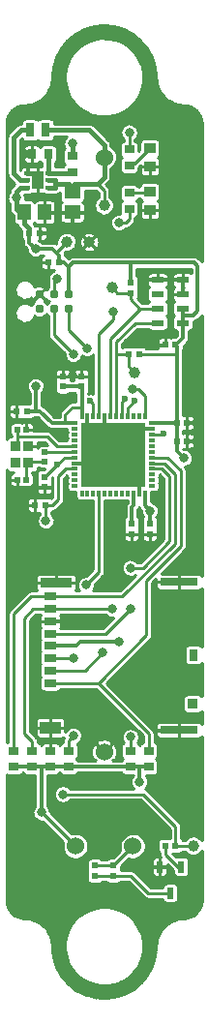
<source format=gtl>
G04 #@! TF.GenerationSoftware,KiCad,Pcbnew,no-vcs-found-835c19f~60~ubuntu16.04.1*
G04 #@! TF.CreationDate,2017-10-18T23:24:13+01:00*
G04 #@! TF.ProjectId,altimeter,616C74696D657465722E6B696361645F,rev?*
G04 #@! TF.SameCoordinates,Original*
G04 #@! TF.FileFunction,Copper,L1,Top,Signal*
G04 #@! TF.FilePolarity,Positive*
%FSLAX46Y46*%
G04 Gerber Fmt 4.6, Leading zero omitted, Abs format (unit mm)*
G04 Created by KiCad (PCBNEW no-vcs-found-835c19f~60~ubuntu16.04.1) date Wed Oct 18 23:24:13 2017*
%MOMM*%
%LPD*%
G01*
G04 APERTURE LIST*
%ADD10C,1.524000*%
%ADD11R,0.620000X0.620000*%
%ADD12R,1.450000X1.150000*%
%ADD13R,1.150000X1.450000*%
%ADD14R,0.900000X0.750000*%
%ADD15R,0.520000X0.520000*%
%ADD16R,1.000000X0.950000*%
%ADD17R,1.100000X0.600000*%
%ADD18R,0.550000X0.300000*%
%ADD19R,0.300000X0.550000*%
%ADD20C,0.600000*%
%ADD21R,5.600000X5.600000*%
%ADD22R,0.750000X1.300000*%
%ADD23C,0.787000*%
%ADD24R,0.600000X1.000000*%
%ADD25R,0.750000X0.900000*%
%ADD26C,1.000000*%
%ADD27R,1.100000X0.700000*%
%ADD28R,1.830000X1.140000*%
%ADD29R,2.800000X0.860000*%
%ADD30R,3.330000X0.700000*%
%ADD31R,0.930000X0.900000*%
%ADD32R,0.780000X1.050000*%
%ADD33R,0.850000X0.950000*%
%ADD34R,1.000000X1.600000*%
%ADD35R,0.500000X0.400000*%
%ADD36C,0.800000*%
%ADD37C,0.250000*%
%ADD38C,0.300000*%
%ADD39C,0.400000*%
%ADD40C,0.350000*%
%ADD41C,0.500000*%
G04 APERTURE END LIST*
D10*
X100000000Y-74000000D03*
X100000000Y-126000000D03*
D11*
X105350000Y-90400000D03*
X106250000Y-90400000D03*
D12*
X97200000Y-78800000D03*
X97200000Y-77000000D03*
D13*
X93000000Y-78800000D03*
X94800000Y-78800000D03*
D14*
X95300000Y-127300000D03*
X95300000Y-125900000D03*
D11*
X94350000Y-80600000D03*
X93450000Y-80600000D03*
X94800000Y-102850000D03*
X94800000Y-101950000D03*
D15*
X92400000Y-97800000D03*
X93200000Y-97800000D03*
X92400000Y-102200000D03*
X93200000Y-102200000D03*
D11*
X96050000Y-83200000D03*
X95150000Y-83200000D03*
X98000000Y-93150000D03*
X98000000Y-94050000D03*
X96400000Y-94050000D03*
X96400000Y-93150000D03*
X102400000Y-106950000D03*
X102400000Y-106050000D03*
X93250000Y-96200000D03*
X92350000Y-96200000D03*
X107250000Y-97200000D03*
X106350000Y-97200000D03*
X104000000Y-106050000D03*
X104000000Y-106950000D03*
X93950000Y-104400000D03*
X94850000Y-104400000D03*
X107250000Y-98800000D03*
X106350000Y-98800000D03*
D16*
X104000000Y-74800000D03*
X104000000Y-73200000D03*
X104000000Y-77000000D03*
X104000000Y-78600000D03*
D17*
X106900000Y-88475000D03*
X106900000Y-87225000D03*
X106900000Y-85975000D03*
X106900000Y-84725000D03*
X104700000Y-84725000D03*
X104700000Y-85975000D03*
X104700000Y-87225000D03*
X104700000Y-88475000D03*
D18*
X97425000Y-97250000D03*
X97425000Y-97750000D03*
X97425000Y-98250000D03*
X97425000Y-98750000D03*
X97425000Y-99250000D03*
X97425000Y-99750000D03*
X97425000Y-100250000D03*
X97425000Y-100750000D03*
X97425000Y-101250000D03*
X97425000Y-101750000D03*
X97425000Y-102250000D03*
X97425000Y-102750000D03*
D19*
X98050000Y-103375000D03*
X98550000Y-103375000D03*
X99050000Y-103375000D03*
X99550000Y-103375000D03*
X100050000Y-103375000D03*
X100550000Y-103375000D03*
X101050000Y-103375000D03*
X101550000Y-103375000D03*
X102050000Y-103375000D03*
X102550000Y-103375000D03*
X103050000Y-103375000D03*
X103550000Y-103375000D03*
D18*
X104175000Y-102750000D03*
X104175000Y-102250000D03*
X104175000Y-101750000D03*
X104175000Y-101250000D03*
X104175000Y-100750000D03*
X104175000Y-100250000D03*
X104175000Y-99750000D03*
X104175000Y-99250000D03*
X104175000Y-98750000D03*
X104175000Y-98250000D03*
X104175000Y-97750000D03*
X104175000Y-97250000D03*
D19*
X103550000Y-96625000D03*
X103050000Y-96625000D03*
X102550000Y-96625000D03*
X102050000Y-96625000D03*
X101550000Y-96625000D03*
X101050000Y-96625000D03*
X100550000Y-96625000D03*
X100050000Y-96625000D03*
X99550000Y-96625000D03*
X99050000Y-96625000D03*
X98550000Y-96625000D03*
X98050000Y-96625000D03*
D20*
X98300000Y-97500000D03*
X98300000Y-100000000D03*
X98300000Y-102500000D03*
X100800000Y-97500000D03*
X100800000Y-100000000D03*
X100800000Y-102500000D03*
X103300000Y-97500000D03*
X103300000Y-100000000D03*
X103300000Y-102500000D03*
D21*
X100800000Y-100000000D03*
D22*
X94875000Y-71600000D03*
X93525000Y-71600000D03*
D10*
X97500000Y-134250000D03*
X102500000Y-134250000D03*
D23*
X96870000Y-85960000D03*
X96870000Y-87230000D03*
X95600000Y-85960000D03*
X95600000Y-87230000D03*
X94330000Y-85960000D03*
X94330000Y-87230000D03*
D24*
X106750000Y-136050000D03*
X104850000Y-136050000D03*
X105800000Y-138350000D03*
D14*
X93700000Y-125900000D03*
X93700000Y-127300000D03*
D11*
X105350000Y-134200000D03*
X106250000Y-134200000D03*
D14*
X92100000Y-125900000D03*
X92100000Y-127300000D03*
D11*
X100800000Y-135950000D03*
X100800000Y-136850000D03*
D14*
X103900000Y-125900000D03*
X103900000Y-127300000D03*
D11*
X99200000Y-135950000D03*
X99200000Y-136850000D03*
D14*
X102300000Y-127300000D03*
X102300000Y-125900000D03*
X96900000Y-127300000D03*
X96900000Y-125900000D03*
D25*
X93700000Y-73700000D03*
X95100000Y-73700000D03*
D11*
X103050000Y-91200000D03*
X102150000Y-91200000D03*
D14*
X97200000Y-75300000D03*
X97200000Y-73900000D03*
D11*
X102300000Y-84950000D03*
X102300000Y-85850000D03*
D14*
X102200000Y-74700000D03*
X102200000Y-73300000D03*
X102200000Y-78500000D03*
X102200000Y-77100000D03*
D15*
X94800000Y-100600000D03*
X94800000Y-99800000D03*
D26*
X107800000Y-134200000D03*
X100000000Y-78200000D03*
X98700000Y-81400000D03*
X100700000Y-85400000D03*
X102700000Y-92800000D03*
X96700000Y-81400000D03*
D27*
X95300000Y-120000000D03*
X95300000Y-118900000D03*
X95300000Y-117800000D03*
X95300000Y-116700000D03*
X95300000Y-115700000D03*
X95300000Y-114600000D03*
X95300000Y-113500000D03*
X95300000Y-112400000D03*
D28*
X95315000Y-123880000D03*
D29*
X95800000Y-111220000D03*
D30*
X106565000Y-111140000D03*
X106565000Y-124100000D03*
D31*
X107765000Y-121790000D03*
D32*
X107840000Y-117525000D03*
D33*
X92225000Y-99275000D03*
X92225000Y-100725000D03*
X93375000Y-100725000D03*
X93375000Y-99275000D03*
D34*
X94200000Y-76000000D03*
D35*
X95100000Y-76650000D03*
X95100000Y-76000000D03*
X95100000Y-75350000D03*
X93300000Y-75350000D03*
X93300000Y-76000000D03*
X93300000Y-76650000D03*
D36*
X92300000Y-89500000D03*
X92300000Y-91900000D03*
X100000000Y-128500000D03*
X107800000Y-132100000D03*
X92300000Y-111200000D03*
X107300000Y-81900000D03*
X108000000Y-90000000D03*
X103500000Y-86000000D03*
X98800000Y-78800000D03*
X105200000Y-78600000D03*
X105300000Y-74800000D03*
X95500000Y-80600000D03*
X97200000Y-80100000D03*
X93200000Y-83600000D03*
X106600000Y-112400000D03*
X103750000Y-136050000D03*
X106565000Y-122835000D03*
X108100000Y-97200000D03*
X108100000Y-98800000D03*
X107300000Y-96000000D03*
X103200000Y-108100000D03*
X92350000Y-95050000D03*
X93500000Y-103200000D03*
X93000000Y-104400000D03*
X92400000Y-103100000D03*
X96400000Y-91900000D03*
X97200000Y-93100000D03*
X104100000Y-89500000D03*
X104100000Y-90300000D03*
X103500000Y-84700000D03*
D20*
X92225000Y-100725000D03*
X93375000Y-99275000D03*
D36*
X97300000Y-114600000D03*
X93100000Y-73700000D03*
D20*
X94200000Y-76000000D03*
D36*
X107000000Y-100300000D03*
X104000000Y-104900000D03*
X103100000Y-128600000D03*
X94500000Y-131300000D03*
X94900000Y-105800000D03*
X94000000Y-94000000D03*
X94000000Y-82000000D03*
X101300000Y-116400000D03*
X102200000Y-71800000D03*
X92300000Y-77500000D03*
X97200000Y-72800000D03*
D20*
X95900000Y-100900000D03*
D36*
X95900000Y-84600000D03*
X97300000Y-117800000D03*
X97300000Y-124600000D03*
X98400000Y-111400000D03*
X102300000Y-113500000D03*
X102300000Y-109900000D03*
D20*
X105200000Y-98200000D03*
D36*
X98500000Y-90700000D03*
X102500000Y-94300000D03*
X97300000Y-91200000D03*
X100700000Y-113500000D03*
D20*
X102700000Y-95300000D03*
D36*
X102300000Y-124700000D03*
X99900000Y-117300000D03*
D20*
X101800000Y-95100000D03*
D36*
X101300000Y-79700000D03*
X100800000Y-87500000D03*
X96400000Y-129700000D03*
D20*
X98800000Y-95300000D03*
D37*
X95150000Y-83200000D02*
X93600000Y-83200000D01*
X93600000Y-83200000D02*
X93200000Y-83600000D01*
X106565000Y-124100000D02*
X106565000Y-130865000D01*
X106565000Y-130865000D02*
X107800000Y-132100000D01*
X95800000Y-111220000D02*
X92320000Y-111220000D01*
X92320000Y-111220000D02*
X92300000Y-111200000D01*
X105200000Y-78600000D02*
X107300000Y-80700000D01*
X107300000Y-80700000D02*
X107300000Y-81900000D01*
X107300000Y-96000000D02*
X107300000Y-90700000D01*
X107300000Y-90700000D02*
X108000000Y-90000000D01*
X97200000Y-78800000D02*
X98800000Y-78800000D01*
X104000000Y-78600000D02*
X105200000Y-78600000D01*
X104000000Y-74800000D02*
X105300000Y-74800000D01*
X94350000Y-80600000D02*
X95500000Y-80600000D01*
X97200000Y-78800000D02*
X97200000Y-80100000D01*
X106565000Y-112065000D02*
X106600000Y-112100000D01*
X106600000Y-112100000D02*
X106600000Y-112400000D01*
X106565000Y-111140000D02*
X106565000Y-112065000D01*
X104850000Y-136050000D02*
X103750000Y-136050000D01*
X106565000Y-124100000D02*
X106565000Y-122835000D01*
X107250000Y-97200000D02*
X108100000Y-97200000D01*
X107250000Y-98800000D02*
X108100000Y-98800000D01*
X107250000Y-96050000D02*
X107300000Y-96000000D01*
X107250000Y-97200000D02*
X107250000Y-96050000D01*
X104000000Y-107900000D02*
X103800000Y-108100000D01*
X103800000Y-108100000D02*
X103200000Y-108100000D01*
X104000000Y-106950000D02*
X104000000Y-107900000D01*
X92350000Y-96200000D02*
X92350000Y-95050000D01*
X93850000Y-102850000D02*
X93500000Y-103200000D01*
X94800000Y-102850000D02*
X93850000Y-102850000D01*
X93950000Y-104400000D02*
X93000000Y-104400000D01*
X92400000Y-102200000D02*
X92400000Y-103100000D01*
X96400000Y-93150000D02*
X96400000Y-91900000D01*
X96400000Y-93150000D02*
X96400000Y-92000000D01*
X96400000Y-93150000D02*
X97150000Y-93150000D01*
X97150000Y-93150000D02*
X97200000Y-93100000D01*
X104100000Y-90300000D02*
X104100000Y-89500000D01*
X103500000Y-84700000D02*
X103500000Y-86000000D01*
X103500000Y-84700000D02*
X103500000Y-85700000D01*
X104200000Y-90400000D02*
X104100000Y-90300000D01*
X105350000Y-90400000D02*
X104200000Y-90400000D01*
D38*
X104700000Y-84725000D02*
X103525000Y-84725000D01*
X103525000Y-84725000D02*
X103500000Y-84700000D01*
X97100000Y-114600000D02*
X97300000Y-114600000D01*
X95300000Y-114600000D02*
X97100000Y-114600000D01*
X103050000Y-103375000D02*
X103050000Y-102250000D01*
X103050000Y-102250000D02*
X100800000Y-100000000D01*
X98550000Y-96625000D02*
X98550000Y-97750000D01*
X98550000Y-97750000D02*
X100800000Y-100000000D01*
X100050000Y-96625000D02*
X100050000Y-99250000D01*
X100050000Y-99250000D02*
X100800000Y-100000000D01*
X104175000Y-97750000D02*
X103050000Y-97750000D01*
X103050000Y-97750000D02*
X100800000Y-100000000D01*
X97425000Y-100750000D02*
X100050000Y-100750000D01*
X100050000Y-100750000D02*
X100800000Y-100000000D01*
X104700000Y-84725000D02*
X106900000Y-84725000D01*
X106900000Y-85975000D02*
X106900000Y-84725000D01*
D39*
X93700000Y-73700000D02*
X93100000Y-73700000D01*
X93300000Y-75350000D02*
X93950000Y-75350000D01*
X93950000Y-75350000D02*
X94200000Y-75600000D01*
X94200000Y-75600000D02*
X94200000Y-76000000D01*
D38*
X93250000Y-96200000D02*
X94000000Y-96200000D01*
X94000000Y-96200000D02*
X94400000Y-96200000D01*
X94000000Y-94000000D02*
X94000000Y-96200000D01*
X98050000Y-96625000D02*
X98050000Y-95900000D01*
X98050000Y-95900000D02*
X98050000Y-94100000D01*
D37*
X96600000Y-96500000D02*
X97200000Y-95900000D01*
X97200000Y-95900000D02*
X98050000Y-95900000D01*
D38*
X96600000Y-97250000D02*
X96850000Y-97250000D01*
X95450000Y-97250000D02*
X96600000Y-97250000D01*
D37*
X96600000Y-97250000D02*
X96600000Y-96500000D01*
D38*
X104000000Y-104900000D02*
X104000000Y-106050000D01*
X107000000Y-100300000D02*
X106350000Y-99650000D01*
X106350000Y-99650000D02*
X106350000Y-98800000D01*
X103550000Y-104350000D02*
X103550000Y-104450000D01*
X103550000Y-104450000D02*
X104000000Y-104900000D01*
X96900000Y-127300000D02*
X102300000Y-127300000D01*
X103100000Y-127300000D02*
X103100000Y-128600000D01*
X102300000Y-127300000D02*
X103900000Y-127300000D01*
D37*
X103100000Y-127300000D02*
X103300000Y-127300000D01*
X103300000Y-127300000D02*
X103900000Y-127300000D01*
X102300000Y-127300000D02*
X103300000Y-127300000D01*
D38*
X107900000Y-83200000D02*
X102300000Y-83200000D01*
X102300000Y-83200000D02*
X97240000Y-83200000D01*
X102300000Y-84950000D02*
X102300000Y-83200000D01*
X106900000Y-87800000D02*
X107800000Y-87800000D01*
X107800000Y-87800000D02*
X108200000Y-87400000D01*
X108200000Y-87400000D02*
X108200000Y-83500000D01*
X108200000Y-83500000D02*
X107900000Y-83200000D01*
X97240000Y-83200000D02*
X96870000Y-83570000D01*
X106900000Y-87800000D02*
X106900000Y-88475000D01*
X106900000Y-87225000D02*
X106900000Y-87800000D01*
X106350000Y-97200000D02*
X106350000Y-91200000D01*
X106350000Y-91200000D02*
X106350000Y-90500000D01*
D37*
X106000000Y-91200000D02*
X106350000Y-91200000D01*
D38*
X106350000Y-90500000D02*
X106250000Y-90400000D01*
D37*
X94850000Y-104400000D02*
X94850000Y-105750000D01*
X94850000Y-105750000D02*
X94900000Y-105800000D01*
D40*
X95800000Y-82300000D02*
X96050000Y-82550000D01*
X95500000Y-82000000D02*
X95800000Y-82300000D01*
D37*
X95800000Y-82300000D02*
X96700000Y-81400000D01*
D40*
X93450000Y-80600000D02*
X93450000Y-81450000D01*
X93450000Y-81450000D02*
X94000000Y-82000000D01*
X94000000Y-82000000D02*
X95500000Y-82000000D01*
X96050000Y-82550000D02*
X96050000Y-83200000D01*
D38*
X97900000Y-116400000D02*
X101300000Y-116400000D01*
X97600000Y-116700000D02*
X97900000Y-116400000D01*
X95300000Y-116700000D02*
X97600000Y-116700000D01*
X93700000Y-127300000D02*
X94500000Y-127300000D01*
X94500000Y-127300000D02*
X95300000Y-127300000D01*
X97500000Y-134250000D02*
X94500000Y-131250000D01*
X94500000Y-131250000D02*
X94500000Y-127300000D01*
X95300000Y-127300000D02*
X96900000Y-127300000D01*
X92100000Y-127300000D02*
X93700000Y-127300000D01*
D37*
X103050000Y-91200000D02*
X106000000Y-91200000D01*
D38*
X106300000Y-90400000D02*
X106900000Y-89800000D01*
X106900000Y-89800000D02*
X106900000Y-88475000D01*
X106250000Y-90400000D02*
X106300000Y-90400000D01*
X96400000Y-94050000D02*
X98000000Y-94050000D01*
X94400000Y-96200000D02*
X95450000Y-97250000D01*
X106350000Y-98800000D02*
X106350000Y-97200000D01*
D37*
X96000000Y-103900000D02*
X95500000Y-104400000D01*
X95500000Y-104400000D02*
X94850000Y-104400000D01*
X96000000Y-101900000D02*
X96000000Y-103900000D01*
X96650000Y-101250000D02*
X96000000Y-101900000D01*
X97425000Y-101250000D02*
X96650000Y-101250000D01*
D38*
X96850000Y-97250000D02*
X97425000Y-97250000D01*
X98050000Y-94100000D02*
X98000000Y-94050000D01*
X103550000Y-103375000D02*
X103550000Y-104350000D01*
X104175000Y-97250000D02*
X106300000Y-97250000D01*
X106300000Y-97250000D02*
X106350000Y-97200000D01*
D40*
X96870000Y-85960000D02*
X96870000Y-83570000D01*
X96870000Y-83570000D02*
X96500000Y-83200000D01*
X96500000Y-83200000D02*
X96050000Y-83200000D01*
D37*
X102200000Y-71800000D02*
X102200000Y-73300000D01*
D39*
X92300000Y-77500000D02*
X92300000Y-77000000D01*
X92300000Y-78500000D02*
X92300000Y-77500000D01*
X97200000Y-73125000D02*
X97200000Y-72800000D01*
X97200000Y-73900000D02*
X97200000Y-73125000D01*
X92300000Y-78500000D02*
X92600000Y-78800000D01*
X92600000Y-78800000D02*
X93000000Y-78800000D01*
X93450000Y-80600000D02*
X93450000Y-80250000D01*
X93450000Y-80250000D02*
X93000000Y-79800000D01*
X93000000Y-79800000D02*
X93000000Y-78800000D01*
X93300000Y-76650000D02*
X92650000Y-76650000D01*
X92650000Y-76650000D02*
X92300000Y-77000000D01*
X92700000Y-78800000D02*
X93100000Y-78800000D01*
D37*
X100000000Y-78200000D02*
X100000000Y-76900000D01*
X100000000Y-76900000D02*
X99400000Y-76300000D01*
D39*
X98700000Y-71600000D02*
X100000000Y-72900000D01*
X94875000Y-71600000D02*
X98700000Y-71600000D01*
X100000000Y-72900000D02*
X100000000Y-74000000D01*
X100000000Y-74000000D02*
X100000000Y-75700000D01*
X99400000Y-76300000D02*
X100000000Y-75700000D01*
X97400000Y-76300000D02*
X99400000Y-76300000D01*
X97200000Y-76500000D02*
X97400000Y-76300000D01*
X97200000Y-77000000D02*
X97200000Y-76500000D01*
X96900000Y-76300000D02*
X97200000Y-76600000D01*
X97200000Y-76600000D02*
X97200000Y-77000000D01*
X95750000Y-76300000D02*
X95750000Y-76000000D01*
X95750000Y-76650000D02*
X95750000Y-76300000D01*
X95750000Y-76300000D02*
X96900000Y-76300000D01*
X95100000Y-76650000D02*
X95750000Y-76650000D01*
X95100000Y-76000000D02*
X95750000Y-76000000D01*
X95100000Y-76000000D02*
X95300000Y-76000000D01*
X96750000Y-76650000D02*
X97200000Y-77100000D01*
D41*
X100000000Y-74000000D02*
X100000000Y-74300000D01*
D37*
X95600000Y-85960000D02*
X95600000Y-84900000D01*
X95600000Y-84900000D02*
X95900000Y-84600000D01*
X95900000Y-100900000D02*
X95850000Y-100900000D01*
X95850000Y-100900000D02*
X94800000Y-101950000D01*
X96550000Y-100250000D02*
X95900000Y-100900000D01*
X94850000Y-101950000D02*
X94800000Y-101950000D01*
X97425000Y-100250000D02*
X96550000Y-100250000D01*
X95000000Y-98400000D02*
X95850000Y-99250000D01*
X95850000Y-99250000D02*
X97425000Y-99250000D01*
X92400000Y-98400000D02*
X92400000Y-99100000D01*
X92400000Y-97800000D02*
X92400000Y-98400000D01*
X92400000Y-98400000D02*
X95000000Y-98400000D01*
X92400000Y-99100000D02*
X92225000Y-99275000D01*
X93200000Y-102200000D02*
X93200000Y-100900000D01*
X93200000Y-100900000D02*
X93375000Y-100725000D01*
X94800000Y-100600000D02*
X93500000Y-100600000D01*
X93500000Y-100600000D02*
X93375000Y-100725000D01*
D38*
X102400000Y-104600000D02*
X102400000Y-106050000D01*
X102550000Y-104450000D02*
X102400000Y-104600000D01*
X102550000Y-103375000D02*
X102550000Y-104450000D01*
D37*
X102475000Y-74500000D02*
X102675000Y-74500000D01*
X103975000Y-73200000D02*
X104000000Y-73200000D01*
X102675000Y-74500000D02*
X103975000Y-73200000D01*
X102200000Y-74700000D02*
X102275000Y-74700000D01*
X102275000Y-74700000D02*
X102475000Y-74500000D01*
X102200000Y-77100000D02*
X103900000Y-77100000D01*
X103900000Y-77100000D02*
X104000000Y-77000000D01*
X102300000Y-85850000D02*
X101150000Y-85850000D01*
X101150000Y-85850000D02*
X100700000Y-85400000D01*
X103175000Y-87225000D02*
X103115000Y-87225000D01*
X103115000Y-87225000D02*
X102300000Y-86410000D01*
X102300000Y-86410000D02*
X102300000Y-85850000D01*
X103175000Y-87225000D02*
X100550000Y-89850000D01*
X100550000Y-89850000D02*
X100550000Y-96625000D01*
X104700000Y-87225000D02*
X103175000Y-87225000D01*
X102150000Y-91200000D02*
X102150000Y-92250000D01*
X102150000Y-92250000D02*
X102700000Y-92800000D01*
X101050000Y-90150000D02*
X101050000Y-91200000D01*
X101050000Y-91200000D02*
X101050000Y-96625000D01*
X102150000Y-91200000D02*
X101050000Y-91200000D01*
X102725000Y-88475000D02*
X101050000Y-90150000D01*
X104700000Y-88475000D02*
X102725000Y-88475000D01*
X97425000Y-99750000D02*
X94850000Y-99750000D01*
X94850000Y-99750000D02*
X94800000Y-99800000D01*
X95300000Y-117800000D02*
X97300000Y-117800000D01*
X96900000Y-125000000D02*
X97300000Y-124600000D01*
X96900000Y-125900000D02*
X96900000Y-125000000D01*
X99550000Y-103375000D02*
X99550000Y-110250000D01*
X99550000Y-110250000D02*
X98400000Y-111400000D01*
X95300000Y-115700000D02*
X100100000Y-115700000D01*
X102300000Y-113500000D02*
X100100000Y-115700000D01*
X103400000Y-109900000D02*
X102300000Y-109900000D01*
X105700000Y-107600000D02*
X103400000Y-109900000D01*
X105700000Y-102700000D02*
X105700000Y-107600000D01*
X105700000Y-101900000D02*
X105700000Y-102700000D01*
X105050000Y-101250000D02*
X105700000Y-101900000D01*
X104175000Y-101250000D02*
X105050000Y-101250000D01*
X92100000Y-124700000D02*
X92100000Y-125900000D01*
X92100000Y-113900000D02*
X92100000Y-124700000D01*
X93600000Y-112400000D02*
X92100000Y-113900000D01*
X95300000Y-112400000D02*
X93600000Y-112400000D01*
X104175000Y-100750000D02*
X105250000Y-100750000D01*
X106200000Y-101700000D02*
X106200000Y-107800000D01*
X105250000Y-100750000D02*
X106200000Y-101700000D01*
X106200000Y-107800000D02*
X101600000Y-112400000D01*
X101600000Y-112400000D02*
X95300000Y-112400000D01*
X103900000Y-125900000D02*
X103900000Y-124400000D01*
X103900000Y-124400000D02*
X99500000Y-120000000D01*
X95300000Y-120000000D02*
X99500000Y-120000000D01*
X99500000Y-120000000D02*
X103700000Y-115800000D01*
X103700000Y-115800000D02*
X103700000Y-111000000D01*
X105550000Y-100250000D02*
X104175000Y-100250000D01*
X103700000Y-111000000D02*
X106700000Y-108000000D01*
X106700000Y-108000000D02*
X106700000Y-101400000D01*
X106700000Y-101400000D02*
X105550000Y-100250000D01*
X104175000Y-98250000D02*
X105150000Y-98250000D01*
X105150000Y-98250000D02*
X105200000Y-98200000D01*
X96870000Y-89070000D02*
X98500000Y-90700000D01*
X96870000Y-87230000D02*
X96870000Y-89070000D01*
X103550000Y-94850000D02*
X103000000Y-94300000D01*
X103000000Y-94300000D02*
X102500000Y-94300000D01*
X103550000Y-96625000D02*
X103550000Y-94850000D01*
X95600000Y-89500000D02*
X97300000Y-91200000D01*
X95600000Y-87230000D02*
X95600000Y-89500000D01*
X95300000Y-113500000D02*
X93800000Y-113500000D01*
X93800000Y-113500000D02*
X93000000Y-114300000D01*
X93700000Y-125100000D02*
X93700000Y-125900000D01*
X93000000Y-114300000D02*
X93000000Y-124400000D01*
X93000000Y-124400000D02*
X93700000Y-125100000D01*
X95300000Y-113500000D02*
X100700000Y-113500000D01*
X102050000Y-95950000D02*
X102700000Y-95300000D01*
X102050000Y-96625000D02*
X102050000Y-95950000D01*
X102300000Y-125900000D02*
X102300000Y-124700000D01*
X95300000Y-118900000D02*
X98300000Y-118900000D01*
X98300000Y-118900000D02*
X99900000Y-117300000D01*
X101550000Y-96625000D02*
X101550000Y-95350000D01*
X101550000Y-95350000D02*
X101800000Y-95100000D01*
X102200000Y-79400000D02*
X101900000Y-79700000D01*
X101900000Y-79700000D02*
X101300000Y-79700000D01*
X102200000Y-78500000D02*
X102200000Y-79400000D01*
X99550000Y-89450000D02*
X100800000Y-88200000D01*
X100800000Y-88200000D02*
X100800000Y-87500000D01*
X99550000Y-96625000D02*
X99550000Y-89450000D01*
X103400000Y-129700000D02*
X96400000Y-129700000D01*
X106250000Y-132550000D02*
X103400000Y-129700000D01*
X106250000Y-134200000D02*
X106250000Y-132550000D01*
X106250000Y-134200000D02*
X107800000Y-134200000D01*
X99050000Y-96625000D02*
X99050000Y-95550000D01*
X99050000Y-95550000D02*
X98800000Y-95300000D01*
D39*
X92100000Y-75400000D02*
X92700000Y-76000000D01*
X92700000Y-76000000D02*
X92800000Y-76000000D01*
X92100000Y-72250000D02*
X92100000Y-75400000D01*
X93525000Y-71600000D02*
X92750000Y-71600000D01*
X92750000Y-71600000D02*
X92100000Y-72250000D01*
X93300000Y-76000000D02*
X92800000Y-76000000D01*
D37*
X100800000Y-135950000D02*
X102500000Y-134250000D01*
X99200000Y-135950000D02*
X100800000Y-135950000D01*
X105350000Y-134950000D02*
X106450000Y-136050000D01*
X106450000Y-136050000D02*
X106750000Y-136050000D01*
X105350000Y-134200000D02*
X105350000Y-134950000D01*
X102350000Y-136850000D02*
X103850000Y-138350000D01*
X103850000Y-138350000D02*
X105800000Y-138350000D01*
X100800000Y-136850000D02*
X102350000Y-136850000D01*
X99200000Y-136850000D02*
X100800000Y-136850000D01*
D39*
X95100000Y-73700000D02*
X95100000Y-75350000D01*
X95100000Y-75350000D02*
X97150000Y-75350000D01*
X97150000Y-75350000D02*
X97200000Y-75300000D01*
D37*
X92904969Y-127825000D02*
X92895030Y-127825000D01*
X96104969Y-127825000D02*
X96095030Y-127825000D01*
X101504969Y-127825000D02*
X97695030Y-127825000D01*
X93975000Y-128062500D02*
X91450000Y-128062500D01*
X102541154Y-128062500D02*
X95025000Y-128062500D01*
X93975000Y-128300000D02*
X91450000Y-128300000D01*
X102385361Y-128300000D02*
X95025000Y-128300000D01*
X93975000Y-128537500D02*
X91450000Y-128537500D01*
X102325764Y-128537500D02*
X95025000Y-128537500D01*
X93975000Y-128775000D02*
X91450000Y-128775000D01*
X102344139Y-128775000D02*
X95025000Y-128775000D01*
X93975000Y-129012500D02*
X91450000Y-129012500D01*
X96035188Y-129012500D02*
X95025000Y-129012500D01*
X102443801Y-129012500D02*
X96764507Y-129012500D01*
X93975000Y-129250000D02*
X91450000Y-129250000D01*
X95768817Y-129250000D02*
X95025000Y-129250000D01*
X93975000Y-129487500D02*
X91450000Y-129487500D01*
X95652821Y-129487500D02*
X95025000Y-129487500D01*
X93975000Y-129725000D02*
X91450000Y-129725000D01*
X95624542Y-129725000D02*
X95025000Y-129725000D01*
X93975000Y-129962500D02*
X91450000Y-129962500D01*
X95670361Y-129962500D02*
X95025000Y-129962500D01*
X93975000Y-130200000D02*
X91450000Y-130200000D01*
X95805421Y-130200000D02*
X95025000Y-130200000D01*
X103192894Y-130200000D02*
X96995754Y-130200000D01*
X93975000Y-130437500D02*
X91450000Y-130437500D01*
X96152177Y-130437500D02*
X95025000Y-130437500D01*
X103430393Y-130437500D02*
X96641810Y-130437500D01*
X93975000Y-130675000D02*
X91450000Y-130675000D01*
X103667893Y-130675000D02*
X95025000Y-130675000D01*
X93826022Y-130912500D02*
X91450000Y-130912500D01*
X103905393Y-130912500D02*
X95173046Y-130912500D01*
X93739536Y-131150000D02*
X91450000Y-131150000D01*
X104142893Y-131150000D02*
X95260380Y-131150000D01*
X93728080Y-131387500D02*
X91450000Y-131387500D01*
X104380393Y-131387500D02*
X95379962Y-131387500D01*
X93795106Y-131625000D02*
X91450000Y-131625000D01*
X104617893Y-131625000D02*
X95617462Y-131625000D01*
X93965777Y-131862500D02*
X91450000Y-131862500D01*
X104855393Y-131862500D02*
X95854962Y-131862500D01*
X94607538Y-132100000D02*
X91450000Y-132100000D01*
X105092893Y-132100000D02*
X96092462Y-132100000D01*
X94845038Y-132337500D02*
X91450000Y-132337500D01*
X105330393Y-132337500D02*
X96329962Y-132337500D01*
X95082538Y-132575000D02*
X91450000Y-132575000D01*
X105567893Y-132575000D02*
X96567462Y-132575000D01*
X95320038Y-132812500D02*
X91450000Y-132812500D01*
X105750000Y-132812500D02*
X96804962Y-132812500D01*
X95557538Y-133050000D02*
X91450000Y-133050000D01*
X105750000Y-133050000D02*
X97042462Y-133050000D01*
X95795038Y-133287500D02*
X91450000Y-133287500D01*
X101894295Y-133287500D02*
X98106409Y-133287500D01*
X105750000Y-133287500D02*
X103106409Y-133287500D01*
X96032538Y-133525000D02*
X91450000Y-133525000D01*
X101618367Y-133525000D02*
X98382490Y-133525000D01*
X104951409Y-133525000D02*
X103382490Y-133525000D01*
X105750000Y-133525000D02*
X105748593Y-133525000D01*
X96270038Y-133762500D02*
X91450000Y-133762500D01*
X101471859Y-133762500D02*
X98528913Y-133762500D01*
X104686804Y-133762500D02*
X103528913Y-133762500D01*
X96390689Y-134000000D02*
X91450000Y-134000000D01*
X101390689Y-134000000D02*
X98609622Y-134000000D01*
X104663186Y-134000000D02*
X103609622Y-134000000D01*
X96363016Y-134237500D02*
X91450000Y-134237500D01*
X101363016Y-134237500D02*
X98635665Y-134237500D01*
X104663186Y-134237500D02*
X103635665Y-134237500D01*
X96385255Y-134475000D02*
X91450000Y-134475000D01*
X101385255Y-134475000D02*
X98614905Y-134475000D01*
X104663186Y-134475000D02*
X103614905Y-134475000D01*
X96460190Y-134712500D02*
X91450000Y-134712500D01*
X101330394Y-134712500D02*
X98538736Y-134712500D01*
X104723031Y-134712500D02*
X103538736Y-134712500D01*
X107089274Y-134712500D02*
X106876968Y-134712500D01*
X108550000Y-134712500D02*
X108509319Y-134712500D01*
X96598402Y-134950000D02*
X91450000Y-134950000D01*
X101092894Y-134950000D02*
X98397694Y-134950000D01*
X104850000Y-134950000D02*
X103397694Y-134950000D01*
X107345873Y-134950000D02*
X106057106Y-134950000D01*
X108550000Y-134950000D02*
X108251250Y-134950000D01*
X96856558Y-135187500D02*
X91450000Y-135187500D01*
X100855394Y-135187500D02*
X98144780Y-135187500D01*
X104450224Y-135187500D02*
X103144780Y-135187500D01*
X104912615Y-135187500D02*
X104753750Y-135187500D01*
X106353168Y-135187500D02*
X106294606Y-135187500D01*
X108550000Y-135187500D02*
X107146833Y-135187500D01*
X98581331Y-135425000D02*
X91450000Y-135425000D01*
X100181331Y-135425000D02*
X99818670Y-135425000D01*
X104195880Y-135425000D02*
X102032106Y-135425000D01*
X104865000Y-135425000D02*
X104835000Y-135425000D01*
X108550000Y-135425000D02*
X107403956Y-135425000D01*
X98513186Y-135662500D02*
X91450000Y-135662500D01*
X104175000Y-135662500D02*
X101794606Y-135662500D01*
X104865000Y-135662500D02*
X104835000Y-135662500D01*
X108550000Y-135662500D02*
X107426814Y-135662500D01*
X98513186Y-135900000D02*
X91450000Y-135900000D01*
X104175000Y-135900000D02*
X101557106Y-135900000D01*
X104865000Y-135900000D02*
X104835000Y-135900000D01*
X105592894Y-135900000D02*
X105525000Y-135900000D01*
X108550000Y-135900000D02*
X107426814Y-135900000D01*
X98513186Y-136137500D02*
X91450000Y-136137500D01*
X104196250Y-136137500D02*
X101486814Y-136137500D01*
X104865000Y-136137500D02*
X104835000Y-136137500D01*
X105830394Y-136137500D02*
X105503750Y-136137500D01*
X108550000Y-136137500D02*
X107426814Y-136137500D01*
X98533011Y-136375000D02*
X91450000Y-136375000D01*
X104175000Y-136375000D02*
X102498335Y-136375000D01*
X104865000Y-136375000D02*
X104835000Y-136375000D01*
X106067894Y-136375000D02*
X105525000Y-136375000D01*
X108550000Y-136375000D02*
X107426814Y-136375000D01*
X98513186Y-136612500D02*
X91450000Y-136612500D01*
X104180085Y-136612500D02*
X102819607Y-136612500D01*
X104865000Y-136612500D02*
X104835000Y-136612500D01*
X106079341Y-136612500D02*
X105519914Y-136612500D01*
X108550000Y-136612500D02*
X107420658Y-136612500D01*
X98513186Y-136850000D02*
X91450000Y-136850000D01*
X104323999Y-136850000D02*
X103057107Y-136850000D01*
X104883750Y-136850000D02*
X104816250Y-136850000D01*
X106224435Y-136850000D02*
X105376000Y-136850000D01*
X108550000Y-136850000D02*
X107275564Y-136850000D01*
X98513186Y-137087500D02*
X91450000Y-137087500D01*
X108550000Y-137087500D02*
X103294607Y-137087500D01*
X98552986Y-137325000D02*
X91450000Y-137325000D01*
X108550000Y-137325000D02*
X103532107Y-137325000D01*
X102355393Y-137562500D02*
X91450000Y-137562500D01*
X105259205Y-137562500D02*
X103769607Y-137562500D01*
X108550000Y-137562500D02*
X106340796Y-137562500D01*
X102592893Y-137800000D02*
X91450000Y-137800000D01*
X105128111Y-137800000D02*
X104007107Y-137800000D01*
X108550000Y-137800000D02*
X106471890Y-137800000D01*
X102830393Y-138037500D02*
X91450000Y-138037500D01*
X108550000Y-138037500D02*
X106476814Y-138037500D01*
X103067893Y-138275000D02*
X91450000Y-138275000D01*
X108550000Y-138275000D02*
X106476814Y-138275000D01*
X103305393Y-138512500D02*
X91450000Y-138512500D01*
X108550000Y-138512500D02*
X106476814Y-138512500D01*
X103552551Y-138750000D02*
X91450000Y-138750000D01*
X108550000Y-138750000D02*
X106476814Y-138750000D01*
X105149836Y-138987500D02*
X91450000Y-138987500D01*
X108549068Y-138987500D02*
X106450163Y-138987500D01*
X105481581Y-139225000D02*
X91474709Y-139225000D01*
X108525781Y-139225000D02*
X106118418Y-139225000D01*
X108469497Y-139462500D02*
X91530597Y-139462500D01*
X99024471Y-139700000D02*
X91627273Y-139700000D01*
X108372477Y-139700000D02*
X100957581Y-139700000D01*
X98436638Y-139937500D02*
X91776309Y-139937500D01*
X108223220Y-139937500D02*
X101553334Y-139937500D01*
X98061799Y-140175000D02*
X92003378Y-140175000D01*
X107996357Y-140175000D02*
X101936928Y-140175000D01*
X97746847Y-140412500D02*
X92375274Y-140412500D01*
X107626443Y-140412500D02*
X102257571Y-140412500D01*
X97504320Y-140650000D02*
X93659977Y-140650000D01*
X106338706Y-140650000D02*
X102493418Y-140650000D01*
X97295337Y-140887500D02*
X94225267Y-140887500D01*
X105775931Y-140887500D02*
X102708668Y-140887500D01*
X97132718Y-141125000D02*
X94562322Y-141125000D01*
X105437866Y-141125000D02*
X102866463Y-141125000D01*
X96975345Y-141362500D02*
X94812652Y-141362500D01*
X105186314Y-141362500D02*
X103024258Y-141362500D01*
X96873553Y-141600000D02*
X95009011Y-141600000D01*
X104992614Y-141600000D02*
X103127642Y-141600000D01*
X96771761Y-141837500D02*
X95145791Y-141837500D01*
X104854127Y-141837500D02*
X103225532Y-141837500D01*
X96694949Y-142075000D02*
X95266497Y-142075000D01*
X104733457Y-142075000D02*
X103308490Y-142075000D01*
X96644467Y-142312500D02*
X95341889Y-142312500D01*
X104658311Y-142312500D02*
X103355517Y-142312500D01*
X96593984Y-142550000D02*
X95406520Y-142550000D01*
X104593312Y-142550000D02*
X103402543Y-142550000D01*
X96577487Y-142787500D02*
X95431563Y-142787500D01*
X104568679Y-142787500D02*
X103423424Y-142787500D01*
X96574171Y-143025000D02*
X95450185Y-143025000D01*
X104545392Y-143025000D02*
X103420108Y-143025000D01*
X96570854Y-143262500D02*
X95474924Y-143262500D01*
X104522105Y-143262500D02*
X103416791Y-143262500D01*
X96609410Y-143500000D02*
X95501564Y-143500000D01*
X104498818Y-143500000D02*
X103398835Y-143500000D01*
X96653000Y-143737500D02*
X95528203Y-143737500D01*
X104475531Y-143737500D02*
X103344876Y-143737500D01*
X96702191Y-143975000D02*
X95560883Y-143975000D01*
X104433558Y-143975000D02*
X103290918Y-143975000D01*
X96796224Y-144212500D02*
X95636222Y-144212500D01*
X104361853Y-144212500D02*
X103209449Y-144212500D01*
X96890257Y-144450000D02*
X95711561Y-144450000D01*
X104290147Y-144450000D02*
X103103707Y-144450000D01*
X97012713Y-144687500D02*
X95786900Y-144687500D01*
X104218441Y-144687500D02*
X102997965Y-144687500D01*
X97165771Y-144925000D02*
X95893264Y-144925000D01*
X104102627Y-144925000D02*
X102833664Y-144925000D01*
X97326787Y-145162500D02*
X96023830Y-145162500D01*
X103976346Y-145162500D02*
X102666126Y-145162500D01*
X97556138Y-145400000D02*
X96154397Y-145400000D01*
X103850065Y-145400000D02*
X102446471Y-145400000D01*
X97793349Y-145637500D02*
X96304673Y-145637500D01*
X103689503Y-145637500D02*
X102197071Y-145637500D01*
X98135066Y-145875000D02*
X96503960Y-145875000D01*
X103495803Y-145875000D02*
X101861989Y-145875000D01*
X98568830Y-146112500D02*
X96703246Y-146112500D01*
X103302103Y-146112500D02*
X101447049Y-146112500D01*
X99286124Y-146350000D02*
X96943277Y-146350000D01*
X103051216Y-146350000D02*
X100725838Y-146350000D01*
X102764127Y-146587500D02*
X97238667Y-146587500D01*
X102442015Y-146825000D02*
X97547123Y-146825000D01*
X102002769Y-147062500D02*
X98001419Y-147062500D01*
X101415048Y-147300000D02*
X98579427Y-147300000D01*
X100129091Y-147537500D02*
X99919330Y-147537500D01*
X108550000Y-138977994D02*
X108550000Y-134654832D01*
X108312500Y-139812798D02*
X108312500Y-134911130D01*
X108075000Y-140109940D02*
X108075000Y-135031890D01*
X107837500Y-140298382D02*
X107837500Y-135076015D01*
X107600000Y-140426797D02*
X107600000Y-135051964D01*
X107362500Y-135339668D02*
X107362500Y-134961555D01*
X107362500Y-140500358D02*
X107362500Y-136760333D01*
X107125000Y-135180878D02*
X107125000Y-134760683D01*
X107125000Y-140535801D02*
X107125000Y-136919123D01*
X106887500Y-135173186D02*
X106887500Y-134700000D01*
X106887500Y-140557926D02*
X106887500Y-136926814D01*
X106650000Y-135173186D02*
X106650000Y-134874573D01*
X106650000Y-140582889D02*
X106650000Y-136926814D01*
X106412500Y-135176879D02*
X106412500Y-134886814D01*
X106412500Y-137639668D02*
X106412500Y-136923120D01*
X106412500Y-140627156D02*
X106412500Y-139060333D01*
X106175000Y-135067894D02*
X106175000Y-134886814D01*
X106175000Y-137480878D02*
X106175000Y-136806027D01*
X106175000Y-140700675D02*
X106175000Y-139219123D01*
X105937500Y-137473186D02*
X105937500Y-136244606D01*
X105937500Y-140800140D02*
X105937500Y-139226814D01*
X105700000Y-133517126D02*
X105700000Y-132707106D01*
X105700000Y-137473186D02*
X105700000Y-136007106D01*
X105700000Y-140928555D02*
X105700000Y-139226814D01*
X105462500Y-133513186D02*
X105462500Y-132469606D01*
X105462500Y-136096250D02*
X105462500Y-136003750D01*
X105462500Y-137476879D02*
X105462500Y-136757294D01*
X105462500Y-141104620D02*
X105462500Y-139223120D01*
X105225000Y-133513186D02*
X105225000Y-132232106D01*
X105225000Y-136065000D02*
X105225000Y-136035000D01*
X105225000Y-137593972D02*
X105225000Y-136917429D01*
X105225000Y-141315066D02*
X105225000Y-139106027D01*
X104987500Y-133518356D02*
X104987500Y-131994606D01*
X104987500Y-136065000D02*
X104987500Y-136035000D01*
X104987500Y-137850000D02*
X104987500Y-136925000D01*
X104987500Y-141606269D02*
X104987500Y-138850000D01*
X104750000Y-133652250D02*
X104750000Y-131757106D01*
X104750000Y-135183750D02*
X104750000Y-134747749D01*
X104750000Y-136065000D02*
X104750000Y-136035000D01*
X104750000Y-137850000D02*
X104750000Y-136916250D01*
X104750000Y-142035286D02*
X104750000Y-138850000D01*
X104512500Y-135175112D02*
X104512500Y-131519606D01*
X104512500Y-136065000D02*
X104512500Y-136035000D01*
X104512500Y-137850000D02*
X104512500Y-136924887D01*
X104512500Y-143360451D02*
X104512500Y-138850000D01*
X104275000Y-135294670D02*
X104275000Y-131282106D01*
X104275000Y-136065000D02*
X104275000Y-136035000D01*
X104275000Y-137850000D02*
X104275000Y-136805330D01*
X104275000Y-144500166D02*
X104275000Y-138850000D01*
X104037500Y-135513066D02*
X104037500Y-131044606D01*
X104037500Y-136158750D02*
X104037500Y-135513066D01*
X104037500Y-137830394D02*
X104037500Y-136158750D01*
X104037500Y-145047485D02*
X104037500Y-138850000D01*
X103800000Y-135513066D02*
X103800000Y-130807106D01*
X103800000Y-136158750D02*
X103800000Y-135513066D01*
X103800000Y-137592894D02*
X103800000Y-136158750D01*
X103800000Y-145494157D02*
X103800000Y-138845125D01*
X103562500Y-133843991D02*
X103562500Y-130569606D01*
X103562500Y-135513066D02*
X103562500Y-134659126D01*
X103562500Y-136158750D02*
X103562500Y-135513066D01*
X103562500Y-137355394D02*
X103562500Y-136158750D01*
X103562500Y-145793220D02*
X103562500Y-138758348D01*
X103325000Y-133467108D02*
X103325000Y-130332106D01*
X103325000Y-135513066D02*
X103325000Y-135034500D01*
X103325000Y-136158750D02*
X103325000Y-135513066D01*
X103325000Y-137117894D02*
X103325000Y-136158750D01*
X103325000Y-142158383D02*
X103325000Y-138532106D01*
X103325000Y-146084424D02*
X103325000Y-143824989D01*
X103087500Y-133274747D02*
X103087500Y-130200000D01*
X103087500Y-135513066D02*
X103087500Y-135223852D01*
X103087500Y-136158750D02*
X103087500Y-135513066D01*
X103087500Y-136880394D02*
X103087500Y-136158750D01*
X103087500Y-141502610D02*
X103087500Y-138294606D01*
X103087500Y-146319982D02*
X103087500Y-144486404D01*
X102850000Y-133163703D02*
X102850000Y-130200000D01*
X102850000Y-135513066D02*
X102850000Y-135333829D01*
X102850000Y-136158750D02*
X102850000Y-135513066D01*
X102850000Y-136642894D02*
X102850000Y-136158750D01*
X102850000Y-141100223D02*
X102850000Y-138057106D01*
X102850000Y-146516459D02*
X102850000Y-144901843D01*
X102612500Y-133113710D02*
X102612500Y-130200000D01*
X102612500Y-135513066D02*
X102612500Y-135384753D01*
X102612500Y-136158750D02*
X102612500Y-135513066D01*
X102612500Y-136426118D02*
X102612500Y-136158750D01*
X102612500Y-140769917D02*
X102612500Y-137819606D01*
X102612500Y-146712936D02*
X102612500Y-145238521D01*
X102375000Y-128324171D02*
X102375000Y-128051814D01*
X102375000Y-129200000D02*
X102375000Y-128874216D01*
X102375000Y-133116293D02*
X102375000Y-130200000D01*
X102375000Y-135513066D02*
X102375000Y-135384679D01*
X102375000Y-136158750D02*
X102375000Y-135513066D01*
X102375000Y-136352071D02*
X102375000Y-136158750D01*
X102375000Y-140530753D02*
X102375000Y-137582106D01*
X102375000Y-146861234D02*
X102375000Y-145468061D01*
X102137500Y-129200000D02*
X102137500Y-128051814D01*
X102137500Y-133170113D02*
X102137500Y-130200000D01*
X102137500Y-135513066D02*
X102137500Y-135332454D01*
X102137500Y-136158750D02*
X102137500Y-135513066D01*
X102137500Y-136350000D02*
X102137500Y-136158750D01*
X102137500Y-140310289D02*
X102137500Y-137350000D01*
X102137500Y-146989650D02*
X102137500Y-145694230D01*
X101900000Y-129200000D02*
X101900000Y-128051814D01*
X101900000Y-133283766D02*
X101900000Y-130200000D01*
X101900000Y-136158750D02*
X101900000Y-135557106D01*
X101900000Y-136350000D02*
X101900000Y-136158750D01*
X101900000Y-140150093D02*
X101900000Y-137350000D01*
X101900000Y-147118066D02*
X101900000Y-145850878D01*
X101662500Y-129200000D02*
X101662500Y-127999986D01*
X101662500Y-133478689D02*
X101662500Y-130200000D01*
X101662500Y-136158750D02*
X101662500Y-135794606D01*
X101662500Y-136350000D02*
X101662500Y-136158750D01*
X101662500Y-139989897D02*
X101662500Y-137350000D01*
X101662500Y-147223400D02*
X101662500Y-146001600D01*
X101425000Y-129200000D02*
X101425000Y-127825000D01*
X101425000Y-133871828D02*
X101425000Y-130200000D01*
X101425000Y-139883554D02*
X101425000Y-137366184D01*
X101425000Y-147296919D02*
X101425000Y-146121053D01*
X101187500Y-129200000D02*
X101187500Y-127825000D01*
X101187500Y-134855394D02*
X101187500Y-130200000D01*
X101187500Y-139783718D02*
X101187500Y-137528365D01*
X101187500Y-147370437D02*
X101187500Y-146213173D01*
X100950000Y-129200000D02*
X100950000Y-127825000D01*
X100950000Y-135092894D02*
X100950000Y-130200000D01*
X100950000Y-139698444D02*
X100950000Y-137536814D01*
X100950000Y-147443955D02*
X100950000Y-146305293D01*
X100712500Y-129200000D02*
X100712500Y-127825000D01*
X100712500Y-135263186D02*
X100712500Y-130200000D01*
X100712500Y-139649693D02*
X100712500Y-137536814D01*
X100712500Y-147476181D02*
X100712500Y-146352353D01*
X100475000Y-129200000D02*
X100475000Y-127825000D01*
X100475000Y-135264663D02*
X100475000Y-130200000D01*
X100475000Y-139600941D02*
X100475000Y-137535336D01*
X100475000Y-147501143D02*
X100475000Y-146394230D01*
X100237500Y-129200000D02*
X100237500Y-127825000D01*
X100237500Y-135362105D02*
X100237500Y-130200000D01*
X100237500Y-139576428D02*
X100237500Y-137437894D01*
X100237500Y-147526105D02*
X100237500Y-146430873D01*
X100000000Y-129200000D02*
X100000000Y-127825000D01*
X100000000Y-135450000D02*
X100000000Y-130200000D01*
X100000000Y-139574770D02*
X100000000Y-137350000D01*
X100000000Y-147544842D02*
X100000000Y-146425898D01*
X99762500Y-129200000D02*
X99762500Y-127825000D01*
X99762500Y-135362106D02*
X99762500Y-130200000D01*
X99762500Y-139573112D02*
X99762500Y-137437895D01*
X99762500Y-147523228D02*
X99762500Y-146420923D01*
X99525000Y-129200000D02*
X99525000Y-127825000D01*
X99525000Y-135264664D02*
X99525000Y-130200000D01*
X99525000Y-139603701D02*
X99525000Y-137535337D01*
X99525000Y-147501614D02*
X99525000Y-146402520D01*
X99287500Y-129200000D02*
X99287500Y-127825000D01*
X99287500Y-135263186D02*
X99287500Y-130200000D01*
X99287500Y-139649007D02*
X99287500Y-137536814D01*
X99287500Y-147480000D02*
X99287500Y-146350302D01*
X99050000Y-129200000D02*
X99050000Y-127825000D01*
X99050000Y-135263186D02*
X99050000Y-130200000D01*
X99050000Y-139694312D02*
X99050000Y-137536814D01*
X99050000Y-147438498D02*
X99050000Y-146298084D01*
X98812500Y-129200000D02*
X98812500Y-127825000D01*
X98812500Y-135271635D02*
X98812500Y-130200000D01*
X98812500Y-139785641D02*
X98812500Y-137528364D01*
X98812500Y-147368598D02*
X98812500Y-146218956D01*
X98575000Y-129200000D02*
X98575000Y-127825000D01*
X98575000Y-133874319D02*
X98575000Y-130200000D01*
X98575000Y-135433816D02*
X98575000Y-134631050D01*
X98575000Y-139881597D02*
X98575000Y-137366183D01*
X98575000Y-147298698D02*
X98575000Y-146115195D01*
X98337500Y-129200000D02*
X98337500Y-127825000D01*
X98337500Y-133479696D02*
X98337500Y-130200000D01*
X98337500Y-135640000D02*
X98337500Y-135022597D01*
X98337500Y-139994586D02*
X98337500Y-135640000D01*
X98337500Y-147228798D02*
X98337500Y-146011434D01*
X98100000Y-129200000D02*
X98100000Y-127825000D01*
X98100000Y-133283178D02*
X98100000Y-130200000D01*
X98100000Y-135640000D02*
X98100000Y-135215919D01*
X98100000Y-140150001D02*
X98100000Y-135640000D01*
X98100000Y-147114037D02*
X98100000Y-145850627D01*
X97862500Y-129200000D02*
X97862500Y-127825000D01*
X97862500Y-133168958D02*
X97862500Y-130200000D01*
X97862500Y-135640000D02*
X97862500Y-135328981D01*
X97862500Y-140305417D02*
X97862500Y-135640000D01*
X97862500Y-146989876D02*
X97862500Y-145685561D01*
X97625000Y-129200000D02*
X97625000Y-127931028D01*
X97625000Y-133114903D02*
X97625000Y-130200000D01*
X97625000Y-135640000D02*
X97625000Y-135382549D01*
X97625000Y-140531821D02*
X97625000Y-135640000D01*
X97625000Y-146865714D02*
X97625000Y-145471307D01*
X97387500Y-129200000D02*
X97387500Y-128048121D01*
X97387500Y-133113908D02*
X97387500Y-130200000D01*
X97387500Y-135640000D02*
X97387500Y-135384941D01*
X97387500Y-140764398D02*
X97387500Y-135640000D01*
X97387500Y-146707166D02*
X97387500Y-145225369D01*
X97150000Y-129200000D02*
X97150000Y-128051814D01*
X97150000Y-133157538D02*
X97150000Y-130200000D01*
X97150000Y-135640000D02*
X97150000Y-135337254D01*
X97150000Y-141099758D02*
X97150000Y-135640000D01*
X97150000Y-146516210D02*
X97150000Y-144900527D01*
X96912500Y-129116182D02*
X96912500Y-128051814D01*
X96912500Y-132920038D02*
X96912500Y-130282187D01*
X96912500Y-135640000D02*
X96912500Y-135226380D01*
X96912500Y-141509128D02*
X96912500Y-135640000D01*
X96912500Y-146325255D02*
X96912500Y-144506178D01*
X96675000Y-128974875D02*
X96675000Y-128051814D01*
X96675000Y-132682538D02*
X96675000Y-130424627D01*
X96675000Y-135640000D02*
X96675000Y-135032533D01*
X96675000Y-142168849D02*
X96675000Y-135640000D01*
X96675000Y-146078839D02*
X96675000Y-143857368D01*
X96437500Y-128925210D02*
X96437500Y-128050582D01*
X96437500Y-132445038D02*
X96437500Y-130475989D01*
X96437500Y-135640000D02*
X96437500Y-134655190D01*
X96437500Y-143287983D02*
X96437500Y-135640000D01*
X96437500Y-145795798D02*
X96437500Y-143287983D01*
X96200000Y-128949143D02*
X96200000Y-127954946D01*
X96200000Y-132207538D02*
X96200000Y-130449571D01*
X96200000Y-135640000D02*
X96200000Y-133692462D01*
X96200000Y-143287983D02*
X96200000Y-135640000D01*
X96200000Y-145482953D02*
X96200000Y-143287983D01*
X95962500Y-129060065D02*
X95962500Y-127985722D01*
X95962500Y-131970038D02*
X95962500Y-130339769D01*
X95962500Y-135640000D02*
X95962500Y-133454962D01*
X95962500Y-143287983D02*
X95962500Y-135640000D01*
X95962500Y-145050942D02*
X95962500Y-143287983D01*
X95725000Y-129313991D02*
X95725000Y-128051814D01*
X95725000Y-131732538D02*
X95725000Y-130083326D01*
X95725000Y-135640000D02*
X95725000Y-133217462D01*
X95725000Y-143287983D02*
X95725000Y-135640000D01*
X95725000Y-144492367D02*
X95725000Y-143287983D01*
X95487500Y-131495038D02*
X95487500Y-128051814D01*
X95487500Y-135640000D02*
X95487500Y-132979962D01*
X95487500Y-143287983D02*
X95487500Y-135640000D01*
X95487500Y-143374622D02*
X95487500Y-143287983D01*
X95250000Y-131097578D02*
X95250000Y-128051814D01*
X95250000Y-135640000D02*
X95250000Y-132742462D01*
X95250000Y-142035005D02*
X95250000Y-135640000D01*
X95012500Y-135640000D02*
X95012500Y-132504962D01*
X95012500Y-141605333D02*
X95012500Y-135640000D01*
X94775000Y-135640000D02*
X94775000Y-132267462D01*
X94775000Y-141316988D02*
X94775000Y-135640000D01*
X94537500Y-135640000D02*
X94537500Y-132075989D01*
X94537500Y-141104756D02*
X94537500Y-135640000D01*
X94300000Y-135640000D02*
X94300000Y-132049571D01*
X94300000Y-140927237D02*
X94300000Y-135640000D01*
X94062500Y-135640000D02*
X94062500Y-131939769D01*
X94062500Y-140800956D02*
X94062500Y-135640000D01*
X93825000Y-130913991D02*
X93825000Y-128051814D01*
X93825000Y-135640000D02*
X93825000Y-131683326D01*
X93825000Y-140699824D02*
X93825000Y-135640000D01*
X93587500Y-135640000D02*
X93587500Y-128051814D01*
X93587500Y-140628119D02*
X93587500Y-135640000D01*
X93350000Y-135640000D02*
X93350000Y-128051814D01*
X93350000Y-140582161D02*
X93350000Y-135640000D01*
X93112500Y-135640000D02*
X93112500Y-128025163D01*
X93112500Y-140558874D02*
X93112500Y-135640000D01*
X92875000Y-135640000D02*
X92875000Y-127862475D01*
X92875000Y-140535586D02*
X92875000Y-135640000D01*
X92637500Y-135640000D02*
X92637500Y-128040332D01*
X92637500Y-140499688D02*
X92637500Y-135640000D01*
X92400000Y-135640000D02*
X92400000Y-128051814D01*
X92400000Y-140425648D02*
X92400000Y-135640000D01*
X92162500Y-135640000D02*
X92162500Y-128051814D01*
X92162500Y-140299367D02*
X92162500Y-135640000D01*
X91925000Y-135640000D02*
X91925000Y-128051814D01*
X91925000Y-140111077D02*
X91925000Y-135640000D01*
X91687500Y-135640000D02*
X91687500Y-128051814D01*
X91687500Y-139811390D02*
X91687500Y-135640000D01*
X108550000Y-87792462D02*
X108550000Y-87792462D01*
X108550000Y-88029962D02*
X108312500Y-88029962D01*
X108550000Y-88267462D02*
X108033774Y-88267462D01*
X108550000Y-88504962D02*
X107826814Y-88504962D01*
X108550000Y-88742462D02*
X107826814Y-88742462D01*
X108550000Y-88979962D02*
X107765652Y-88979962D01*
X108550000Y-89217462D02*
X107425000Y-89217462D01*
X108550000Y-89454962D02*
X107425000Y-89454962D01*
X108550000Y-89692462D02*
X107425000Y-89692462D01*
X108550000Y-89929962D02*
X107406926Y-89929962D01*
X108550000Y-90167462D02*
X107274326Y-90167462D01*
X108550000Y-90404962D02*
X107037500Y-90404962D01*
X108550000Y-90642462D02*
X106936814Y-90642462D01*
X108550000Y-90879962D02*
X106894360Y-90879962D01*
X108550000Y-91117462D02*
X106875000Y-91117462D01*
X108550000Y-91354962D02*
X106875000Y-91354962D01*
X108550000Y-91592462D02*
X106875000Y-91592462D01*
X108550000Y-91829962D02*
X106875000Y-91829962D01*
X108550000Y-92067462D02*
X106875000Y-92067462D01*
X108550000Y-92304962D02*
X106875000Y-92304962D01*
X108550000Y-92542462D02*
X106875000Y-92542462D01*
X108550000Y-92779962D02*
X106875000Y-92779962D01*
X108550000Y-93017462D02*
X106875000Y-93017462D01*
X108550000Y-93254962D02*
X106875000Y-93254962D01*
X108550000Y-93492462D02*
X106875000Y-93492462D01*
X108550000Y-93729962D02*
X106875000Y-93729962D01*
X108550000Y-93967462D02*
X106875000Y-93967462D01*
X108550000Y-94204962D02*
X106875000Y-94204962D01*
X108550000Y-94442462D02*
X106875000Y-94442462D01*
X108550000Y-94679962D02*
X106875000Y-94679962D01*
X108550000Y-94917462D02*
X106875000Y-94917462D01*
X108550000Y-95154962D02*
X106875000Y-95154962D01*
X108550000Y-95392462D02*
X106875000Y-95392462D01*
X108550000Y-95629962D02*
X106875000Y-95629962D01*
X108550000Y-95867462D02*
X106875000Y-95867462D01*
X108550000Y-96104962D02*
X106875000Y-96104962D01*
X108550000Y-96342462D02*
X106875000Y-96342462D01*
X107293788Y-96579962D02*
X107206212Y-96579962D01*
X108550000Y-96579962D02*
X107770978Y-96579962D01*
X107265000Y-96817462D02*
X107235000Y-96817462D01*
X108550000Y-96817462D02*
X107927919Y-96817462D01*
X107265000Y-97054962D02*
X107235000Y-97054962D01*
X108550000Y-97054962D02*
X107935000Y-97054962D01*
X107265000Y-97292462D02*
X107235000Y-97292462D01*
X108550000Y-97292462D02*
X107918712Y-97292462D01*
X107265000Y-97529962D02*
X107235000Y-97529962D01*
X108550000Y-97529962D02*
X107935000Y-97529962D01*
X107265000Y-97767462D02*
X107235000Y-97767462D01*
X108550000Y-97767462D02*
X107832868Y-97767462D01*
X108550000Y-98004962D02*
X106875000Y-98004962D01*
X107265000Y-98242462D02*
X107235000Y-98242462D01*
X108550000Y-98242462D02*
X107842792Y-98242462D01*
X107265000Y-98479962D02*
X107235000Y-98479962D01*
X108550000Y-98479962D02*
X107935000Y-98479962D01*
X107265000Y-98717462D02*
X107235000Y-98717462D01*
X108550000Y-98717462D02*
X107908788Y-98717462D01*
X107265000Y-98954962D02*
X107235000Y-98954962D01*
X108550000Y-98954962D02*
X107935000Y-98954962D01*
X107265000Y-99192462D02*
X107235000Y-99192462D01*
X108550000Y-99192462D02*
X107925944Y-99192462D01*
X107303712Y-99429962D02*
X107196288Y-99429962D01*
X108550000Y-99429962D02*
X107756125Y-99429962D01*
X108550000Y-99667462D02*
X107448210Y-99667462D01*
X108550000Y-99904962D02*
X107668038Y-99904962D01*
X108550000Y-100142462D02*
X107758888Y-100142462D01*
X108550000Y-100379962D02*
X107772855Y-100379962D01*
X108550000Y-100617462D02*
X107707036Y-100617462D01*
X108550000Y-100854962D02*
X107541088Y-100854962D01*
X108550000Y-101092462D02*
X107091306Y-101092462D01*
X108550000Y-101329962D02*
X107193388Y-101329962D01*
X108550000Y-101567462D02*
X107200000Y-101567462D01*
X108550000Y-101804962D02*
X107200000Y-101804962D01*
X108550000Y-102042462D02*
X107200000Y-102042462D01*
X108550000Y-102279962D02*
X107200000Y-102279962D01*
X108550000Y-102517462D02*
X107200000Y-102517462D01*
X108550000Y-102754962D02*
X107200000Y-102754962D01*
X108550000Y-102992462D02*
X107200000Y-102992462D01*
X108550000Y-103229962D02*
X107200000Y-103229962D01*
X108550000Y-103467462D02*
X107200000Y-103467462D01*
X108550000Y-103704962D02*
X107200000Y-103704962D01*
X108550000Y-103942462D02*
X107200000Y-103942462D01*
X108550000Y-104179962D02*
X107200000Y-104179962D01*
X108550000Y-104417462D02*
X107200000Y-104417462D01*
X108550000Y-104654962D02*
X107200000Y-104654962D01*
X108550000Y-104892462D02*
X107200000Y-104892462D01*
X108550000Y-105129962D02*
X107200000Y-105129962D01*
X108550000Y-105367462D02*
X107200000Y-105367462D01*
X108550000Y-105604962D02*
X107200000Y-105604962D01*
X108550000Y-105842462D02*
X107200000Y-105842462D01*
X108550000Y-106079962D02*
X107200000Y-106079962D01*
X108550000Y-106317462D02*
X107200000Y-106317462D01*
X108550000Y-106554962D02*
X107200000Y-106554962D01*
X108550000Y-106792462D02*
X107200000Y-106792462D01*
X108550000Y-107029962D02*
X107200000Y-107029962D01*
X108550000Y-107267462D02*
X107200000Y-107267462D01*
X108550000Y-107504962D02*
X107200000Y-107504962D01*
X108550000Y-107742462D02*
X107200000Y-107742462D01*
X108550000Y-107979962D02*
X107200000Y-107979962D01*
X108550000Y-108217462D02*
X107148302Y-108217462D01*
X108550000Y-108454962D02*
X106952144Y-108454962D01*
X108550000Y-108692462D02*
X106714644Y-108692462D01*
X108550000Y-108929962D02*
X106477144Y-108929962D01*
X108550000Y-109167462D02*
X106239644Y-109167462D01*
X108550000Y-109404962D02*
X106002144Y-109404962D01*
X108550000Y-109642462D02*
X105764644Y-109642462D01*
X108550000Y-109879962D02*
X105527144Y-109879962D01*
X108550000Y-110117462D02*
X105289644Y-110117462D01*
X108550000Y-110354962D02*
X105052144Y-110354962D01*
X106580000Y-110592462D02*
X106550000Y-110592462D01*
X108550000Y-110592462D02*
X108549019Y-110592462D01*
X106580000Y-110829962D02*
X106550000Y-110829962D01*
X104561212Y-111067462D02*
X104339644Y-111067462D01*
X106580000Y-111067462D02*
X106550000Y-111067462D01*
X104525000Y-111304962D02*
X104200000Y-111304962D01*
X106580000Y-111304962D02*
X106550000Y-111304962D01*
X104528088Y-111542462D02*
X104200000Y-111542462D01*
X106580000Y-111542462D02*
X106550000Y-111542462D01*
X104659632Y-111779962D02*
X104200000Y-111779962D01*
X106588712Y-111779962D02*
X106541288Y-111779962D01*
X108550000Y-111779962D02*
X108470368Y-111779962D01*
X108550000Y-112017462D02*
X104200000Y-112017462D01*
X108550000Y-112254962D02*
X104200000Y-112254962D01*
X108550000Y-112492462D02*
X104200000Y-112492462D01*
X108550000Y-112729962D02*
X104200000Y-112729962D01*
X108550000Y-112967462D02*
X104200000Y-112967462D01*
X108550000Y-113204962D02*
X104200000Y-113204962D01*
X108550000Y-113442462D02*
X104200000Y-113442462D01*
X108550000Y-113679962D02*
X104200000Y-113679962D01*
X108550000Y-113917462D02*
X104200000Y-113917462D01*
X108550000Y-114154962D02*
X104200000Y-114154962D01*
X108550000Y-114392462D02*
X104200000Y-114392462D01*
X108550000Y-114629962D02*
X104200000Y-114629962D01*
X108550000Y-114867462D02*
X104200000Y-114867462D01*
X108550000Y-115104962D02*
X104200000Y-115104962D01*
X108550000Y-115342462D02*
X104200000Y-115342462D01*
X108550000Y-115579962D02*
X104200000Y-115579962D01*
X108550000Y-115817462D02*
X104198775Y-115817462D01*
X108550000Y-116054962D02*
X104127924Y-116054962D01*
X108550000Y-116292462D02*
X103914644Y-116292462D01*
X108550000Y-116529962D02*
X103677144Y-116529962D01*
X107155724Y-116767462D02*
X103439644Y-116767462D01*
X108550000Y-116767462D02*
X108524277Y-116767462D01*
X107073186Y-117004962D02*
X103202144Y-117004962D01*
X107073186Y-117242462D02*
X102964644Y-117242462D01*
X107073186Y-117479962D02*
X102727144Y-117479962D01*
X107073186Y-117717462D02*
X102489644Y-117717462D01*
X107073186Y-117954962D02*
X102252144Y-117954962D01*
X107101341Y-118192462D02*
X102014644Y-118192462D01*
X108550000Y-118429962D02*
X101777144Y-118429962D01*
X108550000Y-118667462D02*
X101539644Y-118667462D01*
X108550000Y-118904962D02*
X101302144Y-118904962D01*
X108550000Y-119142462D02*
X101064644Y-119142462D01*
X108550000Y-119379962D02*
X100827144Y-119379962D01*
X108550000Y-119617462D02*
X100589644Y-119617462D01*
X108550000Y-119854962D02*
X100352144Y-119854962D01*
X108550000Y-120092462D02*
X100299569Y-120092462D01*
X108550000Y-120329962D02*
X100537069Y-120329962D01*
X108550000Y-120567462D02*
X100774569Y-120567462D01*
X108550000Y-120804962D02*
X101012069Y-120804962D01*
X107071436Y-121042462D02*
X101249569Y-121042462D01*
X108550000Y-121042462D02*
X108458565Y-121042462D01*
X106929099Y-121279962D02*
X101487069Y-121279962D01*
X106923186Y-121517462D02*
X101724569Y-121517462D01*
X106923186Y-121754962D02*
X101962069Y-121754962D01*
X106923186Y-121992462D02*
X102199569Y-121992462D01*
X106923186Y-122229962D02*
X102437069Y-122229962D01*
X107001557Y-122467462D02*
X102674569Y-122467462D01*
X108550000Y-122467462D02*
X108528442Y-122467462D01*
X108550000Y-122704962D02*
X102912069Y-122704962D01*
X108550000Y-122942462D02*
X103149569Y-122942462D01*
X108550000Y-123179962D02*
X103387069Y-123179962D01*
X104722895Y-123417462D02*
X103624569Y-123417462D01*
X106631288Y-123417462D02*
X106498712Y-123417462D01*
X108550000Y-123417462D02*
X108407106Y-123417462D01*
X104536558Y-123654962D02*
X103862069Y-123654962D01*
X106580000Y-123654962D02*
X106550000Y-123654962D01*
X104525000Y-123892462D02*
X104099569Y-123892462D01*
X106580000Y-123892462D02*
X106550000Y-123892462D01*
X104603788Y-124129962D02*
X104320519Y-124129962D01*
X106580000Y-124129962D02*
X106550000Y-124129962D01*
X104525000Y-124367462D02*
X104396811Y-124367462D01*
X106580000Y-124367462D02*
X106550000Y-124367462D01*
X104558290Y-124604962D02*
X104400000Y-124604962D01*
X106580000Y-124604962D02*
X106550000Y-124604962D01*
X108550000Y-124842462D02*
X104400000Y-124842462D01*
X108550000Y-125079962D02*
X104400000Y-125079962D01*
X108550000Y-125317462D02*
X104664276Y-125317462D01*
X108550000Y-125554962D02*
X104726814Y-125554962D01*
X108550000Y-125792462D02*
X104726814Y-125792462D01*
X108550000Y-126029962D02*
X104726814Y-126029962D01*
X108550000Y-126267462D02*
X104726814Y-126267462D01*
X108550000Y-126504962D02*
X104646390Y-126504962D01*
X108550000Y-126742462D02*
X104677639Y-126742462D01*
X108550000Y-126979962D02*
X104726814Y-126979962D01*
X108550000Y-127217462D02*
X104726814Y-127217462D01*
X108550000Y-127454962D02*
X104726814Y-127454962D01*
X108550000Y-127692462D02*
X104725094Y-127692462D01*
X108550000Y-127929962D02*
X104625874Y-127929962D01*
X108550000Y-128167462D02*
X103743123Y-128167462D01*
X108550000Y-128404962D02*
X103851463Y-128404962D01*
X108550000Y-128642462D02*
X103873378Y-128642462D01*
X108550000Y-128879962D02*
X103823732Y-128879962D01*
X108550000Y-129117462D02*
X103680467Y-129117462D01*
X108550000Y-129354962D02*
X103762069Y-129354962D01*
X108550000Y-129592462D02*
X103999569Y-129592462D01*
X108550000Y-129829962D02*
X104237069Y-129829962D01*
X108550000Y-130067462D02*
X104474569Y-130067462D01*
X108550000Y-130304962D02*
X104712069Y-130304962D01*
X108550000Y-130542462D02*
X104949569Y-130542462D01*
X108550000Y-130779962D02*
X105187069Y-130779962D01*
X108550000Y-131017462D02*
X105424569Y-131017462D01*
X108550000Y-131254962D02*
X105662069Y-131254962D01*
X108550000Y-131492462D02*
X105899569Y-131492462D01*
X108550000Y-131729962D02*
X106137069Y-131729962D01*
X108550000Y-131967462D02*
X106374569Y-131967462D01*
X108550000Y-132204962D02*
X106611285Y-132204962D01*
X108550000Y-132442462D02*
X106737332Y-132442462D01*
X108550000Y-132679962D02*
X106750000Y-132679962D01*
X108550000Y-132917462D02*
X106750000Y-132917462D01*
X108550000Y-133154962D02*
X106750000Y-133154962D01*
X107462843Y-133392462D02*
X106750000Y-133392462D01*
X108550000Y-133392462D02*
X108137015Y-133392462D01*
X107131449Y-133629962D02*
X106831709Y-133629962D01*
X108550000Y-133629962D02*
X108467122Y-133629962D01*
X108550000Y-110593931D02*
X108550000Y-87792462D01*
X108550000Y-116803171D02*
X108550000Y-111686069D01*
X108550000Y-121143171D02*
X108550000Y-118246829D01*
X108550000Y-123553931D02*
X108550000Y-122436829D01*
X108550000Y-133747613D02*
X108550000Y-124646069D01*
X108312500Y-110424064D02*
X108312500Y-88029962D01*
X108312500Y-116633153D02*
X108312500Y-111855937D01*
X108312500Y-120973153D02*
X108312500Y-118416848D01*
X108312500Y-123384064D02*
X108312500Y-122606848D01*
X108312500Y-133490200D02*
X108312500Y-124815937D01*
X108075000Y-110415000D02*
X108075000Y-88245971D01*
X108075000Y-116623186D02*
X108075000Y-111865000D01*
X108075000Y-120963186D02*
X108075000Y-118426814D01*
X108075000Y-123375000D02*
X108075000Y-122616814D01*
X108075000Y-133366394D02*
X108075000Y-124825000D01*
X107837500Y-96637170D02*
X107837500Y-88321323D01*
X107837500Y-97215000D02*
X107837500Y-97185000D01*
X107837500Y-98237170D02*
X107837500Y-97762830D01*
X107837500Y-98815000D02*
X107837500Y-98785000D01*
X107837500Y-110415000D02*
X107837500Y-99362830D01*
X107837500Y-116623186D02*
X107837500Y-111865000D01*
X107837500Y-120963186D02*
X107837500Y-118426814D01*
X107837500Y-123375000D02*
X107837500Y-122616814D01*
X107837500Y-133325204D02*
X107837500Y-124825000D01*
X107600000Y-96515610D02*
X107600000Y-89120031D01*
X107600000Y-97215000D02*
X107600000Y-97185000D01*
X107600000Y-98115610D02*
X107600000Y-97884391D01*
X107600000Y-98815000D02*
X107600000Y-98785000D01*
X107600000Y-99804295D02*
X107600000Y-99484391D01*
X107600000Y-110415000D02*
X107600000Y-100793981D01*
X107600000Y-116623186D02*
X107600000Y-111865000D01*
X107600000Y-120963186D02*
X107600000Y-118426814D01*
X107600000Y-123375000D02*
X107600000Y-122616814D01*
X107600000Y-133347335D02*
X107600000Y-124825000D01*
X107362500Y-96515000D02*
X107362500Y-90043284D01*
X107362500Y-97215000D02*
X107362500Y-97185000D01*
X107362500Y-98115000D02*
X107362500Y-97885000D01*
X107362500Y-98815000D02*
X107362500Y-98785000D01*
X107362500Y-99611657D02*
X107362500Y-99485000D01*
X107362500Y-110415000D02*
X107362500Y-100987880D01*
X107362500Y-116634668D02*
X107362500Y-111865000D01*
X107362500Y-120963186D02*
X107362500Y-118415331D01*
X107362500Y-123375000D02*
X107362500Y-122616814D01*
X107362500Y-133440552D02*
X107362500Y-124825000D01*
X107125000Y-96515000D02*
X107125000Y-90317462D01*
X107125000Y-98115000D02*
X107125000Y-97885000D01*
X107125000Y-99534466D02*
X107125000Y-99485000D01*
X107125000Y-101138609D02*
X107125000Y-101064949D01*
X107125000Y-110415000D02*
X107125000Y-108260418D01*
X107125000Y-116812525D02*
X107125000Y-111865000D01*
X107125000Y-121008332D02*
X107125000Y-118237474D01*
X107125000Y-123375000D02*
X107125000Y-122571667D01*
X107125000Y-133636982D02*
X107125000Y-124825000D01*
X106887500Y-96518096D02*
X106887500Y-90892798D01*
X106887500Y-98118096D02*
X106887500Y-97881903D01*
X106887500Y-110415000D02*
X106887500Y-108519607D01*
X106887500Y-123375000D02*
X106887500Y-111865000D01*
X106887500Y-133700000D02*
X106887500Y-124825000D01*
X106650000Y-110438750D02*
X106650000Y-108757107D01*
X106650000Y-123398750D02*
X106650000Y-111841250D01*
X106650000Y-132253122D02*
X106650000Y-124801250D01*
X106412500Y-110415000D02*
X106412500Y-108994607D01*
X106412500Y-111155000D02*
X106412500Y-111125000D01*
X106412500Y-123375000D02*
X106412500Y-111865000D01*
X106412500Y-124115000D02*
X106412500Y-124085000D01*
X106412500Y-132005394D02*
X106412500Y-124825000D01*
X106175000Y-110415000D02*
X106175000Y-109232107D01*
X106175000Y-111155000D02*
X106175000Y-111125000D01*
X106175000Y-123375000D02*
X106175000Y-111865000D01*
X106175000Y-124115000D02*
X106175000Y-124085000D01*
X106175000Y-131767894D02*
X106175000Y-124825000D01*
X105937500Y-110415000D02*
X105937500Y-109469607D01*
X105937500Y-111155000D02*
X105937500Y-111125000D01*
X105937500Y-123375000D02*
X105937500Y-111865000D01*
X105937500Y-124115000D02*
X105937500Y-124085000D01*
X105937500Y-131530394D02*
X105937500Y-124825000D01*
X105700000Y-110415000D02*
X105700000Y-109707107D01*
X105700000Y-111155000D02*
X105700000Y-111125000D01*
X105700000Y-123375000D02*
X105700000Y-111865000D01*
X105700000Y-124115000D02*
X105700000Y-124085000D01*
X105700000Y-131292894D02*
X105700000Y-124825000D01*
X105462500Y-110415000D02*
X105462500Y-109944607D01*
X105462500Y-111155000D02*
X105462500Y-111125000D01*
X105462500Y-123375000D02*
X105462500Y-111865000D01*
X105462500Y-124115000D02*
X105462500Y-124085000D01*
X105462500Y-131055394D02*
X105462500Y-124825000D01*
X105225000Y-110415000D02*
X105225000Y-110182107D01*
X105225000Y-111155000D02*
X105225000Y-111125000D01*
X105225000Y-123375000D02*
X105225000Y-111865000D01*
X105225000Y-124115000D02*
X105225000Y-124085000D01*
X105225000Y-130817894D02*
X105225000Y-124825000D01*
X104987500Y-111155000D02*
X104987500Y-111125000D01*
X104987500Y-123375000D02*
X104987500Y-111865000D01*
X104987500Y-124115000D02*
X104987500Y-124085000D01*
X104987500Y-130580394D02*
X104987500Y-124825000D01*
X104750000Y-111155000D02*
X104750000Y-111125000D01*
X104750000Y-123406234D02*
X104750000Y-111833765D01*
X104750000Y-124115000D02*
X104750000Y-124085000D01*
X104750000Y-130342894D02*
X104750000Y-124793765D01*
X104512500Y-111248750D02*
X104512500Y-110894606D01*
X104512500Y-123713066D02*
X104512500Y-111248750D01*
X104512500Y-124208750D02*
X104512500Y-123713066D01*
X104512500Y-125186651D02*
X104512500Y-124208750D01*
X104512500Y-130105394D02*
X104512500Y-128013350D01*
X104275000Y-111248750D02*
X104275000Y-111132106D01*
X104275000Y-123713066D02*
X104275000Y-111248750D01*
X104275000Y-124072144D02*
X104275000Y-123713066D01*
X104275000Y-129867894D02*
X104275000Y-128051814D01*
X104037500Y-123713066D02*
X104037500Y-116169606D01*
X104037500Y-123830393D02*
X104037500Y-123713066D01*
X104037500Y-129630394D02*
X104037500Y-128051814D01*
X103800000Y-123592894D02*
X103800000Y-116407106D01*
X103800000Y-128264496D02*
X103800000Y-128051814D01*
X103800000Y-129392894D02*
X103800000Y-128933266D01*
X103562500Y-123355394D02*
X103562500Y-116644606D01*
X103562500Y-129229331D02*
X103562500Y-129224418D01*
X103325000Y-123117894D02*
X103325000Y-116882106D01*
X103087500Y-122880394D02*
X103087500Y-117119606D01*
X102850000Y-122642894D02*
X102850000Y-117357106D01*
X102612500Y-122405394D02*
X102612500Y-117594606D01*
X102375000Y-122167894D02*
X102375000Y-117832106D01*
X102137500Y-121930394D02*
X102137500Y-118069606D01*
X101900000Y-121692894D02*
X101900000Y-118307106D01*
X101662500Y-121455394D02*
X101662500Y-118544606D01*
X101425000Y-121217894D02*
X101425000Y-118782106D01*
X101187500Y-120980394D02*
X101187500Y-119019606D01*
X100950000Y-120742894D02*
X100950000Y-119257106D01*
X100712500Y-120505394D02*
X100712500Y-119494606D01*
X100475000Y-120267894D02*
X100475000Y-119732106D01*
X100237500Y-120030394D02*
X100237500Y-119969606D01*
X94404969Y-114000000D02*
X94007106Y-114000000D01*
X100105421Y-114000000D02*
X96195031Y-114000000D01*
X94375000Y-114237500D02*
X93769606Y-114237500D01*
X100452177Y-114237500D02*
X96225000Y-114237500D01*
X94375000Y-114475000D02*
X93532106Y-114475000D01*
X100617894Y-114475000D02*
X96225000Y-114475000D01*
X94375000Y-114712500D02*
X93500000Y-114712500D01*
X100380394Y-114712500D02*
X96225000Y-114712500D01*
X94375000Y-114950000D02*
X93500000Y-114950000D01*
X100142894Y-114950000D02*
X96225000Y-114950000D01*
X94411651Y-115187500D02*
X93500000Y-115187500D01*
X99905394Y-115187500D02*
X96188350Y-115187500D01*
X94373186Y-115425000D02*
X93500000Y-115425000D01*
X94373186Y-115662500D02*
X93500000Y-115662500D01*
X94373186Y-115900000D02*
X93500000Y-115900000D01*
X94384668Y-116137500D02*
X93500000Y-116137500D01*
X94373186Y-116375000D02*
X93500000Y-116375000D01*
X94373186Y-116612500D02*
X93500000Y-116612500D01*
X94373186Y-116850000D02*
X93500000Y-116850000D01*
X94376879Y-117087500D02*
X93500000Y-117087500D01*
X94396045Y-117325000D02*
X93500000Y-117325000D01*
X94373186Y-117562500D02*
X93500000Y-117562500D01*
X94373186Y-117800000D02*
X93500000Y-117800000D01*
X94373186Y-118037500D02*
X93500000Y-118037500D01*
X94396044Y-118275000D02*
X93500000Y-118275000D01*
X94376880Y-118512500D02*
X93500000Y-118512500D01*
X94373186Y-118750000D02*
X93500000Y-118750000D01*
X94373186Y-118987500D02*
X93500000Y-118987500D01*
X94373186Y-119225000D02*
X93500000Y-119225000D01*
X94425014Y-119462500D02*
X93500000Y-119462500D01*
X94373186Y-119700000D02*
X93500000Y-119700000D01*
X94373186Y-119937500D02*
X93500000Y-119937500D01*
X94373186Y-120175000D02*
X93500000Y-120175000D01*
X94379341Y-120412500D02*
X93500000Y-120412500D01*
X94524435Y-120650000D02*
X93500000Y-120650000D01*
X99442893Y-120650000D02*
X96075564Y-120650000D01*
X99680393Y-120887500D02*
X93500000Y-120887500D01*
X99917893Y-121125000D02*
X93500000Y-121125000D01*
X100155393Y-121362500D02*
X93500000Y-121362500D01*
X100392893Y-121600000D02*
X93500000Y-121600000D01*
X100630393Y-121837500D02*
X93500000Y-121837500D01*
X100867893Y-122075000D02*
X93500000Y-122075000D01*
X101105393Y-122312500D02*
X93500000Y-122312500D01*
X101342893Y-122550000D02*
X93500000Y-122550000D01*
X101580393Y-122787500D02*
X93500000Y-122787500D01*
X94154670Y-123025000D02*
X93500000Y-123025000D01*
X95333750Y-123025000D02*
X95296250Y-123025000D01*
X101817893Y-123025000D02*
X96475330Y-123025000D01*
X94027102Y-123262500D02*
X93500000Y-123262500D01*
X95330000Y-123262500D02*
X95300000Y-123262500D01*
X102055393Y-123262500D02*
X96602899Y-123262500D01*
X94025000Y-123500000D02*
X93500000Y-123500000D01*
X95330000Y-123500000D02*
X95300000Y-123500000D01*
X102292893Y-123500000D02*
X96605000Y-123500000D01*
X94025000Y-123737500D02*
X93500000Y-123737500D01*
X95330000Y-123737500D02*
X95300000Y-123737500D01*
X102530393Y-123737500D02*
X96605000Y-123737500D01*
X94038750Y-123975000D02*
X93500000Y-123975000D01*
X95330000Y-123975000D02*
X95300000Y-123975000D01*
X96839678Y-123975000D02*
X96591250Y-123975000D01*
X102025512Y-123975000D02*
X97759385Y-123975000D01*
X102767893Y-123975000D02*
X102575299Y-123975000D01*
X94025000Y-124212500D02*
X93519607Y-124212500D01*
X95330000Y-124212500D02*
X95300000Y-124212500D01*
X96626022Y-124212500D02*
X96605000Y-124212500D01*
X101694494Y-124212500D02*
X97973046Y-124212500D01*
X103005393Y-124212500D02*
X102906607Y-124212500D01*
X94025000Y-124450000D02*
X93757107Y-124450000D01*
X95330000Y-124450000D02*
X95300000Y-124450000D01*
X101563931Y-124450000D02*
X98060380Y-124450000D01*
X103242893Y-124450000D02*
X103035244Y-124450000D01*
X94107683Y-124687500D02*
X93994607Y-124687500D01*
X95330000Y-124687500D02*
X95300000Y-124687500D01*
X101525066Y-124687500D02*
X98072750Y-124687500D01*
X103400000Y-124687500D02*
X103074146Y-124687500D01*
X96407444Y-124925000D02*
X94167347Y-124925000D01*
X99621061Y-124925000D02*
X98003680Y-124925000D01*
X101555513Y-124925000D02*
X100370553Y-124925000D01*
X103400000Y-124925000D02*
X103043665Y-124925000D01*
X94750224Y-125162500D02*
X94246833Y-125162500D01*
X95396250Y-125162500D02*
X95203750Y-125162500D01*
X96353168Y-125162500D02*
X95849777Y-125162500D01*
X99302869Y-125162500D02*
X97833172Y-125162500D01*
X101676024Y-125162500D02*
X100697132Y-125162500D01*
X103353168Y-125162500D02*
X102922206Y-125162500D01*
X95315000Y-125400000D02*
X95285000Y-125400000D01*
X99033212Y-125400000D02*
X97703956Y-125400000D01*
X99421213Y-125400000D02*
X99378787Y-125400000D01*
X100621213Y-125400000D02*
X100578787Y-125400000D01*
X101496045Y-125400000D02*
X100971081Y-125400000D01*
X95315000Y-125637500D02*
X95285000Y-125637500D01*
X98922326Y-125637500D02*
X97726814Y-125637500D01*
X99658713Y-125637500D02*
X99616287Y-125637500D01*
X100383713Y-125637500D02*
X100341287Y-125637500D01*
X101473186Y-125637500D02*
X101079522Y-125637500D01*
X95315000Y-125875000D02*
X95285000Y-125875000D01*
X98869777Y-125875000D02*
X97726814Y-125875000D01*
X99896213Y-125875000D02*
X99853787Y-125875000D01*
X100146213Y-125875000D02*
X100103787Y-125875000D01*
X101473186Y-125875000D02*
X101130938Y-125875000D01*
X98868160Y-126112500D02*
X97726814Y-126112500D01*
X101473186Y-126112500D02*
X101131785Y-126112500D01*
X98917041Y-126350000D02*
X97719122Y-126350000D01*
X101480877Y-126350000D02*
X101081826Y-126350000D01*
X99022652Y-126587500D02*
X97560332Y-126587500D01*
X101639667Y-126587500D02*
X100973896Y-126587500D01*
X103400000Y-125153110D02*
X103400000Y-124607107D01*
X103162500Y-125284204D02*
X103162500Y-124369606D01*
X102925000Y-124240186D02*
X102925000Y-124132106D01*
X102925000Y-125193333D02*
X102925000Y-125158541D01*
X102687500Y-124026514D02*
X102687500Y-123894606D01*
X102450000Y-123939598D02*
X102450000Y-123657106D01*
X102212500Y-123927682D02*
X102212500Y-123419606D01*
X101975000Y-123995408D02*
X101975000Y-123182106D01*
X101737500Y-124166077D02*
X101737500Y-122944606D01*
X101500000Y-125386961D02*
X101500000Y-122707106D01*
X101500000Y-126775000D02*
X101500000Y-126413038D01*
X101262500Y-126775000D02*
X101262500Y-122469606D01*
X101025000Y-125507546D02*
X101025000Y-122232106D01*
X101025000Y-126775000D02*
X101025000Y-126497624D01*
X100787500Y-114305393D02*
X100787500Y-114271561D01*
X100787500Y-125283098D02*
X100787500Y-121994606D01*
X100787500Y-126766284D02*
X100787500Y-126716903D01*
X100550000Y-114542893D02*
X100550000Y-114260565D01*
X100550000Y-125004782D02*
X100550000Y-121757106D01*
X100550000Y-125471213D02*
X100550000Y-125428787D01*
X100312500Y-114780393D02*
X100312500Y-114174520D01*
X100312500Y-124905719D02*
X100312500Y-121519606D01*
X100312500Y-125708713D02*
X100312500Y-125666287D01*
X100075000Y-115017893D02*
X100075000Y-114000000D01*
X100075000Y-124863529D02*
X100075000Y-121282106D01*
X100075000Y-125946213D02*
X100075000Y-125903787D01*
X99837500Y-115200000D02*
X99837500Y-114000000D01*
X99837500Y-124871769D02*
X99837500Y-121044606D01*
X99837500Y-125858713D02*
X99837500Y-125816287D01*
X99600000Y-115200000D02*
X99600000Y-114000000D01*
X99600000Y-124930792D02*
X99600000Y-120807106D01*
X99600000Y-125621213D02*
X99600000Y-125578787D01*
X99362500Y-115200000D02*
X99362500Y-114000000D01*
X99362500Y-125052358D02*
X99362500Y-120569606D01*
X99362500Y-125383713D02*
X99362500Y-125341287D01*
X99125000Y-115200000D02*
X99125000Y-114000000D01*
X99125000Y-125247890D02*
X99125000Y-120500000D01*
X99125000Y-125317697D02*
X99125000Y-125247890D01*
X99125000Y-126775000D02*
X99125000Y-126682302D01*
X98887500Y-115200000D02*
X98887500Y-114000000D01*
X98887500Y-125247890D02*
X98887500Y-120500000D01*
X98887500Y-125742354D02*
X98887500Y-125247890D01*
X98887500Y-126775000D02*
X98887500Y-126242585D01*
X98650000Y-115200000D02*
X98650000Y-114000000D01*
X98650000Y-125247890D02*
X98650000Y-120500000D01*
X98650000Y-126775000D02*
X98650000Y-125247890D01*
X98412500Y-115200000D02*
X98412500Y-114000000D01*
X98412500Y-125247890D02*
X98412500Y-120500000D01*
X98412500Y-126775000D02*
X98412500Y-125247890D01*
X98175000Y-115200000D02*
X98175000Y-114000000D01*
X98175000Y-125247890D02*
X98175000Y-120500000D01*
X98175000Y-126775000D02*
X98175000Y-125247890D01*
X97937500Y-115200000D02*
X97937500Y-114000000D01*
X97937500Y-124159000D02*
X97937500Y-120500000D01*
X97937500Y-125247890D02*
X97937500Y-125040821D01*
X97937500Y-126775000D02*
X97937500Y-125247890D01*
X97700000Y-115200000D02*
X97700000Y-114000000D01*
X97700000Y-123934945D02*
X97700000Y-120500000D01*
X97700000Y-125386962D02*
X97700000Y-125264082D01*
X97700000Y-126775000D02*
X97700000Y-126413039D01*
X97462500Y-115200000D02*
X97462500Y-114000000D01*
X97462500Y-123842164D02*
X97462500Y-120500000D01*
X97225000Y-115200000D02*
X97225000Y-114000000D01*
X97225000Y-123825298D02*
X97225000Y-120500000D01*
X96987500Y-115200000D02*
X96987500Y-114000000D01*
X96987500Y-123890357D02*
X96987500Y-120500000D01*
X96750000Y-115200000D02*
X96750000Y-114000000D01*
X96750000Y-124053837D02*
X96750000Y-120500000D01*
X96512500Y-115200000D02*
X96512500Y-114000000D01*
X96512500Y-123062170D02*
X96512500Y-120500000D01*
X96512500Y-123896250D02*
X96512500Y-123863750D01*
X96275000Y-115200000D02*
X96275000Y-114000000D01*
X96275000Y-122936605D02*
X96275000Y-120500000D01*
X96275000Y-123895000D02*
X96275000Y-123865000D01*
X96275000Y-125193332D02*
X96275000Y-124823396D01*
X96037500Y-114615000D02*
X96037500Y-114585000D01*
X96037500Y-122935000D02*
X96037500Y-120674987D01*
X96037500Y-123895000D02*
X96037500Y-123865000D01*
X96037500Y-125282170D02*
X96037500Y-124825000D01*
X95800000Y-114615000D02*
X95800000Y-114585000D01*
X95800000Y-122935000D02*
X95800000Y-120726814D01*
X95800000Y-123895000D02*
X95800000Y-123865000D01*
X95800000Y-125152599D02*
X95800000Y-124825000D01*
X95562500Y-114615000D02*
X95562500Y-114585000D01*
X95562500Y-122935000D02*
X95562500Y-120726814D01*
X95562500Y-123895000D02*
X95562500Y-123865000D01*
X95562500Y-125150000D02*
X95562500Y-124825000D01*
X95325000Y-114615000D02*
X95325000Y-114585000D01*
X95325000Y-123028750D02*
X95325000Y-120726814D01*
X95325000Y-125233750D02*
X95325000Y-123028750D01*
X95325000Y-125915000D02*
X95325000Y-125885000D01*
X95087500Y-114615000D02*
X95087500Y-114585000D01*
X95087500Y-122935000D02*
X95087500Y-120726814D01*
X95087500Y-123895000D02*
X95087500Y-123865000D01*
X95087500Y-125150000D02*
X95087500Y-124825000D01*
X94850000Y-114615000D02*
X94850000Y-114585000D01*
X94850000Y-122935000D02*
X94850000Y-120726814D01*
X94850000Y-123895000D02*
X94850000Y-123865000D01*
X94850000Y-125150000D02*
X94850000Y-124825000D01*
X94612500Y-114615000D02*
X94612500Y-114585000D01*
X94612500Y-122935000D02*
X94612500Y-120700163D01*
X94612500Y-123895000D02*
X94612500Y-123865000D01*
X94612500Y-125232683D02*
X94612500Y-124825000D01*
X94375000Y-115331581D02*
X94375000Y-114000000D01*
X94375000Y-116331581D02*
X94375000Y-116068418D01*
X94375000Y-117431581D02*
X94375000Y-117068418D01*
X94375000Y-118531581D02*
X94375000Y-118168418D01*
X94375000Y-119631581D02*
X94375000Y-119268418D01*
X94375000Y-122935000D02*
X94375000Y-120368418D01*
X94375000Y-123895000D02*
X94375000Y-123865000D01*
X94375000Y-125224537D02*
X94375000Y-124825000D01*
X94137500Y-123042170D02*
X94137500Y-114000000D01*
X94137500Y-123895000D02*
X94137500Y-123865000D01*
X94137500Y-124862724D02*
X94137500Y-124717830D01*
X93900000Y-123273066D02*
X93900000Y-114107106D01*
X93900000Y-123988750D02*
X93900000Y-123273066D01*
X93900000Y-124592894D02*
X93900000Y-123988750D01*
X93662500Y-123273066D02*
X93662500Y-114344606D01*
X93662500Y-123988750D02*
X93662500Y-123273066D01*
X93662500Y-124355394D02*
X93662500Y-123988750D01*
X94251847Y-101100000D02*
X94176814Y-101100000D01*
X91451057Y-101337500D02*
X91450000Y-101337500D01*
X94267483Y-101337500D02*
X94150163Y-101337500D01*
X92052793Y-101575000D02*
X91450000Y-101575000D01*
X94119588Y-101575000D02*
X93818418Y-101575000D01*
X91786915Y-101812500D02*
X91450000Y-101812500D01*
X94113186Y-101812500D02*
X93813197Y-101812500D01*
X91765000Y-102050000D02*
X91450000Y-102050000D01*
X94113186Y-102050000D02*
X93836814Y-102050000D01*
X95500000Y-102050000D02*
X95486814Y-102050000D01*
X96778111Y-102050000D02*
X96557106Y-102050000D01*
X91786250Y-102287500D02*
X91450000Y-102287500D01*
X92415000Y-102287500D02*
X92385000Y-102287500D01*
X94115894Y-102287500D02*
X93836814Y-102287500D01*
X95500000Y-102287500D02*
X95484105Y-102287500D01*
X96773186Y-102287500D02*
X96500000Y-102287500D01*
X91770582Y-102525000D02*
X91450000Y-102525000D01*
X92415000Y-102525000D02*
X92385000Y-102525000D01*
X94115000Y-102525000D02*
X93830412Y-102525000D01*
X95500000Y-102525000D02*
X95485000Y-102525000D01*
X96780878Y-102525000D02*
X96500000Y-102525000D01*
X91917740Y-102762500D02*
X91450000Y-102762500D01*
X92436250Y-102762500D02*
X92363750Y-102762500D01*
X94136250Y-102762500D02*
X93682517Y-102762500D01*
X95500000Y-102762500D02*
X95463750Y-102762500D01*
X96773186Y-102762500D02*
X96500000Y-102762500D01*
X94115000Y-103000000D02*
X91450000Y-103000000D01*
X94815000Y-103000000D02*
X94785000Y-103000000D01*
X95500000Y-103000000D02*
X95485000Y-103000000D01*
X96788460Y-103000000D02*
X96500000Y-103000000D01*
X94123069Y-103237500D02*
X91450000Y-103237500D01*
X94815000Y-103237500D02*
X94785000Y-103237500D01*
X95500000Y-103237500D02*
X95476930Y-103237500D01*
X96985910Y-103237500D02*
X96500000Y-103237500D01*
X94286448Y-103475000D02*
X91450000Y-103475000D01*
X94848750Y-103475000D02*
X94751250Y-103475000D01*
X95500000Y-103475000D02*
X95313551Y-103475000D01*
X97523186Y-103475000D02*
X96500000Y-103475000D01*
X95480393Y-103712500D02*
X91450000Y-103712500D01*
X97529341Y-103712500D02*
X96500000Y-103712500D01*
X93292093Y-103950000D02*
X91450000Y-103950000D01*
X93965000Y-103950000D02*
X93935000Y-103950000D01*
X97674435Y-103950000D02*
X96495125Y-103950000D01*
X93265000Y-104187500D02*
X91450000Y-104187500D01*
X93965000Y-104187500D02*
X93935000Y-104187500D01*
X99050000Y-104187500D02*
X96408348Y-104187500D01*
X93348750Y-104425000D02*
X91450000Y-104425000D01*
X93965000Y-104425000D02*
X93935000Y-104425000D01*
X99050000Y-104425000D02*
X96182106Y-104425000D01*
X93265000Y-104662500D02*
X91450000Y-104662500D01*
X93965000Y-104662500D02*
X93935000Y-104662500D01*
X99050000Y-104662500D02*
X95944606Y-104662500D01*
X93315945Y-104900000D02*
X91450000Y-104900000D01*
X93965000Y-104900000D02*
X93935000Y-104900000D01*
X99050000Y-104900000D02*
X95483650Y-104900000D01*
X94350000Y-105137500D02*
X91450000Y-105137500D01*
X99050000Y-105137500D02*
X95350000Y-105137500D01*
X94251699Y-105375000D02*
X91450000Y-105375000D01*
X99050000Y-105375000D02*
X95548131Y-105375000D01*
X94147507Y-105612500D02*
X91450000Y-105612500D01*
X99050000Y-105612500D02*
X95652955Y-105612500D01*
X94124193Y-105850000D02*
X91450000Y-105850000D01*
X99050000Y-105850000D02*
X95673273Y-105850000D01*
X94180259Y-106087500D02*
X91450000Y-106087500D01*
X99050000Y-106087500D02*
X95620376Y-106087500D01*
X94329563Y-106325000D02*
X91450000Y-106325000D01*
X99050000Y-106325000D02*
X95472551Y-106325000D01*
X94758799Y-106562500D02*
X91450000Y-106562500D01*
X99050000Y-106562500D02*
X95038887Y-106562500D01*
X99050000Y-106800000D02*
X91450000Y-106800000D01*
X99050000Y-107037500D02*
X91450000Y-107037500D01*
X99050000Y-107275000D02*
X91450000Y-107275000D01*
X99050000Y-107512500D02*
X91450000Y-107512500D01*
X99050000Y-107750000D02*
X91450000Y-107750000D01*
X99050000Y-107987500D02*
X91450000Y-107987500D01*
X99050000Y-108225000D02*
X91450000Y-108225000D01*
X99050000Y-108462500D02*
X91450000Y-108462500D01*
X99050000Y-108700000D02*
X91450000Y-108700000D01*
X99050000Y-108937500D02*
X91450000Y-108937500D01*
X99050000Y-109175000D02*
X91450000Y-109175000D01*
X99050000Y-109412500D02*
X91450000Y-109412500D01*
X99050000Y-109650000D02*
X91450000Y-109650000D01*
X99050000Y-109887500D02*
X91450000Y-109887500D01*
X98967894Y-110125000D02*
X91450000Y-110125000D01*
X98730394Y-110362500D02*
X91450000Y-110362500D01*
X94075946Y-110600000D02*
X91450000Y-110600000D01*
X95815000Y-110600000D02*
X95785000Y-110600000D01*
X98492894Y-110600000D02*
X97524055Y-110600000D01*
X94025000Y-110837500D02*
X91450000Y-110837500D01*
X95815000Y-110837500D02*
X95785000Y-110837500D01*
X97866683Y-110837500D02*
X97575000Y-110837500D01*
X94025000Y-111075000D02*
X91450000Y-111075000D01*
X95815000Y-111075000D02*
X95785000Y-111075000D01*
X97696075Y-111075000D02*
X97575000Y-111075000D01*
X94041250Y-111312500D02*
X91450000Y-111312500D01*
X97626251Y-111312500D02*
X97558750Y-111312500D01*
X94025000Y-111550000D02*
X91450000Y-111550000D01*
X97639551Y-111550000D02*
X97575000Y-111550000D01*
X94051057Y-111787500D02*
X91450000Y-111787500D01*
X97727689Y-111787500D02*
X97548942Y-111787500D01*
X93272143Y-112025000D02*
X91450000Y-112025000D01*
X93030394Y-112262500D02*
X91450000Y-112262500D01*
X92792894Y-112500000D02*
X91450000Y-112500000D01*
X92555394Y-112737500D02*
X91450000Y-112737500D01*
X92317894Y-112975000D02*
X91450000Y-112975000D01*
X92080394Y-113212500D02*
X91450000Y-113212500D01*
X91842894Y-113450000D02*
X91450000Y-113450000D01*
X91648969Y-113687500D02*
X91450000Y-113687500D01*
X91600000Y-113925000D02*
X91450000Y-113925000D01*
X91600000Y-114162500D02*
X91450000Y-114162500D01*
X91600000Y-114400000D02*
X91450000Y-114400000D01*
X91600000Y-114637500D02*
X91450000Y-114637500D01*
X91600000Y-114875000D02*
X91450000Y-114875000D01*
X91600000Y-115112500D02*
X91450000Y-115112500D01*
X91600000Y-115350000D02*
X91450000Y-115350000D01*
X91600000Y-115587500D02*
X91450000Y-115587500D01*
X91600000Y-115825000D02*
X91450000Y-115825000D01*
X91600000Y-116062500D02*
X91450000Y-116062500D01*
X91600000Y-116300000D02*
X91450000Y-116300000D01*
X91600000Y-116537500D02*
X91450000Y-116537500D01*
X91600000Y-116775000D02*
X91450000Y-116775000D01*
X91600000Y-117012500D02*
X91450000Y-117012500D01*
X91600000Y-117250000D02*
X91450000Y-117250000D01*
X91600000Y-117487500D02*
X91450000Y-117487500D01*
X91600000Y-117725000D02*
X91450000Y-117725000D01*
X91600000Y-117962500D02*
X91450000Y-117962500D01*
X91600000Y-118200000D02*
X91450000Y-118200000D01*
X91600000Y-118437500D02*
X91450000Y-118437500D01*
X91600000Y-118675000D02*
X91450000Y-118675000D01*
X91600000Y-118912500D02*
X91450000Y-118912500D01*
X91600000Y-119150000D02*
X91450000Y-119150000D01*
X91600000Y-119387500D02*
X91450000Y-119387500D01*
X91600000Y-119625000D02*
X91450000Y-119625000D01*
X91600000Y-119862500D02*
X91450000Y-119862500D01*
X91600000Y-120100000D02*
X91450000Y-120100000D01*
X91600000Y-120337500D02*
X91450000Y-120337500D01*
X91600000Y-120575000D02*
X91450000Y-120575000D01*
X91600000Y-120812500D02*
X91450000Y-120812500D01*
X91600000Y-121050000D02*
X91450000Y-121050000D01*
X91600000Y-121287500D02*
X91450000Y-121287500D01*
X91600000Y-121525000D02*
X91450000Y-121525000D01*
X91600000Y-121762500D02*
X91450000Y-121762500D01*
X91600000Y-122000000D02*
X91450000Y-122000000D01*
X91600000Y-122237500D02*
X91450000Y-122237500D01*
X91600000Y-122475000D02*
X91450000Y-122475000D01*
X91600000Y-122712500D02*
X91450000Y-122712500D01*
X91600000Y-122950000D02*
X91450000Y-122950000D01*
X91600000Y-123187500D02*
X91450000Y-123187500D01*
X91600000Y-123425000D02*
X91450000Y-123425000D01*
X91600000Y-123662500D02*
X91450000Y-123662500D01*
X91600000Y-123900000D02*
X91450000Y-123900000D01*
X91600000Y-124137500D02*
X91450000Y-124137500D01*
X91600000Y-124375000D02*
X91450000Y-124375000D01*
X91600000Y-124612500D02*
X91450000Y-124612500D01*
X91600000Y-124850000D02*
X91450000Y-124850000D01*
X91600000Y-125087500D02*
X91450000Y-125087500D01*
X99050000Y-110042893D02*
X99050000Y-104026814D01*
X98812500Y-110280393D02*
X98812500Y-104015330D01*
X98575000Y-110517893D02*
X98575000Y-104026814D01*
X98337500Y-110624512D02*
X98337500Y-104020658D01*
X98100000Y-110685307D02*
X98100000Y-104026814D01*
X97862500Y-110841596D02*
X97862500Y-104023120D01*
X97625000Y-111392186D02*
X97625000Y-103906027D01*
X97625000Y-111900000D02*
X97625000Y-111470716D01*
X97387500Y-110464275D02*
X97387500Y-103276814D01*
X97387500Y-111235000D02*
X97387500Y-111205000D01*
X97150000Y-110415000D02*
X97150000Y-103276814D01*
X97150000Y-111235000D02*
X97150000Y-111205000D01*
X96912500Y-110415000D02*
X96912500Y-103190204D01*
X96912500Y-111235000D02*
X96912500Y-111205000D01*
X96675000Y-110415000D02*
X96675000Y-101932107D01*
X96675000Y-111235000D02*
X96675000Y-111205000D01*
X96437500Y-110415000D02*
X96437500Y-104137113D01*
X96437500Y-111235000D02*
X96437500Y-111205000D01*
X96200000Y-110415000D02*
X96200000Y-104407107D01*
X96200000Y-111235000D02*
X96200000Y-111205000D01*
X95962500Y-110415000D02*
X95962500Y-104644607D01*
X95962500Y-111235000D02*
X95962500Y-111205000D01*
X95725000Y-110448750D02*
X95725000Y-104843948D01*
X95725000Y-111235000D02*
X95725000Y-111205000D01*
X95487500Y-103705393D02*
X95487500Y-101969606D01*
X95487500Y-105291708D02*
X95487500Y-104900000D01*
X95487500Y-110415000D02*
X95487500Y-106310766D01*
X95487500Y-111235000D02*
X95487500Y-111205000D01*
X95250000Y-102865000D02*
X95250000Y-102835000D01*
X95250000Y-103725428D02*
X95250000Y-103507908D01*
X95250000Y-110415000D02*
X95250000Y-106495536D01*
X95250000Y-111235000D02*
X95250000Y-111205000D01*
X95012500Y-102865000D02*
X95012500Y-102835000D01*
X95012500Y-103713186D02*
X95012500Y-103535000D01*
X95012500Y-110415000D02*
X95012500Y-106567153D01*
X95012500Y-111235000D02*
X95012500Y-111205000D01*
X94775000Y-101263186D02*
X94775000Y-101236814D01*
X94775000Y-102865000D02*
X94775000Y-102835000D01*
X94775000Y-103713186D02*
X94775000Y-103451250D01*
X94775000Y-110415000D02*
X94775000Y-106566061D01*
X94775000Y-111235000D02*
X94775000Y-111205000D01*
X94537500Y-101263186D02*
X94537500Y-101236567D01*
X94537500Y-102865000D02*
X94537500Y-102835000D01*
X94537500Y-103713432D02*
X94537500Y-103535000D01*
X94537500Y-110415000D02*
X94537500Y-106487399D01*
X94537500Y-111235000D02*
X94537500Y-111205000D01*
X94300000Y-101316349D02*
X94300000Y-101148153D01*
X94300000Y-102865000D02*
X94300000Y-102835000D01*
X94300000Y-103715610D02*
X94300000Y-103484054D01*
X94300000Y-105304457D02*
X94300000Y-105084391D01*
X94300000Y-110427544D02*
X94300000Y-106294385D01*
X94300000Y-111235000D02*
X94300000Y-111205000D01*
X94062500Y-102958750D02*
X94062500Y-101469688D01*
X94062500Y-103715000D02*
X94062500Y-102958750D01*
X94062500Y-110624874D02*
X94062500Y-105085000D01*
X94062500Y-111291250D02*
X94062500Y-111148750D01*
X94062500Y-111900000D02*
X94062500Y-111815125D01*
X93825000Y-101851409D02*
X93825000Y-101574352D01*
X93825000Y-102958750D02*
X93825000Y-102548592D01*
X93825000Y-103715000D02*
X93825000Y-102958750D01*
X93825000Y-104415000D02*
X93825000Y-104385000D01*
X93825000Y-110753066D02*
X93825000Y-105085000D01*
X93825000Y-111900000D02*
X93825000Y-110753066D01*
X93587500Y-102958750D02*
X93587500Y-102813197D01*
X93587500Y-103718096D02*
X93587500Y-102958750D01*
X93587500Y-104415000D02*
X93587500Y-104385000D01*
X93587500Y-110753066D02*
X93587500Y-105081903D01*
X93587500Y-111901225D02*
X93587500Y-110753066D01*
X93350000Y-102958750D02*
X93350000Y-102836814D01*
X93350000Y-103849670D02*
X93350000Y-102958750D01*
X93350000Y-104423750D02*
X93350000Y-104376250D01*
X93350000Y-110753066D02*
X93350000Y-104950330D01*
X93350000Y-111969095D02*
X93350000Y-110753066D01*
X93112500Y-102958750D02*
X93112500Y-102836814D01*
X93112500Y-104053065D02*
X93112500Y-102958750D01*
X93112500Y-104508750D02*
X93112500Y-104053065D01*
X93112500Y-110753066D02*
X93112500Y-104508750D01*
X93112500Y-112180393D02*
X93112500Y-110753066D01*
X92875000Y-102958750D02*
X92875000Y-102830412D01*
X92875000Y-104053065D02*
X92875000Y-102958750D01*
X92875000Y-104508750D02*
X92875000Y-104053065D01*
X92875000Y-110753066D02*
X92875000Y-104508750D01*
X92875000Y-112417893D02*
X92875000Y-110753066D01*
X92637500Y-102958750D02*
X92637500Y-102835000D01*
X92637500Y-104053065D02*
X92637500Y-102958750D01*
X92637500Y-104508750D02*
X92637500Y-104053065D01*
X92637500Y-110753066D02*
X92637500Y-104508750D01*
X92637500Y-112655393D02*
X92637500Y-110753066D01*
X92400000Y-102958750D02*
X92400000Y-102165000D01*
X92400000Y-104053065D02*
X92400000Y-102958750D01*
X92400000Y-104508750D02*
X92400000Y-104053065D01*
X92400000Y-110753066D02*
X92400000Y-104508750D01*
X92400000Y-112892893D02*
X92400000Y-110753066D01*
X92162500Y-102215000D02*
X92162500Y-102185000D01*
X92162500Y-102958750D02*
X92162500Y-102835000D01*
X92162500Y-104053065D02*
X92162500Y-102958750D01*
X92162500Y-104508750D02*
X92162500Y-104053065D01*
X92162500Y-110753066D02*
X92162500Y-104508750D01*
X92162500Y-113130393D02*
X92162500Y-110753066D01*
X91925000Y-101632649D02*
X91925000Y-101575000D01*
X91925000Y-102215000D02*
X91925000Y-102185000D01*
X91925000Y-102958750D02*
X91925000Y-102767350D01*
X91925000Y-104053065D02*
X91925000Y-102958750D01*
X91925000Y-104508750D02*
X91925000Y-104053065D01*
X91925000Y-110753066D02*
X91925000Y-104508750D01*
X91925000Y-113367893D02*
X91925000Y-110753066D01*
X91687500Y-102308750D02*
X91687500Y-101559298D01*
X91687500Y-102958750D02*
X91687500Y-102308750D01*
X91687500Y-104053065D02*
X91687500Y-102958750D01*
X91687500Y-104508750D02*
X91687500Y-104053065D01*
X91687500Y-110753066D02*
X91687500Y-104508750D01*
X91687500Y-113617448D02*
X91687500Y-110753066D01*
X104842894Y-101750000D02*
X104826814Y-101750000D01*
X105080393Y-101987500D02*
X104815330Y-101987500D01*
X105200000Y-102225000D02*
X104826814Y-102225000D01*
X105200000Y-102462500D02*
X104820658Y-102462500D01*
X105200000Y-102700000D02*
X104826814Y-102700000D01*
X105200000Y-102937500D02*
X104823120Y-102937500D01*
X105200000Y-103175000D02*
X104706027Y-103175000D01*
X105200000Y-103412500D02*
X104076814Y-103412500D01*
X105200000Y-103650000D02*
X104076814Y-103650000D01*
X105200000Y-103887500D02*
X104075000Y-103887500D01*
X102025000Y-104125000D02*
X100050000Y-104125000D01*
X105200000Y-104125000D02*
X104075000Y-104125000D01*
X101934321Y-104362500D02*
X100050000Y-104362500D01*
X105200000Y-104362500D02*
X104558497Y-104362500D01*
X101875000Y-104600000D02*
X100050000Y-104600000D01*
X105200000Y-104600000D02*
X104714635Y-104600000D01*
X101875000Y-104837500D02*
X100050000Y-104837500D01*
X103195038Y-104837500D02*
X102925000Y-104837500D01*
X105200000Y-104837500D02*
X104774844Y-104837500D01*
X101875000Y-105075000D02*
X100050000Y-105075000D01*
X103244139Y-105075000D02*
X102925000Y-105075000D01*
X105200000Y-105075000D02*
X104755024Y-105075000D01*
X101875000Y-105312500D02*
X100050000Y-105312500D01*
X103343801Y-105312500D02*
X102925000Y-105312500D01*
X105200000Y-105312500D02*
X104657477Y-105312500D01*
X101766350Y-105550000D02*
X100050000Y-105550000D01*
X103366350Y-105550000D02*
X103033651Y-105550000D01*
X105200000Y-105550000D02*
X104633651Y-105550000D01*
X101713186Y-105787500D02*
X100050000Y-105787500D01*
X103313186Y-105787500D02*
X103086814Y-105787500D01*
X105200000Y-105787500D02*
X104686814Y-105787500D01*
X101713186Y-106025000D02*
X100050000Y-106025000D01*
X103313186Y-106025000D02*
X103086814Y-106025000D01*
X105200000Y-106025000D02*
X104686814Y-106025000D01*
X101713186Y-106262500D02*
X100050000Y-106262500D01*
X103313186Y-106262500D02*
X103086814Y-106262500D01*
X105200000Y-106262500D02*
X104686814Y-106262500D01*
X101740594Y-106500000D02*
X100050000Y-106500000D01*
X103340594Y-106500000D02*
X103059405Y-106500000D01*
X105200000Y-106500000D02*
X104659405Y-106500000D01*
X101715000Y-106737500D02*
X100050000Y-106737500D01*
X103315000Y-106737500D02*
X103085000Y-106737500D01*
X105200000Y-106737500D02*
X104685000Y-106737500D01*
X101798750Y-106975000D02*
X100050000Y-106975000D01*
X102415000Y-106975000D02*
X102385000Y-106975000D01*
X103398750Y-106975000D02*
X103001250Y-106975000D01*
X104015000Y-106975000D02*
X103985000Y-106975000D01*
X105200000Y-106975000D02*
X104601250Y-106975000D01*
X101715000Y-107212500D02*
X100050000Y-107212500D01*
X102415000Y-107212500D02*
X102385000Y-107212500D01*
X103315000Y-107212500D02*
X103085000Y-107212500D01*
X104015000Y-107212500D02*
X103985000Y-107212500D01*
X105200000Y-107212500D02*
X104685000Y-107212500D01*
X101765945Y-107450000D02*
X100050000Y-107450000D01*
X102415000Y-107450000D02*
X102385000Y-107450000D01*
X103365945Y-107450000D02*
X103034054Y-107450000D01*
X104015000Y-107450000D02*
X103985000Y-107450000D01*
X105142894Y-107450000D02*
X104634054Y-107450000D01*
X104905394Y-107687500D02*
X100050000Y-107687500D01*
X104667894Y-107925000D02*
X100050000Y-107925000D01*
X104430394Y-108162500D02*
X100050000Y-108162500D01*
X104192894Y-108400000D02*
X100050000Y-108400000D01*
X103955394Y-108637500D02*
X100050000Y-108637500D01*
X103717894Y-108875000D02*
X100050000Y-108875000D01*
X103480394Y-109112500D02*
X100050000Y-109112500D01*
X101753919Y-109350000D02*
X100050000Y-109350000D01*
X103242894Y-109350000D02*
X102846083Y-109350000D01*
X101590718Y-109587500D02*
X100050000Y-109587500D01*
X101525939Y-109825000D02*
X100050000Y-109825000D01*
X101541845Y-110062500D02*
X100050000Y-110062500D01*
X101635745Y-110300000D02*
X100045125Y-110300000D01*
X101859234Y-110537500D02*
X99958348Y-110537500D01*
X102755394Y-110537500D02*
X102741885Y-110537500D01*
X102517894Y-110775000D02*
X99732107Y-110775000D01*
X102280394Y-111012500D02*
X99494607Y-111012500D01*
X102042894Y-111250000D02*
X99257107Y-111250000D01*
X101805394Y-111487500D02*
X99172750Y-111487500D01*
X101567894Y-111725000D02*
X99103680Y-111725000D01*
X105200000Y-107392893D02*
X105200000Y-102107107D01*
X104962500Y-107630393D02*
X104962500Y-101869606D01*
X104725000Y-104625149D02*
X104725000Y-103156028D01*
X104725000Y-107867893D02*
X104725000Y-105177115D01*
X104487500Y-104293964D02*
X104487500Y-103273121D01*
X104487500Y-106965000D02*
X104487500Y-106935000D01*
X104487500Y-108105393D02*
X104487500Y-107592375D01*
X104250000Y-104164366D02*
X104250000Y-103276814D01*
X104250000Y-106965000D02*
X104250000Y-106935000D01*
X104250000Y-108342893D02*
X104250000Y-107635000D01*
X104012500Y-106965000D02*
X104012500Y-106915000D01*
X104012500Y-108580393D02*
X104012500Y-106965000D01*
X103775000Y-106965000D02*
X103775000Y-106935000D01*
X103775000Y-108817893D02*
X103775000Y-107635000D01*
X103537500Y-106965000D02*
X103537500Y-106935000D01*
X103537500Y-109055393D02*
X103537500Y-107602729D01*
X103300000Y-107058750D02*
X103300000Y-105237358D01*
X103300000Y-109292893D02*
X103300000Y-107058750D01*
X103062500Y-105610203D02*
X103062500Y-104644813D01*
X103062500Y-106511088D02*
X103062500Y-106489798D01*
X103062500Y-107036250D02*
X103062500Y-106863750D01*
X103062500Y-109400000D02*
X103062500Y-107388912D01*
X102825000Y-106965000D02*
X102825000Y-106935000D01*
X102825000Y-109328770D02*
X102825000Y-107618263D01*
X102587500Y-106965000D02*
X102587500Y-106935000D01*
X102587500Y-109180130D02*
X102587500Y-107635000D01*
X102587500Y-110705394D02*
X102587500Y-110619779D01*
X102350000Y-106965000D02*
X102350000Y-106935000D01*
X102350000Y-109125297D02*
X102350000Y-107576250D01*
X102350000Y-110942894D02*
X102350000Y-110676250D01*
X102112500Y-106965000D02*
X102112500Y-106935000D01*
X102112500Y-109146758D02*
X102112500Y-107635000D01*
X102112500Y-111180394D02*
X102112500Y-110652320D01*
X101875000Y-105431330D02*
X101875000Y-104024351D01*
X101875000Y-106965000D02*
X101875000Y-106935000D01*
X101875000Y-109251885D02*
X101875000Y-107567350D01*
X101875000Y-111417894D02*
X101875000Y-110548457D01*
X101637500Y-107058750D02*
X101637500Y-104026814D01*
X101637500Y-109495735D02*
X101637500Y-107058750D01*
X101637500Y-111655394D02*
X101637500Y-110302722D01*
X101400000Y-107058750D02*
X101400000Y-104026814D01*
X101400000Y-111892894D02*
X101400000Y-107058750D01*
X101162500Y-107058750D02*
X101162500Y-104026814D01*
X101162500Y-111900000D02*
X101162500Y-107058750D01*
X100925000Y-107058750D02*
X100925000Y-104026814D01*
X100925000Y-111900000D02*
X100925000Y-107058750D01*
X100687500Y-107058750D02*
X100687500Y-104026814D01*
X100687500Y-111900000D02*
X100687500Y-107058750D01*
X100450000Y-107058750D02*
X100450000Y-104026814D01*
X100450000Y-111900000D02*
X100450000Y-107058750D01*
X100212500Y-107058750D02*
X100212500Y-104025583D01*
X100212500Y-111900000D02*
X100212500Y-107058750D01*
X99975000Y-111900000D02*
X99975000Y-110510418D01*
X99737500Y-111900000D02*
X99737500Y-110769607D01*
X99500000Y-111900000D02*
X99500000Y-111007107D01*
X99262500Y-111900000D02*
X99262500Y-111244607D01*
X99025000Y-111900000D02*
X99025000Y-111858541D01*
X92240000Y-100690000D02*
X92210000Y-100690000D01*
X92260000Y-100740000D02*
X92260000Y-100710000D01*
X100815000Y-99965000D02*
X100785000Y-99965000D01*
X100835000Y-100015000D02*
X100835000Y-99985000D01*
X94792894Y-98900000D02*
X94175000Y-98900000D01*
X95030394Y-99137500D02*
X94175000Y-99137500D01*
X94202987Y-99375000D02*
X94166250Y-99375000D01*
X95056080Y-99163186D02*
X95056080Y-99163186D01*
X94818580Y-99163186D02*
X94818580Y-98925686D01*
X94581080Y-99163186D02*
X94581080Y-98900000D01*
X94343580Y-99219781D02*
X94343580Y-98900000D01*
X94106080Y-99314830D02*
X94106080Y-99235170D01*
X93868580Y-99290000D02*
X93868580Y-99260000D01*
X93631080Y-99290000D02*
X93631080Y-99260000D01*
X93393580Y-99290000D02*
X93393580Y-99260000D01*
X99968251Y-62452269D02*
X99968251Y-62452269D01*
X101385812Y-62689769D02*
X98618004Y-62689769D01*
X101979010Y-62927269D02*
X98016153Y-62927269D01*
X102433307Y-63164769D02*
X97576907Y-63164769D01*
X102748608Y-63402269D02*
X97248240Y-63402269D01*
X99335929Y-63639769D02*
X96961152Y-63639769D01*
X103043998Y-63639769D02*
X100664159Y-63639769D01*
X98585715Y-63877269D02*
X96706241Y-63877269D01*
X103288169Y-63877269D02*
X101410050Y-63877269D01*
X98153842Y-64114769D02*
X96512541Y-64114769D01*
X103487455Y-64114769D02*
X101847631Y-64114769D01*
X97808353Y-64352269D02*
X96318841Y-64352269D01*
X103686741Y-64352269D02*
X102197759Y-64352269D01*
X97565826Y-64589769D02*
X96155375Y-64589769D01*
X103839977Y-64589769D02*
X102433606Y-64589769D01*
X97336578Y-64827269D02*
X96029094Y-64827269D01*
X103970544Y-64827269D02*
X102668651Y-64827269D01*
X97173959Y-65064769D02*
X95902813Y-65064769D01*
X104101112Y-65064769D02*
X102826446Y-65064769D01*
X97011339Y-65302269D02*
X95784648Y-65302269D01*
X104209854Y-65302269D02*
X102984240Y-65302269D01*
X96899368Y-65539769D02*
X95712942Y-65539769D01*
X104285194Y-65539769D02*
X103102816Y-65539769D01*
X96797576Y-65777269D02*
X95641236Y-65777269D01*
X104360533Y-65777269D02*
X103200707Y-65777269D01*
X96707751Y-66014769D02*
X95569531Y-66014769D01*
X104435872Y-66014769D02*
X103296564Y-66014769D01*
X96657269Y-66252269D02*
X95525472Y-66252269D01*
X104470649Y-66252269D02*
X103343591Y-66252269D01*
X96606787Y-66489769D02*
X95502185Y-66489769D01*
X104497289Y-66489769D02*
X103390617Y-66489769D01*
X96578328Y-66727269D02*
X95478899Y-66727269D01*
X104523929Y-66727269D02*
X103424265Y-66727269D01*
X96575012Y-66964769D02*
X95455612Y-66964769D01*
X104549743Y-66964769D02*
X103420949Y-66964769D01*
X96571695Y-67202269D02*
X95432324Y-67202269D01*
X104567361Y-67202269D02*
X103417632Y-67202269D01*
X96598356Y-67439769D02*
X95408862Y-67439769D01*
X104592324Y-67439769D02*
X103412519Y-67439769D01*
X96641945Y-67677269D02*
X95344779Y-67677269D01*
X104654945Y-67677269D02*
X103358561Y-67677269D01*
X96685535Y-67914769D02*
X95270929Y-67914769D01*
X104729202Y-67914769D02*
X103304602Y-67914769D01*
X96772377Y-68152269D02*
X95151313Y-68152269D01*
X104848677Y-68152269D02*
X103236266Y-68152269D01*
X96866410Y-68389769D02*
X95015515Y-68389769D01*
X104984293Y-68389769D02*
X103130524Y-68389769D01*
X96973896Y-68627269D02*
X94822030Y-68627269D01*
X105178883Y-68627269D02*
X103024782Y-68627269D01*
X97126955Y-68864769D02*
X94574501Y-68864769D01*
X105425133Y-68864769D02*
X102876152Y-68864769D01*
X97280013Y-69102269D02*
X94242991Y-69102269D01*
X105755492Y-69102269D02*
X102708614Y-69102269D01*
X97497974Y-69339769D02*
X93694345Y-69339769D01*
X106306136Y-69339769D02*
X102509719Y-69339769D01*
X97727325Y-69577269D02*
X92392480Y-69577269D01*
X107605484Y-69577269D02*
X102260320Y-69577269D01*
X98048405Y-69814769D02*
X92016010Y-69814769D01*
X107984077Y-69814769D02*
X101956898Y-69814769D01*
X98430966Y-70052269D02*
X91785125Y-70052269D01*
X108215226Y-70052269D02*
X101582658Y-70052269D01*
X99012178Y-70289769D02*
X91632963Y-70289769D01*
X108367195Y-70289769D02*
X100990022Y-70289769D01*
X108466236Y-70527269D02*
X91533592Y-70527269D01*
X92823801Y-70764769D02*
X91475222Y-70764769D01*
X108524215Y-70764769D02*
X95576200Y-70764769D01*
X92773186Y-71002269D02*
X91451935Y-71002269D01*
X108549178Y-71002269D02*
X95626814Y-71002269D01*
X92297059Y-71239769D02*
X91450000Y-71239769D01*
X101664366Y-71239769D02*
X99152942Y-71239769D01*
X108550000Y-71239769D02*
X102735924Y-71239769D01*
X92059559Y-71477269D02*
X91450000Y-71477269D01*
X101495103Y-71477269D02*
X99390442Y-71477269D01*
X108550000Y-71477269D02*
X102905266Y-71477269D01*
X91822059Y-71714769D02*
X91450000Y-71714769D01*
X101426082Y-71714769D02*
X99627942Y-71714769D01*
X108550000Y-71714769D02*
X102973204Y-71714769D01*
X91610314Y-71952269D02*
X91450000Y-71952269D01*
X101439967Y-71952269D02*
X99865442Y-71952269D01*
X108550000Y-71952269D02*
X102960189Y-71952269D01*
X91530912Y-72189769D02*
X91450000Y-72189769D01*
X96717109Y-72189769D02*
X95626814Y-72189769D01*
X101529152Y-72189769D02*
X100102942Y-72189769D01*
X108550000Y-72189769D02*
X102873512Y-72189769D01*
X91525000Y-72427269D02*
X91450000Y-72427269D01*
X92819544Y-72427269D02*
X92735903Y-72427269D01*
X96516533Y-72427269D02*
X95580455Y-72427269D01*
X101700000Y-72427269D02*
X100340442Y-72427269D01*
X103271671Y-72427269D02*
X102700000Y-72427269D01*
X108550000Y-72427269D02*
X104728330Y-72427269D01*
X91525000Y-72664769D02*
X91450000Y-72664769D01*
X96436397Y-72664769D02*
X92675000Y-72664769D01*
X101478450Y-72664769D02*
X100523045Y-72664769D01*
X103129118Y-72664769D02*
X102921551Y-72664769D01*
X108550000Y-72664769D02*
X104870883Y-72664769D01*
X91525000Y-72902269D02*
X91450000Y-72902269D01*
X93184575Y-72902269D02*
X92675000Y-72902269D01*
X93781481Y-72902269D02*
X93618519Y-72902269D01*
X94580052Y-72902269D02*
X94215426Y-72902269D01*
X96430790Y-72902269D02*
X95619949Y-72902269D01*
X101375425Y-72902269D02*
X100575000Y-72902269D01*
X103123186Y-72902269D02*
X103024576Y-72902269D01*
X108550000Y-72902269D02*
X104876814Y-72902269D01*
X91525000Y-73139769D02*
X91450000Y-73139769D01*
X92964762Y-73139769D02*
X92675000Y-73139769D01*
X93715000Y-73139769D02*
X93685000Y-73139769D01*
X96500954Y-73139769D02*
X95833436Y-73139769D01*
X101373186Y-73139769D02*
X100748200Y-73139769D01*
X103123186Y-73139769D02*
X103026814Y-73139769D01*
X108550000Y-73139769D02*
X104876814Y-73139769D01*
X91525000Y-73377269D02*
X91450000Y-73377269D01*
X92950000Y-73377269D02*
X92675000Y-73377269D01*
X93715000Y-73377269D02*
X93685000Y-73377269D01*
X96403757Y-73377269D02*
X95851814Y-73377269D01*
X101373186Y-73377269D02*
X100951392Y-73377269D01*
X103090624Y-73377269D02*
X103026814Y-73377269D01*
X108550000Y-73377269D02*
X104876814Y-73377269D01*
X91525000Y-73614769D02*
X91450000Y-73614769D01*
X92973519Y-73614769D02*
X92675000Y-73614769D01*
X93715000Y-73614769D02*
X93685000Y-73614769D01*
X96373186Y-73614769D02*
X95851814Y-73614769D01*
X101373186Y-73614769D02*
X101071064Y-73614769D01*
X108550000Y-73614769D02*
X104876814Y-73614769D01*
X91525000Y-73852269D02*
X91450000Y-73852269D01*
X92950000Y-73852269D02*
X92675000Y-73852269D01*
X93715000Y-73852269D02*
X93685000Y-73852269D01*
X96373186Y-73852269D02*
X95851814Y-73852269D01*
X101419544Y-73852269D02*
X101129872Y-73852269D01*
X108550000Y-73852269D02*
X104830455Y-73852269D01*
X91525000Y-74089769D02*
X91450000Y-74089769D01*
X92950000Y-74089769D02*
X92675000Y-74089769D01*
X93715000Y-74089769D02*
X93685000Y-74089769D01*
X96373186Y-74089769D02*
X95851814Y-74089769D01*
X101457934Y-74089769D02*
X101134237Y-74089769D01*
X108550000Y-74089769D02*
X104793833Y-74089769D01*
X91525000Y-74327269D02*
X91450000Y-74327269D01*
X92992529Y-74327269D02*
X92675000Y-74327269D01*
X93715000Y-74327269D02*
X93685000Y-74327269D01*
X96378333Y-74327269D02*
X95805455Y-74327269D01*
X101373186Y-74327269D02*
X101091671Y-74327269D01*
X108550000Y-74327269D02*
X104875000Y-74327269D01*
X91525000Y-74564769D02*
X91450000Y-74564769D01*
X94525000Y-74564769D02*
X92675000Y-74564769D01*
X96511969Y-74564769D02*
X95675000Y-74564769D01*
X101373186Y-74564769D02*
X100993088Y-74564769D01*
X108550000Y-74564769D02*
X104875000Y-74564769D01*
X91525000Y-74802269D02*
X91450000Y-74802269D01*
X92909575Y-74802269D02*
X92675000Y-74802269D01*
X93381481Y-74802269D02*
X93218519Y-74802269D01*
X94525000Y-74802269D02*
X93690426Y-74802269D01*
X101373186Y-74802269D02*
X100806340Y-74802269D01*
X108550000Y-74802269D02*
X103079837Y-74802269D01*
X91525000Y-75039769D02*
X91450000Y-75039769D01*
X92689762Y-75039769D02*
X92675000Y-75039769D01*
X93315000Y-75039769D02*
X93285000Y-75039769D01*
X94215000Y-75039769D02*
X94185000Y-75039769D01*
X101373186Y-75039769D02*
X100575000Y-75039769D01*
X103125000Y-75039769D02*
X103026814Y-75039769D01*
X104015000Y-75039769D02*
X103985000Y-75039769D01*
X108550000Y-75039769D02*
X104875000Y-75039769D01*
X91525000Y-75277269D02*
X91450000Y-75277269D01*
X93315000Y-75277269D02*
X93285000Y-75277269D01*
X94215000Y-75277269D02*
X94185000Y-75277269D01*
X101432907Y-75277269D02*
X100575000Y-75277269D01*
X103125000Y-75277269D02*
X102967092Y-75277269D01*
X104015000Y-75277269D02*
X103985000Y-75277269D01*
X108550000Y-75277269D02*
X104875000Y-75277269D01*
X91536882Y-75514769D02*
X91450000Y-75514769D01*
X94215000Y-75514769D02*
X94185000Y-75514769D01*
X103209439Y-75514769D02*
X100575000Y-75514769D01*
X104015000Y-75514769D02*
X103985000Y-75514769D01*
X108550000Y-75514769D02*
X104790561Y-75514769D01*
X91648856Y-75752269D02*
X91450000Y-75752269D01*
X94215000Y-75752269D02*
X94185000Y-75752269D01*
X108550000Y-75752269D02*
X100569981Y-75752269D01*
X91876597Y-75989769D02*
X91450000Y-75989769D01*
X94235000Y-75989769D02*
X94165000Y-75989769D01*
X108550000Y-75989769D02*
X100493956Y-75989769D01*
X92114097Y-76227269D02*
X91450000Y-76227269D01*
X94215000Y-76227269D02*
X94185000Y-76227269D01*
X103271671Y-76227269D02*
X100285903Y-76227269D01*
X108550000Y-76227269D02*
X104728330Y-76227269D01*
X92022059Y-76464769D02*
X91450000Y-76464769D01*
X94215000Y-76464769D02*
X94185000Y-76464769D01*
X101478450Y-76464769D02*
X100271875Y-76464769D01*
X103129118Y-76464769D02*
X102921551Y-76464769D01*
X108550000Y-76464769D02*
X104870883Y-76464769D01*
X91810314Y-76702269D02*
X91450000Y-76702269D01*
X94215000Y-76702269D02*
X94185000Y-76702269D01*
X101375425Y-76702269D02*
X100458447Y-76702269D01*
X108550000Y-76702269D02*
X104876814Y-76702269D01*
X91730912Y-76939769D02*
X91450000Y-76939769D01*
X94215000Y-76939769D02*
X94185000Y-76939769D01*
X99332663Y-76939769D02*
X98301814Y-76939769D01*
X101373186Y-76939769D02*
X100500000Y-76939769D01*
X108550000Y-76939769D02*
X104876814Y-76939769D01*
X91595103Y-77177269D02*
X91450000Y-77177269D01*
X94666769Y-77177269D02*
X93733230Y-77177269D01*
X96098186Y-77177269D02*
X95977286Y-77177269D01*
X99500000Y-77177269D02*
X98301814Y-77177269D01*
X101373186Y-77177269D02*
X100500000Y-77177269D01*
X108550000Y-77177269D02*
X104876814Y-77177269D01*
X91526082Y-77414769D02*
X91450000Y-77414769D01*
X96098186Y-77414769D02*
X93073204Y-77414769D01*
X99500000Y-77414769D02*
X98301814Y-77414769D01*
X101373186Y-77414769D02*
X100500000Y-77414769D01*
X108550000Y-77414769D02*
X104876814Y-77414769D01*
X91539967Y-77652269D02*
X91450000Y-77652269D01*
X96106565Y-77652269D02*
X93060189Y-77652269D01*
X99314534Y-77652269D02*
X98293434Y-77652269D01*
X101419544Y-77652269D02*
X100686654Y-77652269D01*
X103169544Y-77652269D02*
X102980455Y-77652269D01*
X108550000Y-77652269D02*
X104830455Y-77652269D01*
X91629152Y-77889769D02*
X91450000Y-77889769D01*
X94815000Y-77889769D02*
X94785000Y-77889769D01*
X96268384Y-77889769D02*
X95702242Y-77889769D01*
X99180943Y-77889769D02*
X98131615Y-77889769D01*
X101457934Y-77889769D02*
X100818584Y-77889769D01*
X103206168Y-77889769D02*
X102942067Y-77889769D01*
X108550000Y-77889769D02*
X104793833Y-77889769D01*
X91725000Y-78127269D02*
X91450000Y-78127269D01*
X94815000Y-78127269D02*
X94785000Y-78127269D01*
X96112094Y-78127269D02*
X95750000Y-78127269D01*
X99125893Y-78127269D02*
X98287907Y-78127269D01*
X101373186Y-78127269D02*
X100874855Y-78127269D01*
X103125000Y-78127269D02*
X103026814Y-78127269D01*
X108550000Y-78127269D02*
X104875000Y-78127269D01*
X91725000Y-78364769D02*
X91450000Y-78364769D01*
X94815000Y-78364769D02*
X94785000Y-78364769D01*
X96100000Y-78364769D02*
X95750000Y-78364769D01*
X99140587Y-78364769D02*
X98300000Y-78364769D01*
X101373186Y-78364769D02*
X100859902Y-78364769D01*
X103125000Y-78364769D02*
X103026814Y-78364769D01*
X108550000Y-78364769D02*
X104875000Y-78364769D01*
X91734505Y-78602269D02*
X91450000Y-78602269D01*
X94815000Y-78602269D02*
X94785000Y-78602269D01*
X96100000Y-78602269D02*
X95750000Y-78602269D01*
X99218235Y-78602269D02*
X98300000Y-78602269D01*
X101373186Y-78602269D02*
X100778746Y-78602269D01*
X108550000Y-78602269D02*
X103026814Y-78602269D01*
X91838661Y-78839769D02*
X91450000Y-78839769D01*
X94815000Y-78839769D02*
X94785000Y-78839769D01*
X96168981Y-78839769D02*
X95681019Y-78839769D01*
X97215000Y-78839769D02*
X97185000Y-78839769D01*
X99401372Y-78839769D02*
X98231019Y-78839769D01*
X101373186Y-78839769D02*
X100597047Y-78839769D01*
X103125000Y-78839769D02*
X103026814Y-78839769D01*
X104015000Y-78839769D02*
X103985000Y-78839769D01*
X108550000Y-78839769D02*
X104875000Y-78839769D01*
X92048186Y-79077269D02*
X91450000Y-79077269D01*
X94815000Y-79077269D02*
X94785000Y-79077269D01*
X96100000Y-79077269D02*
X95750000Y-79077269D01*
X97215000Y-79077269D02*
X97185000Y-79077269D01*
X100836211Y-79077269D02*
X98300000Y-79077269D01*
X103125000Y-79077269D02*
X102967092Y-79077269D01*
X104015000Y-79077269D02*
X103985000Y-79077269D01*
X108550000Y-79077269D02*
X104875000Y-79077269D01*
X92048186Y-79314769D02*
X91450000Y-79314769D01*
X94815000Y-79314769D02*
X94785000Y-79314769D01*
X96100000Y-79314769D02*
X95750000Y-79314769D01*
X97215000Y-79314769D02*
X97185000Y-79314769D01*
X100624468Y-79314769D02*
X98300000Y-79314769D01*
X103209439Y-79314769D02*
X102700000Y-79314769D01*
X104015000Y-79314769D02*
X103985000Y-79314769D01*
X108550000Y-79314769D02*
X104790561Y-79314769D01*
X92050871Y-79552269D02*
X91450000Y-79552269D01*
X94815000Y-79552269D02*
X94785000Y-79552269D01*
X96142529Y-79552269D02*
X95750000Y-79552269D01*
X97215000Y-79552269D02*
X97185000Y-79552269D01*
X100539054Y-79552269D02*
X98257470Y-79552269D01*
X108550000Y-79552269D02*
X102673797Y-79552269D01*
X92157174Y-79789769D02*
X91450000Y-79789769D01*
X93959439Y-79789769D02*
X93842825Y-79789769D01*
X94815000Y-79789769D02*
X94785000Y-79789769D01*
X100528496Y-79789769D02*
X95640561Y-79789769D01*
X108550000Y-79789769D02*
X102517337Y-79789769D01*
X92472721Y-80027269D02*
X91450000Y-80027269D01*
X94365000Y-80027269D02*
X94335000Y-80027269D01*
X100596005Y-80027269D02*
X94927599Y-80027269D01*
X108550000Y-80027269D02*
X102279837Y-80027269D01*
X92651597Y-80264769D02*
X91450000Y-80264769D01*
X94365000Y-80264769D02*
X94335000Y-80264769D01*
X100767968Y-80264769D02*
X95035000Y-80264769D01*
X108550000Y-80264769D02*
X101830790Y-80264769D01*
X92763186Y-80502269D02*
X91450000Y-80502269D01*
X94365000Y-80502269D02*
X94335000Y-80502269D01*
X108550000Y-80502269D02*
X95023981Y-80502269D01*
X92763186Y-80739769D02*
X91450000Y-80739769D01*
X94365000Y-80739769D02*
X94335000Y-80739769D01*
X96123551Y-80739769D02*
X95035000Y-80739769D01*
X98179841Y-80739769D02*
X97277556Y-80739769D01*
X108550000Y-80739769D02*
X99220160Y-80739769D01*
X92769811Y-80977269D02*
X91450000Y-80977269D01*
X94365000Y-80977269D02*
X94335000Y-80977269D01*
X95929160Y-80977269D02*
X95028966Y-80977269D01*
X97933852Y-80977269D02*
X97469704Y-80977269D01*
X98298482Y-80977269D02*
X98256056Y-80977269D01*
X99143945Y-80977269D02*
X99101517Y-80977269D01*
X108550000Y-80977269D02*
X99466731Y-80977269D01*
X92900000Y-81214769D02*
X91450000Y-81214769D01*
X94388519Y-81214769D02*
X94311481Y-81214769D01*
X95844786Y-81214769D02*
X94878863Y-81214769D01*
X97841028Y-81214769D02*
X97555350Y-81214769D01*
X98535982Y-81214769D02*
X98493556Y-81214769D01*
X98906445Y-81214769D02*
X98864017Y-81214769D01*
X108550000Y-81214769D02*
X99556752Y-81214769D01*
X92900222Y-81452269D02*
X91450000Y-81452269D01*
X95824148Y-81452269D02*
X95527428Y-81452269D01*
X97826446Y-81452269D02*
X97573109Y-81452269D01*
X98668945Y-81452269D02*
X98626517Y-81452269D01*
X98773482Y-81452269D02*
X98731056Y-81452269D01*
X108550000Y-81452269D02*
X99575057Y-81452269D01*
X92957546Y-81689769D02*
X91450000Y-81689769D01*
X97872440Y-81689769D02*
X97528834Y-81689769D01*
X98431445Y-81689769D02*
X98389017Y-81689769D01*
X99010982Y-81689769D02*
X98968556Y-81689769D01*
X108550000Y-81689769D02*
X99525826Y-81689769D01*
X93149451Y-81927269D02*
X91450000Y-81927269D01*
X98067075Y-81927269D02*
X97398900Y-81927269D01*
X98193945Y-81927269D02*
X98151517Y-81927269D01*
X99248482Y-81927269D02*
X99206056Y-81927269D01*
X108550000Y-81927269D02*
X99332924Y-81927269D01*
X93242261Y-82164769D02*
X91450000Y-82164769D01*
X98274820Y-82164769D02*
X97127978Y-82164769D01*
X108550000Y-82164769D02*
X99126606Y-82164769D01*
X93337207Y-82402269D02*
X91450000Y-82402269D01*
X108550000Y-82402269D02*
X96577177Y-82402269D01*
X93562499Y-82639769D02*
X91450000Y-82639769D01*
X94559901Y-82639769D02*
X94438309Y-82639769D01*
X108550000Y-82639769D02*
X96639757Y-82639769D01*
X94465000Y-82877269D02*
X91450000Y-82877269D01*
X108550000Y-82877269D02*
X108319731Y-82877269D01*
X94488519Y-83114769D02*
X91450000Y-83114769D01*
X94465000Y-83352269D02*
X91450000Y-83352269D01*
X95165000Y-83352269D02*
X95135000Y-83352269D01*
X94473520Y-83589769D02*
X91450000Y-83589769D01*
X95165000Y-83589769D02*
X95135000Y-83589769D01*
X94639844Y-83827269D02*
X91450000Y-83827269D01*
X95201019Y-83827269D02*
X95098981Y-83827269D01*
X95338837Y-84064769D02*
X91450000Y-84064769D01*
X95184388Y-84302269D02*
X91450000Y-84302269D01*
X95125732Y-84539769D02*
X91450000Y-84539769D01*
X92708471Y-84777269D02*
X91450000Y-84777269D01*
X95116882Y-84777269D02*
X93410829Y-84777269D01*
X92385832Y-85014769D02*
X91450000Y-85014769D01*
X95100000Y-85014769D02*
X93732889Y-85014769D01*
X92248014Y-85252269D02*
X91450000Y-85252269D01*
X94026258Y-85252269D02*
X93871783Y-85252269D01*
X95100000Y-85252269D02*
X94638695Y-85252269D01*
X92186123Y-85489769D02*
X91450000Y-85489769D01*
X94990548Y-85489769D02*
X94779017Y-85489769D01*
X92197559Y-85727269D02*
X91450000Y-85727269D01*
X94583945Y-85727269D02*
X94541517Y-85727269D01*
X92271609Y-85964769D02*
X91450000Y-85964769D01*
X94355982Y-85964769D02*
X94304017Y-85964769D01*
X92445438Y-86202269D02*
X91450000Y-86202269D01*
X94108945Y-86202269D02*
X94066517Y-86202269D01*
X94593482Y-86202269D02*
X94551056Y-86202269D01*
X92900042Y-86439769D02*
X91450000Y-86439769D01*
X93871445Y-86439769D02*
X93217477Y-86439769D01*
X94994922Y-86439769D02*
X94788556Y-86439769D01*
X93795999Y-86677269D02*
X91450000Y-86677269D01*
X95065999Y-86677269D02*
X94864209Y-86677269D01*
X92525896Y-86914769D02*
X91450000Y-86914769D01*
X93628961Y-86914769D02*
X93592618Y-86914769D01*
X92313594Y-87152269D02*
X91450000Y-87152269D01*
X92212438Y-87389769D02*
X91450000Y-87389769D01*
X92184650Y-87627269D02*
X91450000Y-87627269D01*
X92219347Y-87864769D02*
X91450000Y-87864769D01*
X95100000Y-87864769D02*
X94764057Y-87864769D01*
X92335591Y-88102269D02*
X91450000Y-88102269D01*
X95100000Y-88102269D02*
X93784295Y-88102269D01*
X92575326Y-88339769D02*
X91450000Y-88339769D01*
X95100000Y-88339769D02*
X93544705Y-88339769D01*
X95100000Y-88577269D02*
X91450000Y-88577269D01*
X95100000Y-88814769D02*
X91450000Y-88814769D01*
X95100000Y-89052269D02*
X91450000Y-89052269D01*
X95100000Y-89289769D02*
X91450000Y-89289769D01*
X95102673Y-89527269D02*
X91450000Y-89527269D01*
X95176750Y-89764769D02*
X91450000Y-89764769D01*
X95395163Y-90002269D02*
X91450000Y-90002269D01*
X95632663Y-90239769D02*
X91450000Y-90239769D01*
X95870163Y-90477269D02*
X91450000Y-90477269D01*
X96107663Y-90714769D02*
X91450000Y-90714769D01*
X96345163Y-90952269D02*
X91450000Y-90952269D01*
X96525034Y-91189769D02*
X91450000Y-91189769D01*
X96556412Y-91427269D02*
X91450000Y-91427269D01*
X98228759Y-91427269D02*
X98043149Y-91427269D01*
X99050000Y-91427269D02*
X98768187Y-91427269D01*
X96677486Y-91664769D02*
X91450000Y-91664769D01*
X99050000Y-91664769D02*
X97920606Y-91664769D01*
X96971536Y-91902269D02*
X91450000Y-91902269D01*
X99050000Y-91902269D02*
X97632640Y-91902269D01*
X99050000Y-92139769D02*
X91450000Y-92139769D01*
X99050000Y-92377269D02*
X91450000Y-92377269D01*
X95789486Y-92614769D02*
X91450000Y-92614769D01*
X96415000Y-92614769D02*
X96385000Y-92614769D01*
X97389486Y-92614769D02*
X97010515Y-92614769D01*
X98015000Y-92614769D02*
X97985000Y-92614769D01*
X99050000Y-92614769D02*
X98610515Y-92614769D01*
X95715000Y-92852269D02*
X91450000Y-92852269D01*
X96415000Y-92852269D02*
X96385000Y-92852269D01*
X97315000Y-92852269D02*
X97085000Y-92852269D01*
X98015000Y-92852269D02*
X97985000Y-92852269D01*
X99050000Y-92852269D02*
X98685000Y-92852269D01*
X95763519Y-93089769D02*
X91450000Y-93089769D01*
X96415000Y-93089769D02*
X96385000Y-93089769D01*
X97363519Y-93089769D02*
X97036481Y-93089769D01*
X98015000Y-93089769D02*
X97985000Y-93089769D01*
X99050000Y-93089769D02*
X98636481Y-93089769D01*
X93612619Y-93327269D02*
X91450000Y-93327269D01*
X95715000Y-93327269D02*
X94388621Y-93327269D01*
X97315000Y-93327269D02*
X97085000Y-93327269D01*
X99050000Y-93327269D02*
X98685000Y-93327269D01*
X93358704Y-93564769D02*
X91450000Y-93564769D01*
X95728493Y-93564769D02*
X94641334Y-93564769D01*
X99050000Y-93564769D02*
X98671506Y-93564769D01*
X93249682Y-93802269D02*
X91450000Y-93802269D01*
X95713186Y-93802269D02*
X94750929Y-93802269D01*
X99050000Y-93802269D02*
X98686814Y-93802269D01*
X93224336Y-94039769D02*
X91450000Y-94039769D01*
X95713186Y-94039769D02*
X94773416Y-94039769D01*
X99050000Y-94039769D02*
X98686814Y-94039769D01*
X93276208Y-94277269D02*
X91450000Y-94277269D01*
X95713186Y-94277269D02*
X94724931Y-94277269D01*
X99050000Y-94277269D02*
X98686814Y-94277269D01*
X93419683Y-94514769D02*
X91450000Y-94514769D01*
X95747518Y-94514769D02*
X94583295Y-94514769D01*
X99050000Y-94514769D02*
X98652481Y-94514769D01*
X93475000Y-94752269D02*
X91450000Y-94752269D01*
X97525000Y-94752269D02*
X94525000Y-94752269D01*
X93475000Y-94989769D02*
X91450000Y-94989769D01*
X97525000Y-94989769D02*
X94525000Y-94989769D01*
X93475000Y-95227269D02*
X91450000Y-95227269D01*
X97525000Y-95227269D02*
X94525000Y-95227269D01*
X93475000Y-95464769D02*
X91450000Y-95464769D01*
X96958347Y-95464769D02*
X94525000Y-95464769D01*
X91714430Y-95702269D02*
X91450000Y-95702269D01*
X92365000Y-95702269D02*
X92335000Y-95702269D01*
X96690625Y-95702269D02*
X94559088Y-95702269D01*
X91665000Y-95939769D02*
X91450000Y-95939769D01*
X92365000Y-95939769D02*
X92335000Y-95939769D01*
X96453125Y-95939769D02*
X94882231Y-95939769D01*
X91751019Y-96177269D02*
X91450000Y-96177269D01*
X92365000Y-96177269D02*
X92335000Y-96177269D01*
X96221130Y-96177269D02*
X95119731Y-96177269D01*
X91665000Y-96414769D02*
X91450000Y-96414769D01*
X92365000Y-96414769D02*
X92335000Y-96414769D01*
X96108483Y-96414769D02*
X95357231Y-96414769D01*
X91693032Y-96652269D02*
X91450000Y-96652269D01*
X92365000Y-96652269D02*
X92335000Y-96652269D01*
X96100000Y-96652269D02*
X95594731Y-96652269D01*
X94347307Y-96889769D02*
X91450000Y-96889769D01*
X94584807Y-97127269D02*
X91450000Y-97127269D01*
X91808456Y-97364769D02*
X91450000Y-97364769D01*
X93215000Y-97364769D02*
X93185000Y-97364769D01*
X94822307Y-97364769D02*
X93793315Y-97364769D01*
X91763186Y-97602269D02*
X91450000Y-97602269D01*
X93215000Y-97602269D02*
X93185000Y-97602269D01*
X95059807Y-97602269D02*
X93835000Y-97602269D01*
X91763186Y-97839769D02*
X91450000Y-97839769D01*
X96773186Y-97839769D02*
X93766019Y-97839769D01*
X91764886Y-98077269D02*
X91450000Y-98077269D01*
X96775425Y-98077269D02*
X95384376Y-98077269D01*
X91863967Y-98314769D02*
X91450000Y-98314769D01*
X96773186Y-98314769D02*
X95621876Y-98314769D01*
X91518192Y-98552269D02*
X91450000Y-98552269D01*
X96777887Y-98552269D02*
X95859376Y-98552269D01*
X108550000Y-83107538D02*
X108550000Y-71010088D01*
X108312500Y-82870038D02*
X108312500Y-70188611D01*
X108075000Y-82707135D02*
X108075000Y-69888924D01*
X107837500Y-82675000D02*
X107837500Y-69700633D01*
X107600000Y-82675000D02*
X107600000Y-69574352D01*
X107362500Y-82675000D02*
X107362500Y-69500312D01*
X107125000Y-82675000D02*
X107125000Y-69464414D01*
X106887500Y-82675000D02*
X106887500Y-69441126D01*
X106650000Y-82675000D02*
X106650000Y-69417839D01*
X106412500Y-82675000D02*
X106412500Y-69371881D01*
X106175000Y-82675000D02*
X106175000Y-69300176D01*
X105937500Y-82675000D02*
X105937500Y-69199044D01*
X105700000Y-82675000D02*
X105700000Y-69072763D01*
X105462500Y-82675000D02*
X105462500Y-68895244D01*
X105225000Y-82675000D02*
X105225000Y-68683013D01*
X104987500Y-82675000D02*
X104987500Y-68394668D01*
X104750000Y-72445054D02*
X104750000Y-67964994D01*
X104750000Y-74044670D02*
X104750000Y-73954947D01*
X104750000Y-74815000D02*
X104750000Y-74785000D01*
X104750000Y-76245054D02*
X104750000Y-75555330D01*
X104750000Y-77844670D02*
X104750000Y-77754947D01*
X104750000Y-78615000D02*
X104750000Y-78585000D01*
X104750000Y-82675000D02*
X104750000Y-79355330D01*
X104512500Y-72349418D02*
X104512500Y-66625372D01*
X104512500Y-74815000D02*
X104512500Y-74785000D01*
X104512500Y-76149418D02*
X104512500Y-75650000D01*
X104512500Y-78615000D02*
X104512500Y-78585000D01*
X104512500Y-82675000D02*
X104512500Y-79450000D01*
X104275000Y-72348186D02*
X104275000Y-65507632D01*
X104275000Y-74815000D02*
X104275000Y-74785000D01*
X104275000Y-76148186D02*
X104275000Y-75650000D01*
X104275000Y-78615000D02*
X104275000Y-78585000D01*
X104275000Y-82675000D02*
X104275000Y-79450000D01*
X104037500Y-72348186D02*
X104037500Y-64949059D01*
X104037500Y-74815000D02*
X104037500Y-74785000D01*
X104037500Y-76148186D02*
X104037500Y-75578750D01*
X104037500Y-78615000D02*
X104037500Y-78585000D01*
X104037500Y-82675000D02*
X104037500Y-79378750D01*
X103800000Y-72348186D02*
X103800000Y-64517049D01*
X103800000Y-74815000D02*
X103800000Y-74785000D01*
X103800000Y-76148186D02*
X103800000Y-75650000D01*
X103800000Y-78615000D02*
X103800000Y-78585000D01*
X103800000Y-82675000D02*
X103800000Y-79450000D01*
X103562500Y-72348186D02*
X103562500Y-64204203D01*
X103562500Y-74815000D02*
X103562500Y-74785000D01*
X103562500Y-76148186D02*
X103562500Y-75650000D01*
X103562500Y-78615000D02*
X103562500Y-78585000D01*
X103562500Y-82675000D02*
X103562500Y-79450000D01*
X103325000Y-66158383D02*
X103325000Y-63921161D01*
X103325000Y-72393332D02*
X103325000Y-67824989D01*
X103325000Y-74815000D02*
X103325000Y-74785000D01*
X103325000Y-76193332D02*
X103325000Y-75608409D01*
X103325000Y-78615000D02*
X103325000Y-78585000D01*
X103325000Y-82675000D02*
X103325000Y-79408409D01*
X103087500Y-65502610D02*
X103087500Y-63674745D01*
X103087500Y-73380393D02*
X103087500Y-68486404D01*
X103087500Y-74908750D02*
X103087500Y-74794606D01*
X103087500Y-76600000D02*
X103087500Y-74908750D01*
X103087500Y-78708750D02*
X103087500Y-77600000D01*
X103087500Y-82675000D02*
X103087500Y-78708750D01*
X102850000Y-65100223D02*
X102850000Y-63483790D01*
X102850000Y-71377814D02*
X102850000Y-68901843D01*
X102850000Y-72606695D02*
X102850000Y-72223101D01*
X102850000Y-76406695D02*
X102850000Y-75393306D01*
X102850000Y-77806695D02*
X102850000Y-77793306D01*
X102850000Y-82675000D02*
X102850000Y-79193306D01*
X102612500Y-64769917D02*
X102612500Y-63292834D01*
X102612500Y-71143377D02*
X102612500Y-69238521D01*
X102612500Y-76348186D02*
X102612500Y-75451814D01*
X102612500Y-82675000D02*
X102612500Y-79682552D01*
X102375000Y-64530753D02*
X102375000Y-63134286D01*
X102375000Y-71044729D02*
X102375000Y-69468061D01*
X102375000Y-76348186D02*
X102375000Y-75451814D01*
X102375000Y-82675000D02*
X102375000Y-79932106D01*
X102137500Y-64310289D02*
X102137500Y-63010124D01*
X102137500Y-71024512D02*
X102137500Y-69694230D01*
X102137500Y-76348186D02*
X102137500Y-75451814D01*
X102137500Y-82675000D02*
X102137500Y-80137385D01*
X101900000Y-64150093D02*
X101900000Y-62885963D01*
X101900000Y-71085307D02*
X101900000Y-69850878D01*
X101900000Y-76348186D02*
X101900000Y-75451814D01*
X101900000Y-82675000D02*
X101900000Y-80200000D01*
X101662500Y-63989897D02*
X101662500Y-62771202D01*
X101662500Y-71241596D02*
X101662500Y-70001600D01*
X101662500Y-72559668D02*
X101662500Y-72359106D01*
X101662500Y-76359668D02*
X101662500Y-75440331D01*
X101662500Y-82675000D02*
X101662500Y-80387880D01*
X101425000Y-63883554D02*
X101425000Y-62701302D01*
X101425000Y-71792186D02*
X101425000Y-70121053D01*
X101425000Y-72737525D02*
X101425000Y-71870716D01*
X101425000Y-74137525D02*
X101425000Y-73862474D01*
X101425000Y-76537525D02*
X101425000Y-75262474D01*
X101425000Y-77937525D02*
X101425000Y-77662474D01*
X101425000Y-82675000D02*
X101425000Y-80464949D01*
X101187500Y-63783718D02*
X101187500Y-62631402D01*
X101187500Y-72925000D02*
X101187500Y-70213173D01*
X101187500Y-78932451D02*
X101187500Y-72925000D01*
X101187500Y-82675000D02*
X101187500Y-80468810D01*
X100950000Y-63698444D02*
X100950000Y-62561502D01*
X100950000Y-72925000D02*
X100950000Y-70305293D01*
X100950000Y-73375174D02*
X100950000Y-72925000D01*
X100950000Y-79005508D02*
X100950000Y-74625852D01*
X100950000Y-82675000D02*
X100950000Y-80392860D01*
X100712500Y-63649693D02*
X100712500Y-62520000D01*
X100712500Y-72925000D02*
X100712500Y-70352353D01*
X100712500Y-73109060D02*
X100712500Y-72925000D01*
X100712500Y-77691171D02*
X100712500Y-74891632D01*
X100712500Y-79190559D02*
X100712500Y-78707991D01*
X100712500Y-82675000D02*
X100712500Y-80207330D01*
X100475000Y-63600941D02*
X100475000Y-62498386D01*
X100475000Y-72576982D02*
X100475000Y-70394230D01*
X100475000Y-76751343D02*
X100475000Y-76023838D01*
X100475000Y-79765164D02*
X100475000Y-78934929D01*
X100475000Y-82675000D02*
X100475000Y-79765164D01*
X100237500Y-63576428D02*
X100237500Y-62476772D01*
X100237500Y-72324328D02*
X100237500Y-70430873D01*
X100237500Y-76430394D02*
X100237500Y-76275672D01*
X100237500Y-79765164D02*
X100237500Y-79046436D01*
X100237500Y-82675000D02*
X100237500Y-79765164D01*
X100000000Y-63574770D02*
X100000000Y-62455158D01*
X100000000Y-72086828D02*
X100000000Y-70425898D01*
X100000000Y-79765164D02*
X100000000Y-79075229D01*
X100000000Y-82675000D02*
X100000000Y-79765164D01*
X99762500Y-63573112D02*
X99762500Y-62473895D01*
X99762500Y-71849328D02*
X99762500Y-70420923D01*
X99762500Y-79765164D02*
X99762500Y-79043719D01*
X99762500Y-82675000D02*
X99762500Y-79765164D01*
X99525000Y-63603701D02*
X99525000Y-62498857D01*
X99525000Y-71611828D02*
X99525000Y-70402520D01*
X99525000Y-79765164D02*
X99525000Y-78935492D01*
X99525000Y-81101066D02*
X99525000Y-79765164D01*
X99525000Y-82675000D02*
X99525000Y-81692290D01*
X99287500Y-63649007D02*
X99287500Y-62523819D01*
X99287500Y-71374328D02*
X99287500Y-70350302D01*
X99287500Y-77691750D02*
X99287500Y-76894606D01*
X99287500Y-79765164D02*
X99287500Y-78709746D01*
X99287500Y-80860904D02*
X99287500Y-79765164D01*
X99287500Y-82675000D02*
X99287500Y-81939097D01*
X99050000Y-63694312D02*
X99050000Y-62556045D01*
X99050000Y-71146659D02*
X99050000Y-70298084D01*
X99050000Y-79765164D02*
X99050000Y-76875000D01*
X99050000Y-80593916D02*
X99050000Y-79765164D01*
X99050000Y-81071213D02*
X99050000Y-81028787D01*
X99050000Y-81771214D02*
X99050000Y-81728786D01*
X99050000Y-82675000D02*
X99050000Y-82203554D01*
X99050000Y-94672846D02*
X99050000Y-91246476D01*
X98812500Y-63785641D02*
X98812500Y-62629563D01*
X98812500Y-71036227D02*
X98812500Y-70218956D01*
X98812500Y-79765164D02*
X98812500Y-76875000D01*
X98812500Y-80532229D02*
X98812500Y-79765164D01*
X98812500Y-81308713D02*
X98812500Y-81266287D01*
X98812500Y-81533714D02*
X98812500Y-81491286D01*
X98812500Y-82675000D02*
X98812500Y-82268970D01*
X98812500Y-94625042D02*
X98812500Y-91410082D01*
X98575000Y-63881597D02*
X98575000Y-62703082D01*
X98575000Y-71025000D02*
X98575000Y-70115195D01*
X98575000Y-79765164D02*
X98575000Y-76875000D01*
X98575000Y-80531982D02*
X98575000Y-79765164D01*
X98575000Y-81296214D02*
X98575000Y-81253786D01*
X98575000Y-81546213D02*
X98575000Y-81503787D01*
X98575000Y-82675000D02*
X98575000Y-82266258D01*
X98575000Y-92574670D02*
X98575000Y-91473766D01*
X98575000Y-93165000D02*
X98575000Y-93135000D01*
X98337500Y-63994586D02*
X98337500Y-62776600D01*
X98337500Y-71025000D02*
X98337500Y-70011434D01*
X98337500Y-79765164D02*
X98337500Y-76875000D01*
X98337500Y-80602775D02*
X98337500Y-79765164D01*
X98337500Y-81058714D02*
X98337500Y-81016286D01*
X98337500Y-81783713D02*
X98337500Y-81741287D01*
X98337500Y-82675000D02*
X98337500Y-82200083D01*
X98337500Y-92465000D02*
X98337500Y-91457816D01*
X98337500Y-93165000D02*
X98337500Y-93135000D01*
X98100000Y-64150001D02*
X98100000Y-62881934D01*
X98100000Y-71025000D02*
X98100000Y-69850627D01*
X98100000Y-78815000D02*
X98100000Y-78785000D01*
X98100000Y-79765164D02*
X98100000Y-79708410D01*
X98100000Y-80834073D02*
X98100000Y-79765164D01*
X98100000Y-80864158D02*
X98100000Y-80834073D01*
X98100000Y-81965927D02*
X98100000Y-81935841D01*
X98100000Y-82675000D02*
X98100000Y-81965927D01*
X98100000Y-92473750D02*
X98100000Y-91365832D01*
X98100000Y-93165000D02*
X98100000Y-93135000D01*
X97862500Y-64305417D02*
X97862500Y-63010350D01*
X97862500Y-71025000D02*
X97862500Y-69685561D01*
X97862500Y-78815000D02*
X97862500Y-78785000D01*
X97862500Y-79765164D02*
X97862500Y-79750000D01*
X97862500Y-80834073D02*
X97862500Y-79765164D01*
X97862500Y-81145846D02*
X97862500Y-80834073D01*
X97862500Y-81965927D02*
X97862500Y-81654171D01*
X97862500Y-82675000D02*
X97862500Y-81965927D01*
X97862500Y-92465000D02*
X97862500Y-91734573D01*
X97862500Y-93165000D02*
X97862500Y-93135000D01*
X97625000Y-64531821D02*
X97625000Y-63138766D01*
X97625000Y-71025000D02*
X97625000Y-69471307D01*
X97625000Y-78815000D02*
X97625000Y-78785000D01*
X97625000Y-79765164D02*
X97625000Y-79750000D01*
X97625000Y-80834073D02*
X97625000Y-79765164D01*
X97625000Y-81380475D02*
X97625000Y-80834073D01*
X97625000Y-81965927D02*
X97625000Y-81380475D01*
X97625000Y-82675000D02*
X97625000Y-81965927D01*
X97625000Y-92470582D02*
X97625000Y-91905233D01*
X97625000Y-93165000D02*
X97625000Y-93135000D01*
X97387500Y-64764398D02*
X97387500Y-63287064D01*
X97387500Y-71025000D02*
X97387500Y-69225369D01*
X97387500Y-78815000D02*
X97387500Y-78785000D01*
X97387500Y-79765164D02*
X97387500Y-79750000D01*
X97387500Y-80834073D02*
X97387500Y-79765164D01*
X97387500Y-80853543D02*
X97387500Y-80834073D01*
X97387500Y-81965927D02*
X97387500Y-81943430D01*
X97387500Y-82675000D02*
X97387500Y-81965927D01*
X97387500Y-92617740D02*
X97387500Y-91971562D01*
X97387500Y-93186250D02*
X97387500Y-93113750D01*
X97387500Y-95400000D02*
X97387500Y-94582518D01*
X97150000Y-65099758D02*
X97150000Y-63483541D01*
X97150000Y-71025000D02*
X97150000Y-68900527D01*
X97150000Y-78815000D02*
X97150000Y-78785000D01*
X97150000Y-79765164D02*
X97150000Y-79691250D01*
X97150000Y-80648043D02*
X97150000Y-79765164D01*
X97150000Y-82683382D02*
X97150000Y-82150794D01*
X97150000Y-92803066D02*
X97150000Y-91960565D01*
X97150000Y-93525000D02*
X97150000Y-92803066D01*
X97150000Y-95404859D02*
X97150000Y-94575000D01*
X96912500Y-65509128D02*
X96912500Y-63680018D01*
X96912500Y-71025000D02*
X96912500Y-68506178D01*
X96912500Y-78815000D02*
X96912500Y-78785000D01*
X96912500Y-79765164D02*
X96912500Y-79750000D01*
X96912500Y-80550338D02*
X96912500Y-79765164D01*
X96912500Y-82792867D02*
X96912500Y-82251067D01*
X96912500Y-92524298D02*
X96912500Y-91874520D01*
X96912500Y-93165000D02*
X96912500Y-93135000D01*
X96912500Y-95492350D02*
X96912500Y-94676969D01*
X96675000Y-66168849D02*
X96675000Y-63915576D01*
X96675000Y-71025000D02*
X96675000Y-67857368D01*
X96675000Y-72229355D02*
X96675000Y-72175000D01*
X96675000Y-78815000D02*
X96675000Y-78785000D01*
X96675000Y-79765164D02*
X96675000Y-79750000D01*
X96675000Y-80524767D02*
X96675000Y-79765164D01*
X96675000Y-82681117D02*
X96675000Y-82274706D01*
X96675000Y-92465000D02*
X96675000Y-91660910D01*
X96675000Y-93165000D02*
X96675000Y-93135000D01*
X96675000Y-95717894D02*
X96675000Y-94736814D01*
X96675000Y-98750000D02*
X96675000Y-97775000D01*
X96437500Y-67287983D02*
X96437500Y-64206780D01*
X96437500Y-71025000D02*
X96437500Y-67287983D01*
X96437500Y-72659575D02*
X96437500Y-72175000D01*
X96437500Y-73314667D02*
X96437500Y-72938824D01*
X96437500Y-74714667D02*
X96437500Y-74485332D01*
X96437500Y-78815000D02*
X96437500Y-78785000D01*
X96437500Y-79765164D02*
X96437500Y-79749887D01*
X96437500Y-80562298D02*
X96437500Y-79765164D01*
X96437500Y-92536250D02*
X96437500Y-91044606D01*
X96437500Y-93165000D02*
X96437500Y-93135000D01*
X96437500Y-95955394D02*
X96437500Y-94736814D01*
X96437500Y-98750000D02*
X96437500Y-97775000D01*
X96200000Y-67287983D02*
X96200000Y-64505843D01*
X96200000Y-71025000D02*
X96200000Y-67287983D01*
X96200000Y-74775000D02*
X96200000Y-72175000D01*
X96200000Y-77969670D02*
X96200000Y-77831027D01*
X96200000Y-78815000D02*
X96200000Y-78785000D01*
X96200000Y-79765164D02*
X96200000Y-79630330D01*
X96200000Y-80681451D02*
X96200000Y-79765164D01*
X96200000Y-92465000D02*
X96200000Y-90807106D01*
X96200000Y-93165000D02*
X96200000Y-93135000D01*
X96200000Y-96202551D02*
X96200000Y-94736814D01*
X96200000Y-98750000D02*
X96200000Y-97775000D01*
X95962500Y-67287983D02*
X95962500Y-64952515D01*
X95962500Y-71025000D02*
X95962500Y-67287983D01*
X95962500Y-74775000D02*
X95962500Y-72175000D01*
X95962500Y-78908750D02*
X95962500Y-77183985D01*
X95962500Y-79765164D02*
X95962500Y-78908750D01*
X95962500Y-80928261D02*
X95962500Y-79765164D01*
X95962500Y-92486914D02*
X95962500Y-90569606D01*
X95962500Y-93165000D02*
X95962500Y-93135000D01*
X95962500Y-96725000D02*
X95962500Y-94713196D01*
X95962500Y-98655394D02*
X95962500Y-97775000D01*
X95725000Y-67287983D02*
X95725000Y-65499834D01*
X95725000Y-71025000D02*
X95725000Y-67287983D01*
X95725000Y-72970054D02*
X95725000Y-72175000D01*
X95725000Y-74775000D02*
X95725000Y-74429947D01*
X95725000Y-77940052D02*
X95725000Y-77225000D01*
X95725000Y-78883750D02*
X95725000Y-78716250D01*
X95725000Y-79765164D02*
X95725000Y-79659949D01*
X95725000Y-81499057D02*
X95725000Y-79765164D01*
X95725000Y-92752792D02*
X95725000Y-90332106D01*
X95725000Y-93248750D02*
X95725000Y-93051250D01*
X95725000Y-93651408D02*
X95725000Y-93547207D01*
X95725000Y-96725000D02*
X95725000Y-94448591D01*
X95725000Y-98417894D02*
X95725000Y-97775000D01*
X95487500Y-67287983D02*
X95487500Y-66639549D01*
X95487500Y-70659796D02*
X95487500Y-67287983D01*
X95487500Y-72874418D02*
X95487500Y-72540205D01*
X95487500Y-77715703D02*
X95487500Y-77225000D01*
X95487500Y-78815000D02*
X95487500Y-78785000D01*
X95487500Y-81450000D02*
X95487500Y-79884298D01*
X95487500Y-83943705D02*
X95487500Y-83885000D01*
X95487500Y-92803066D02*
X95487500Y-90094606D01*
X95487500Y-96545038D02*
X95487500Y-92803066D01*
X95487500Y-98180394D02*
X95487500Y-97775000D01*
X95250000Y-70573186D02*
X95250000Y-67964714D01*
X95250000Y-72873186D02*
X95250000Y-72626814D01*
X95250000Y-77700000D02*
X95250000Y-77226814D01*
X95250000Y-78815000D02*
X95250000Y-78785000D01*
X95250000Y-81450000D02*
X95250000Y-79900000D01*
X95250000Y-84177480D02*
X95250000Y-83876250D01*
X95250000Y-92803066D02*
X95250000Y-89857106D01*
X95250000Y-96307538D02*
X95250000Y-92803066D01*
X95250000Y-97969415D02*
X95250000Y-97735221D01*
X95012500Y-70573186D02*
X95012500Y-68393732D01*
X95012500Y-72873186D02*
X95012500Y-72626814D01*
X95012500Y-77700000D02*
X95012500Y-77226814D01*
X95012500Y-78815000D02*
X95012500Y-78785000D01*
X95012500Y-80161088D02*
X95012500Y-79900000D01*
X95012500Y-80686250D02*
X95012500Y-80513750D01*
X95012500Y-81450000D02*
X95012500Y-81038913D01*
X95012500Y-83215000D02*
X95012500Y-83185000D01*
X95012500Y-85459658D02*
X95012500Y-83885000D01*
X95012500Y-86729658D02*
X95012500Y-86457971D01*
X95012500Y-92803066D02*
X95012500Y-87727971D01*
X95012500Y-96070038D02*
X95012500Y-92803066D01*
X95012500Y-97900669D02*
X95012500Y-97554962D01*
X94775000Y-70573186D02*
X94775000Y-68684934D01*
X94775000Y-72873186D02*
X94775000Y-72626814D01*
X94775000Y-77783750D02*
X94775000Y-77219122D01*
X94775000Y-78815000D02*
X94775000Y-78785000D01*
X94775000Y-79931738D02*
X94775000Y-79816250D01*
X94775000Y-80615000D02*
X94775000Y-80585000D01*
X94775000Y-81450000D02*
X94775000Y-81268263D01*
X94775000Y-83215000D02*
X94775000Y-83185000D01*
X94775000Y-85343964D02*
X94775000Y-83879417D01*
X94775000Y-85536213D02*
X94775000Y-85493787D01*
X94775000Y-86426214D02*
X94775000Y-86383786D01*
X94775000Y-86603139D02*
X94775000Y-86576037D01*
X94775000Y-92803066D02*
X94775000Y-87857825D01*
X94775000Y-93923841D02*
X94775000Y-92803066D01*
X94775000Y-95832538D02*
X94775000Y-93926371D01*
X94775000Y-97900000D02*
X94775000Y-97317462D01*
X94537500Y-70573186D02*
X94537500Y-68895380D01*
X94537500Y-72925013D02*
X94537500Y-72626814D01*
X94537500Y-77700000D02*
X94537500Y-77175000D01*
X94537500Y-79915000D02*
X94537500Y-79900000D01*
X94537500Y-80615000D02*
X94537500Y-80585000D01*
X94537500Y-81441357D02*
X94537500Y-81285000D01*
X94537500Y-82667741D02*
X94537500Y-82558380D01*
X94537500Y-83236250D02*
X94537500Y-83163750D01*
X94537500Y-85219366D02*
X94537500Y-83732258D01*
X94537500Y-85773713D02*
X94537500Y-85731287D01*
X94537500Y-86188714D02*
X94537500Y-86146286D01*
X94537500Y-92803066D02*
X94537500Y-87973801D01*
X94537500Y-93441357D02*
X94537500Y-92803066D01*
X94537500Y-95695465D02*
X94537500Y-94558380D01*
X94537500Y-97900000D02*
X94537500Y-97079962D01*
X94300000Y-70631694D02*
X94300000Y-69071445D01*
X94300000Y-72949332D02*
X94300000Y-72568305D01*
X94300000Y-74833750D02*
X94300000Y-74450669D01*
X94300000Y-77700000D02*
X94300000Y-77166250D01*
X94300000Y-79973750D02*
X94300000Y-79900000D01*
X94300000Y-81285384D02*
X94300000Y-81226250D01*
X94300000Y-83308750D02*
X94300000Y-82714930D01*
X94300000Y-85191490D02*
X94300000Y-83308750D01*
X94300000Y-85951214D02*
X94300000Y-85940502D01*
X94300000Y-86011213D02*
X94300000Y-85968787D01*
X94300000Y-92803066D02*
X94300000Y-87998072D01*
X94300000Y-93285384D02*
X94300000Y-92803066D01*
X94300000Y-97900000D02*
X94300000Y-96842462D01*
X94062500Y-70611651D02*
X94062500Y-69199861D01*
X94062500Y-72875000D02*
X94062500Y-72588350D01*
X94062500Y-74825000D02*
X94062500Y-74525000D01*
X94062500Y-77736412D02*
X94062500Y-77175000D01*
X94062500Y-79915000D02*
X94062500Y-79863587D01*
X94062500Y-83308750D02*
X94062500Y-82775970D01*
X94062500Y-85236951D02*
X94062500Y-83308750D01*
X94062500Y-86248713D02*
X94062500Y-86206287D01*
X94062500Y-92803066D02*
X94062500Y-87951809D01*
X94062500Y-93225385D02*
X94062500Y-92803066D01*
X94062500Y-97900000D02*
X94062500Y-96725000D01*
X93825000Y-70573186D02*
X93825000Y-69299325D01*
X93825000Y-72875000D02*
X93825000Y-72626814D01*
X93825000Y-74825000D02*
X93825000Y-74525000D01*
X93825000Y-77795054D02*
X93825000Y-77175000D01*
X93825000Y-79811828D02*
X93825000Y-79804946D01*
X93825000Y-83308750D02*
X93825000Y-82755068D01*
X93825000Y-85149190D02*
X93825000Y-83308750D01*
X93825000Y-86648868D02*
X93825000Y-86426205D01*
X93825000Y-92803066D02*
X93825000Y-88044145D01*
X93825000Y-93244374D02*
X93825000Y-92803066D01*
X93825000Y-97452792D02*
X93825000Y-96777637D01*
X93825000Y-97898750D02*
X93825000Y-97701250D01*
X93587500Y-70573186D02*
X93587500Y-69372844D01*
X93587500Y-72875000D02*
X93587500Y-72626814D01*
X93587500Y-73715000D02*
X93587500Y-73685000D01*
X93587500Y-74775113D02*
X93587500Y-74525000D01*
X93587500Y-77699418D02*
X93587500Y-77223121D01*
X93587500Y-83308750D02*
X93587500Y-82657144D01*
X93587500Y-84879318D02*
X93587500Y-83308750D01*
X93587500Y-86911318D02*
X93587500Y-86280611D01*
X93587500Y-92803066D02*
X93587500Y-88312611D01*
X93587500Y-93343705D02*
X93587500Y-92803066D01*
X93587500Y-97186916D02*
X93587500Y-96884106D01*
X93587500Y-97815000D02*
X93587500Y-97785000D01*
X93350000Y-70573186D02*
X93350000Y-69417111D01*
X93350000Y-72875000D02*
X93350000Y-72626814D01*
X93350000Y-73715000D02*
X93350000Y-73685000D01*
X93350000Y-74833750D02*
X93350000Y-74525000D01*
X93350000Y-77698186D02*
X93350000Y-77226814D01*
X93350000Y-83308750D02*
X93350000Y-82422118D01*
X93350000Y-84751700D02*
X93350000Y-83308750D01*
X93350000Y-86783700D02*
X93350000Y-86405072D01*
X93350000Y-92803066D02*
X93350000Y-88437072D01*
X93350000Y-93577480D02*
X93350000Y-92803066D01*
X93350000Y-95513186D02*
X93350000Y-94422118D01*
X93350000Y-97165000D02*
X93350000Y-96886814D01*
X93350000Y-97815000D02*
X93350000Y-97785000D01*
X93112500Y-70576879D02*
X93112500Y-69442074D01*
X93112500Y-72940979D02*
X93112500Y-72623120D01*
X93112500Y-73715000D02*
X93112500Y-73685000D01*
X93112500Y-74775000D02*
X93112500Y-74459020D01*
X93112500Y-77698186D02*
X93112500Y-77226814D01*
X93112500Y-83308750D02*
X93112500Y-81890317D01*
X93112500Y-84704308D02*
X93112500Y-83308750D01*
X93112500Y-86736308D02*
X93112500Y-86455329D01*
X93112500Y-92803066D02*
X93112500Y-88487329D01*
X93112500Y-95513186D02*
X93112500Y-92803066D01*
X93112500Y-97186250D02*
X93112500Y-96886814D01*
X92875000Y-70693972D02*
X92875000Y-69464199D01*
X92875000Y-73213065D02*
X92875000Y-72506027D01*
X92875000Y-73808750D02*
X92875000Y-73213065D01*
X92875000Y-74816590D02*
X92875000Y-73808750D01*
X92875000Y-83308750D02*
X92875000Y-81177636D01*
X92875000Y-84723474D02*
X92875000Y-83308750D01*
X92875000Y-86755474D02*
X92875000Y-86434262D01*
X92875000Y-92803066D02*
X92875000Y-88466262D01*
X92875000Y-95519587D02*
X92875000Y-92803066D01*
X92875000Y-97170582D02*
X92875000Y-96880412D01*
X92637500Y-71036197D02*
X92637500Y-69499641D01*
X92637500Y-83308750D02*
X92637500Y-80250672D01*
X92637500Y-84809736D02*
X92637500Y-83308750D01*
X92637500Y-86841736D02*
X92637500Y-86349317D01*
X92637500Y-92803066D02*
X92637500Y-88381317D01*
X92637500Y-95515000D02*
X92637500Y-92803066D01*
X92637500Y-97163186D02*
X92637500Y-96885000D01*
X92400000Y-71147004D02*
X92400000Y-69573204D01*
X92400000Y-83308750D02*
X92400000Y-79899351D01*
X92400000Y-85000587D02*
X92400000Y-83308750D01*
X92400000Y-87032587D02*
X92400000Y-86155216D01*
X92400000Y-92803066D02*
X92400000Y-88187216D01*
X92400000Y-95573750D02*
X92400000Y-92803066D01*
X92400000Y-97163186D02*
X92400000Y-96826250D01*
X92162500Y-71374327D02*
X92162500Y-69701619D01*
X92162500Y-76324328D02*
X92162500Y-76275672D01*
X92162500Y-83308750D02*
X92162500Y-79794687D01*
X92162500Y-85652572D02*
X92162500Y-83308750D01*
X92162500Y-92803066D02*
X92162500Y-85652572D01*
X92162500Y-95515000D02*
X92162500Y-92803066D01*
X92162500Y-96215000D02*
X92162500Y-96185000D01*
X92162500Y-97163186D02*
X92162500Y-96885000D01*
X91925000Y-71611827D02*
X91925000Y-69890060D01*
X91925000Y-76561828D02*
X91925000Y-76038172D01*
X91925000Y-83308750D02*
X91925000Y-78938172D01*
X91925000Y-85652572D02*
X91925000Y-83308750D01*
X91925000Y-92803066D02*
X91925000Y-85652572D01*
X91925000Y-95531737D02*
X91925000Y-92803066D01*
X91925000Y-96215000D02*
X91925000Y-96185000D01*
X91925000Y-97231330D02*
X91925000Y-96868262D01*
X91687500Y-71850613D02*
X91687500Y-70187202D01*
X91687500Y-77022713D02*
X91687500Y-75800523D01*
X91687500Y-83308750D02*
X91687500Y-77980306D01*
X91687500Y-85652572D02*
X91687500Y-83308750D01*
X91687500Y-92803066D02*
X91687500Y-85652572D01*
X91687500Y-95761087D02*
X91687500Y-92803066D01*
X91687500Y-96286250D02*
X91687500Y-96113750D01*
X91687500Y-98442252D02*
X91687500Y-96638912D01*
X107675000Y-83725000D02*
X102825000Y-83725000D01*
X107675000Y-83962500D02*
X102825000Y-83962500D01*
X103849332Y-84200000D02*
X102825000Y-84200000D01*
X104715000Y-84200000D02*
X104685000Y-84200000D01*
X106049332Y-84200000D02*
X105550669Y-84200000D01*
X106915000Y-84200000D02*
X106885000Y-84200000D01*
X103775000Y-84437500D02*
X102926969Y-84437500D01*
X104715000Y-84437500D02*
X104685000Y-84437500D01*
X105975000Y-84437500D02*
X105625000Y-84437500D01*
X106915000Y-84437500D02*
X106885000Y-84437500D01*
X103833750Y-84675000D02*
X102986814Y-84675000D01*
X104715000Y-84675000D02*
X104685000Y-84675000D01*
X106033750Y-84675000D02*
X105566250Y-84675000D01*
X106915000Y-84675000D02*
X106885000Y-84675000D01*
X103775000Y-84912500D02*
X102986814Y-84912500D01*
X105975000Y-84912500D02*
X105625000Y-84912500D01*
X106915000Y-84912500D02*
X106885000Y-84912500D01*
X103795879Y-85150000D02*
X102986814Y-85150000D01*
X105995879Y-85150000D02*
X105604120Y-85150000D01*
X106915000Y-85150000D02*
X106885000Y-85150000D01*
X103909205Y-85387500D02*
X102963196Y-85387500D01*
X106107170Y-85387500D02*
X105490796Y-85387500D01*
X106921250Y-85387500D02*
X106878750Y-85387500D01*
X103778111Y-85625000D02*
X102986814Y-85625000D01*
X105977599Y-85625000D02*
X105621890Y-85625000D01*
X106915000Y-85625000D02*
X106885000Y-85625000D01*
X103773186Y-85862500D02*
X102986814Y-85862500D01*
X105975000Y-85862500D02*
X105626814Y-85862500D01*
X106915000Y-85862500D02*
X106885000Y-85862500D01*
X103773186Y-86100000D02*
X102986814Y-86100000D01*
X105975000Y-86100000D02*
X105626814Y-86100000D01*
X103779341Y-86337500D02*
X102940331Y-86337500D01*
X105980085Y-86337500D02*
X105620658Y-86337500D01*
X103924435Y-86575000D02*
X103172106Y-86575000D01*
X106123999Y-86575000D02*
X105475564Y-86575000D01*
X105992253Y-86812500D02*
X105607748Y-86812500D01*
X105973186Y-87050000D02*
X105626814Y-87050000D01*
X105973186Y-87287500D02*
X105626814Y-87287500D01*
X105973186Y-87525000D02*
X105626814Y-87525000D01*
X106059795Y-87762500D02*
X105540204Y-87762500D01*
X106018333Y-88000000D02*
X105581668Y-88000000D01*
X105973186Y-88237500D02*
X105626814Y-88237500D01*
X105973186Y-88475000D02*
X105626814Y-88475000D01*
X105973186Y-88712500D02*
X105626814Y-88712500D01*
X106018332Y-88950000D02*
X105581667Y-88950000D01*
X106375000Y-89187500D02*
X102719606Y-89187500D01*
X106375000Y-89425000D02*
X102482106Y-89425000D01*
X106295038Y-89662500D02*
X102244606Y-89662500D01*
X104715946Y-89900000D02*
X102007106Y-89900000D01*
X105365000Y-89900000D02*
X105335000Y-89900000D01*
X104665000Y-90137500D02*
X101769606Y-90137500D01*
X105365000Y-90137500D02*
X105335000Y-90137500D01*
X104748750Y-90375000D02*
X101550000Y-90375000D01*
X105365000Y-90375000D02*
X105335000Y-90375000D01*
X101587020Y-90612500D02*
X101550000Y-90612500D01*
X104665000Y-90612500D02*
X103612981Y-90612500D01*
X107675000Y-84124331D02*
X107675000Y-83725000D01*
X107437500Y-84050000D02*
X107437500Y-83725000D01*
X107200000Y-84050000D02*
X107200000Y-83725000D01*
X106962500Y-84096250D02*
X106962500Y-83725000D01*
X106725000Y-84050000D02*
X106725000Y-83725000D01*
X106725000Y-84740000D02*
X106725000Y-84710000D01*
X106725000Y-85990000D02*
X106725000Y-85960000D01*
X106487500Y-84050000D02*
X106487500Y-83725000D01*
X106487500Y-84740000D02*
X106487500Y-84710000D01*
X106487500Y-85990000D02*
X106487500Y-85960000D01*
X106250000Y-84062544D02*
X106250000Y-83725000D01*
X106250000Y-84740000D02*
X106250000Y-84710000D01*
X106250000Y-85990000D02*
X106250000Y-85960000D01*
X106250000Y-89707538D02*
X106250000Y-89136539D01*
X106012500Y-84259874D02*
X106012500Y-83725000D01*
X106012500Y-84796250D02*
X106012500Y-84653750D01*
X106012500Y-85509874D02*
X106012500Y-85190125D01*
X106012500Y-86046250D02*
X106012500Y-85903750D01*
X106012500Y-86760910D02*
X106012500Y-86440125D01*
X106012500Y-88010910D02*
X106012500Y-87689089D01*
X106012500Y-89713186D02*
X106012500Y-88939089D01*
X105775000Y-84388065D02*
X105775000Y-83725000D01*
X105775000Y-84833750D02*
X105775000Y-84388065D01*
X105775000Y-89731738D02*
X105775000Y-84833750D01*
X105537500Y-84182170D02*
X105537500Y-83725000D01*
X105537500Y-84746250D02*
X105537500Y-84703750D01*
X105537500Y-85434205D02*
X105537500Y-85267830D01*
X105537500Y-86684205D02*
X105537500Y-86515796D01*
X105537500Y-87934205D02*
X105537500Y-87765796D01*
X105537500Y-89715000D02*
X105537500Y-89015796D01*
X105300000Y-84052599D02*
X105300000Y-83725000D01*
X105300000Y-84740000D02*
X105300000Y-84710000D01*
X105300000Y-89773750D02*
X105300000Y-89146890D01*
X105300000Y-90415000D02*
X105300000Y-90385000D01*
X105062500Y-84050000D02*
X105062500Y-83725000D01*
X105062500Y-84740000D02*
X105062500Y-84710000D01*
X105062500Y-89715000D02*
X105062500Y-89151814D01*
X105062500Y-90415000D02*
X105062500Y-90385000D01*
X104825000Y-84050000D02*
X104825000Y-83725000D01*
X104825000Y-84740000D02*
X104825000Y-84710000D01*
X104825000Y-89782649D02*
X104825000Y-89151814D01*
X104825000Y-90415000D02*
X104825000Y-90385000D01*
X104587500Y-84050000D02*
X104587500Y-83725000D01*
X104587500Y-84740000D02*
X104587500Y-84710000D01*
X104587500Y-90053065D02*
X104587500Y-89151814D01*
X104587500Y-90700000D02*
X104587500Y-90053065D01*
X104350000Y-84050000D02*
X104350000Y-83725000D01*
X104350000Y-84740000D02*
X104350000Y-84710000D01*
X104350000Y-90053065D02*
X104350000Y-89151814D01*
X104350000Y-90700000D02*
X104350000Y-90053065D01*
X104112500Y-84050112D02*
X104112500Y-83725000D01*
X104112500Y-84740000D02*
X104112500Y-84710000D01*
X104112500Y-90053065D02*
X104112500Y-89148120D01*
X104112500Y-90700000D02*
X104112500Y-90053065D01*
X103875000Y-84169670D02*
X103875000Y-83725000D01*
X103875000Y-84740000D02*
X103875000Y-84710000D01*
X103875000Y-85418972D02*
X103875000Y-85280330D01*
X103875000Y-86668972D02*
X103875000Y-86531027D01*
X103875000Y-90053065D02*
X103875000Y-89031027D01*
X103875000Y-90700000D02*
X103875000Y-90053065D01*
X103637500Y-84388065D02*
X103637500Y-83725000D01*
X103637500Y-86725000D02*
X103637500Y-84388065D01*
X103637500Y-90053065D02*
X103637500Y-88975000D01*
X103637500Y-90637020D02*
X103637500Y-90053065D01*
X103400000Y-84388065D02*
X103400000Y-83725000D01*
X103400000Y-86725000D02*
X103400000Y-84388065D01*
X103400000Y-90053065D02*
X103400000Y-88975000D01*
X103400000Y-90517126D02*
X103400000Y-90053065D01*
X103162500Y-84388065D02*
X103162500Y-83725000D01*
X103162500Y-86565394D02*
X103162500Y-84388065D01*
X103162500Y-90053065D02*
X103162500Y-88975000D01*
X103162500Y-90513186D02*
X103162500Y-90053065D01*
X102925000Y-84388065D02*
X102925000Y-83725000D01*
X102925000Y-84433817D02*
X102925000Y-84388065D01*
X102925000Y-90053065D02*
X102925000Y-88982107D01*
X102925000Y-90513186D02*
X102925000Y-90053065D01*
X102687500Y-90053065D02*
X102687500Y-89219607D01*
X102687500Y-90518356D02*
X102687500Y-90053065D01*
X102450000Y-90053065D02*
X102450000Y-89457107D01*
X102450000Y-90513186D02*
X102450000Y-90053065D01*
X102212500Y-90053065D02*
X102212500Y-89694607D01*
X102212500Y-90513186D02*
X102212500Y-90053065D01*
X101975000Y-90053065D02*
X101975000Y-89932107D01*
X101975000Y-90513186D02*
X101975000Y-90053065D01*
X101737500Y-90529219D02*
X101737500Y-90169606D01*
X92936691Y-127884347D02*
X92983552Y-127941448D01*
X93040653Y-127988309D01*
X93105800Y-128023131D01*
X93176487Y-128044574D01*
X93250000Y-128051814D01*
X93975000Y-128051814D01*
X93975000Y-130729355D01*
X93903443Y-130799429D01*
X93817576Y-130924834D01*
X93757703Y-131064529D01*
X93726103Y-131213194D01*
X93723981Y-131365164D01*
X93751417Y-131514653D01*
X93807367Y-131655965D01*
X93889699Y-131783719D01*
X93995277Y-131893048D01*
X94120079Y-131979788D01*
X94259353Y-132040635D01*
X94407793Y-132073272D01*
X94559745Y-132076455D01*
X94580358Y-132072820D01*
X96411309Y-133903771D01*
X96410979Y-133904542D01*
X96364619Y-134122647D01*
X96361506Y-134345602D01*
X96401758Y-134564916D01*
X96483841Y-134772235D01*
X96604629Y-134959662D01*
X96759522Y-135120058D01*
X96942620Y-135247314D01*
X97146948Y-135336583D01*
X97364723Y-135384464D01*
X97587652Y-135389134D01*
X97807241Y-135350414D01*
X98015128Y-135269780D01*
X98203394Y-135150303D01*
X98364868Y-134996534D01*
X98493399Y-134814329D01*
X98584092Y-134610629D01*
X98633492Y-134393193D01*
X98637048Y-134138511D01*
X98593738Y-133919781D01*
X98508769Y-133713628D01*
X98385375Y-133527906D01*
X98228258Y-133369688D01*
X98043401Y-133245001D01*
X97837847Y-133158594D01*
X97619424Y-133113758D01*
X97396452Y-133112201D01*
X97177425Y-133153983D01*
X97155360Y-133162898D01*
X95274227Y-131281765D01*
X95275033Y-131224007D01*
X95245513Y-131074916D01*
X95187595Y-130934399D01*
X95103488Y-130807807D01*
X95025000Y-130728769D01*
X95025000Y-128051814D01*
X95750000Y-128051814D01*
X95823513Y-128044574D01*
X95894200Y-128023131D01*
X95959347Y-127988309D01*
X96016448Y-127941448D01*
X96063309Y-127884347D01*
X96095031Y-127825000D01*
X96104969Y-127825000D01*
X96136691Y-127884347D01*
X96183552Y-127941448D01*
X96240653Y-127988309D01*
X96305800Y-128023131D01*
X96376487Y-128044574D01*
X96450000Y-128051814D01*
X97350000Y-128051814D01*
X97423513Y-128044574D01*
X97494200Y-128023131D01*
X97559347Y-127988309D01*
X97616448Y-127941448D01*
X97663309Y-127884347D01*
X97695031Y-127825000D01*
X101504969Y-127825000D01*
X101536691Y-127884347D01*
X101583552Y-127941448D01*
X101640653Y-127988309D01*
X101705800Y-128023131D01*
X101776487Y-128044574D01*
X101850000Y-128051814D01*
X102552066Y-128051814D01*
X102503443Y-128099429D01*
X102417576Y-128224834D01*
X102357703Y-128364529D01*
X102326103Y-128513194D01*
X102323981Y-128665164D01*
X102351417Y-128814653D01*
X102407367Y-128955965D01*
X102489699Y-129083719D01*
X102595277Y-129193048D01*
X102605280Y-129200000D01*
X96995735Y-129200000D01*
X96896394Y-129099963D01*
X96770392Y-129014974D01*
X96630283Y-128956077D01*
X96481402Y-128925516D01*
X96329420Y-128924455D01*
X96180127Y-128952934D01*
X96039208Y-129009869D01*
X95912032Y-129093091D01*
X95803443Y-129199429D01*
X95717576Y-129324834D01*
X95657703Y-129464529D01*
X95626103Y-129613194D01*
X95623981Y-129765164D01*
X95651417Y-129914653D01*
X95707367Y-130055965D01*
X95789699Y-130183719D01*
X95895277Y-130293048D01*
X96020079Y-130379788D01*
X96159353Y-130440635D01*
X96307793Y-130473272D01*
X96459745Y-130476455D01*
X96609421Y-130450063D01*
X96751121Y-130395101D01*
X96879446Y-130313663D01*
X96989510Y-130208851D01*
X96995754Y-130200000D01*
X103192894Y-130200000D01*
X105750000Y-132757107D01*
X105750000Y-133525427D01*
X105733513Y-133520426D01*
X105660000Y-133513186D01*
X105040000Y-133513186D01*
X104966487Y-133520426D01*
X104895800Y-133541869D01*
X104830653Y-133576691D01*
X104773552Y-133623552D01*
X104726691Y-133680653D01*
X104691869Y-133745800D01*
X104670426Y-133816487D01*
X104663186Y-133890000D01*
X104663186Y-134510000D01*
X104670426Y-134583513D01*
X104691869Y-134654200D01*
X104726691Y-134719347D01*
X104773552Y-134776448D01*
X104830653Y-134823309D01*
X104850000Y-134833650D01*
X104850000Y-134950000D01*
X104854505Y-134995944D01*
X104858532Y-135041976D01*
X104859265Y-135044501D01*
X104859522Y-135047117D01*
X104872869Y-135091323D01*
X104885757Y-135135684D01*
X104886967Y-135138019D01*
X104887727Y-135140535D01*
X104909394Y-135181285D01*
X104924098Y-135209652D01*
X104865000Y-135268750D01*
X104865000Y-136035000D01*
X105431250Y-136035000D01*
X105525000Y-135941250D01*
X105525000Y-135832106D01*
X106073186Y-136380292D01*
X106073186Y-136550000D01*
X106080426Y-136623513D01*
X106101869Y-136694200D01*
X106136691Y-136759347D01*
X106183552Y-136816448D01*
X106240653Y-136863309D01*
X106305800Y-136898131D01*
X106376487Y-136919574D01*
X106450000Y-136926814D01*
X107050000Y-136926814D01*
X107123513Y-136919574D01*
X107194200Y-136898131D01*
X107259347Y-136863309D01*
X107316448Y-136816448D01*
X107363309Y-136759347D01*
X107398131Y-136694200D01*
X107419574Y-136623513D01*
X107426814Y-136550000D01*
X107426814Y-135550000D01*
X107419574Y-135476487D01*
X107398131Y-135405800D01*
X107363309Y-135340653D01*
X107316448Y-135283552D01*
X107259347Y-135236691D01*
X107194200Y-135201869D01*
X107123513Y-135180426D01*
X107050000Y-135173186D01*
X106450000Y-135173186D01*
X106376487Y-135180426D01*
X106308236Y-135201130D01*
X105993920Y-134886814D01*
X106560000Y-134886814D01*
X106633513Y-134879574D01*
X106704200Y-134858131D01*
X106769347Y-134823309D01*
X106826448Y-134776448D01*
X106873309Y-134719347D01*
X106883650Y-134700000D01*
X107081219Y-134700000D01*
X107110950Y-134746134D01*
X107230151Y-134869570D01*
X107371057Y-134967503D01*
X107528302Y-135036201D01*
X107695895Y-135073049D01*
X107867454Y-135076643D01*
X108036443Y-135046845D01*
X108196427Y-134984792D01*
X108341311Y-134892846D01*
X108465576Y-134774510D01*
X108550000Y-134654831D01*
X108550000Y-138977994D01*
X108518364Y-139300642D01*
X108431050Y-139589839D01*
X108289230Y-139856563D01*
X108098303Y-140090662D01*
X107865544Y-140283219D01*
X107599812Y-140426899D01*
X107311238Y-140516227D01*
X106989588Y-140550034D01*
X106984458Y-140550052D01*
X106964904Y-140552038D01*
X106945252Y-140551901D01*
X106938999Y-140552514D01*
X106550806Y-140593315D01*
X106510822Y-140601523D01*
X106470790Y-140609159D01*
X106464775Y-140610975D01*
X106091900Y-140726399D01*
X106054306Y-140742202D01*
X106016486Y-140757482D01*
X106010939Y-140760432D01*
X105667583Y-140946083D01*
X105633727Y-140968919D01*
X105599642Y-140991224D01*
X105594772Y-140995195D01*
X105294018Y-141244002D01*
X105265276Y-141272946D01*
X105236139Y-141301478D01*
X105232134Y-141306319D01*
X104985433Y-141608804D01*
X104962857Y-141642783D01*
X104939820Y-141676428D01*
X104936835Y-141681950D01*
X104936832Y-141681954D01*
X104936832Y-141681955D01*
X104753582Y-142026596D01*
X104738029Y-142064331D01*
X104721972Y-142101793D01*
X104720114Y-142107795D01*
X104607296Y-142481467D01*
X104599366Y-142521518D01*
X104590895Y-142561370D01*
X104590238Y-142567618D01*
X104552148Y-142956087D01*
X104552148Y-142956088D01*
X104461230Y-143883345D01*
X104204688Y-144733051D01*
X103787995Y-145516736D01*
X103227017Y-146204564D01*
X102543121Y-146770332D01*
X101762357Y-147192490D01*
X100914474Y-147454953D01*
X100031749Y-147547731D01*
X99147818Y-147467287D01*
X98296350Y-147216686D01*
X97509769Y-146805472D01*
X96818040Y-146249307D01*
X96247515Y-145569382D01*
X95819917Y-144791584D01*
X95551539Y-143945547D01*
X95477782Y-143287983D01*
X96570498Y-143287983D01*
X96691749Y-143948626D01*
X96939010Y-144573135D01*
X97302863Y-145137725D01*
X97769449Y-145620889D01*
X98320996Y-146004224D01*
X98936496Y-146273129D01*
X99592504Y-146417362D01*
X100264034Y-146431429D01*
X100925507Y-146314793D01*
X101551728Y-146071898D01*
X102118843Y-145711996D01*
X102605253Y-145248794D01*
X102992429Y-144699936D01*
X103265625Y-144086329D01*
X103414434Y-143431343D01*
X103425147Y-142664161D01*
X103294684Y-142005276D01*
X103038728Y-141384280D01*
X102667027Y-140824826D01*
X102193741Y-140348223D01*
X101636895Y-139972626D01*
X101017701Y-139712341D01*
X100359742Y-139577281D01*
X99688081Y-139572592D01*
X99028302Y-139698452D01*
X98405533Y-139950067D01*
X97843498Y-140317852D01*
X97363603Y-140787800D01*
X96984127Y-141342010D01*
X96719526Y-141959372D01*
X96579876Y-142616372D01*
X96570498Y-143287983D01*
X95477782Y-143287983D01*
X95450311Y-143043083D01*
X95449994Y-142997590D01*
X95449948Y-142984458D01*
X95447962Y-142964904D01*
X95448099Y-142945252D01*
X95447486Y-142938999D01*
X95406685Y-142550806D01*
X95398477Y-142510822D01*
X95390841Y-142470790D01*
X95389025Y-142464775D01*
X95273601Y-142091900D01*
X95257798Y-142054306D01*
X95242518Y-142016486D01*
X95239568Y-142010939D01*
X95053917Y-141667583D01*
X95031081Y-141633727D01*
X95008776Y-141599642D01*
X95004805Y-141594772D01*
X94755998Y-141294018D01*
X94727054Y-141265276D01*
X94698522Y-141236139D01*
X94693681Y-141232134D01*
X94391196Y-140985433D01*
X94357217Y-140962857D01*
X94323572Y-140939820D01*
X94318050Y-140936835D01*
X94318046Y-140936832D01*
X94318042Y-140936830D01*
X93973404Y-140753582D01*
X93935669Y-140738029D01*
X93898207Y-140721972D01*
X93892209Y-140720115D01*
X93892203Y-140720113D01*
X93518533Y-140607296D01*
X93478482Y-140599366D01*
X93438630Y-140590895D01*
X93432382Y-140590238D01*
X93043913Y-140552148D01*
X92699358Y-140518364D01*
X92410161Y-140431050D01*
X92143437Y-140289230D01*
X91909338Y-140098303D01*
X91716781Y-139865544D01*
X91573101Y-139599812D01*
X91483773Y-139311238D01*
X91450000Y-138989912D01*
X91450000Y-135640000D01*
X98513186Y-135640000D01*
X98513186Y-136260000D01*
X98520426Y-136333513D01*
X98540595Y-136400000D01*
X98520426Y-136466487D01*
X98513186Y-136540000D01*
X98513186Y-137160000D01*
X98520426Y-137233513D01*
X98541869Y-137304200D01*
X98576691Y-137369347D01*
X98623552Y-137426448D01*
X98680653Y-137473309D01*
X98745800Y-137508131D01*
X98816487Y-137529574D01*
X98890000Y-137536814D01*
X99510000Y-137536814D01*
X99583513Y-137529574D01*
X99654200Y-137508131D01*
X99719347Y-137473309D01*
X99776448Y-137426448D01*
X99823309Y-137369347D01*
X99833650Y-137350000D01*
X100166350Y-137350000D01*
X100176691Y-137369347D01*
X100223552Y-137426448D01*
X100280653Y-137473309D01*
X100345800Y-137508131D01*
X100416487Y-137529574D01*
X100490000Y-137536814D01*
X101110000Y-137536814D01*
X101183513Y-137529574D01*
X101254200Y-137508131D01*
X101319347Y-137473309D01*
X101376448Y-137426448D01*
X101423309Y-137369347D01*
X101433650Y-137350000D01*
X102142894Y-137350000D01*
X103496446Y-138703553D01*
X103532116Y-138732853D01*
X103567516Y-138762557D01*
X103569823Y-138763825D01*
X103571852Y-138765492D01*
X103612521Y-138787299D01*
X103653029Y-138809568D01*
X103655536Y-138810363D01*
X103657852Y-138811605D01*
X103702015Y-138825107D01*
X103746044Y-138839074D01*
X103748655Y-138839367D01*
X103751171Y-138840136D01*
X103797103Y-138844801D01*
X103843019Y-138849951D01*
X103848168Y-138849987D01*
X103848255Y-138849996D01*
X103848336Y-138849988D01*
X103850000Y-138850000D01*
X105123186Y-138850000D01*
X105130426Y-138923513D01*
X105151869Y-138994200D01*
X105186691Y-139059347D01*
X105233552Y-139116448D01*
X105290653Y-139163309D01*
X105355800Y-139198131D01*
X105426487Y-139219574D01*
X105500000Y-139226814D01*
X106100000Y-139226814D01*
X106173513Y-139219574D01*
X106244200Y-139198131D01*
X106309347Y-139163309D01*
X106366448Y-139116448D01*
X106413309Y-139059347D01*
X106448131Y-138994200D01*
X106469574Y-138923513D01*
X106476814Y-138850000D01*
X106476814Y-137850000D01*
X106469574Y-137776487D01*
X106448131Y-137705800D01*
X106413309Y-137640653D01*
X106366448Y-137583552D01*
X106309347Y-137536691D01*
X106244200Y-137501869D01*
X106173513Y-137480426D01*
X106100000Y-137473186D01*
X105500000Y-137473186D01*
X105426487Y-137480426D01*
X105355800Y-137501869D01*
X105290653Y-137536691D01*
X105233552Y-137583552D01*
X105186691Y-137640653D01*
X105151869Y-137705800D01*
X105130426Y-137776487D01*
X105123186Y-137850000D01*
X104057107Y-137850000D01*
X102703553Y-136496447D01*
X102667908Y-136467168D01*
X102632484Y-136437443D01*
X102630177Y-136436175D01*
X102628148Y-136434508D01*
X102587479Y-136412701D01*
X102546971Y-136390432D01*
X102544464Y-136389637D01*
X102542148Y-136388395D01*
X102497985Y-136374893D01*
X102453956Y-136360926D01*
X102451345Y-136360633D01*
X102448829Y-136359864D01*
X102402853Y-136355194D01*
X102356981Y-136350049D01*
X102351843Y-136350013D01*
X102351745Y-136350003D01*
X102351654Y-136350012D01*
X102350000Y-136350000D01*
X101474573Y-136350000D01*
X101479574Y-136333513D01*
X101486814Y-136260000D01*
X101486814Y-136158750D01*
X104175000Y-136158750D01*
X104175000Y-136586934D01*
X104189411Y-136659383D01*
X104217679Y-136727629D01*
X104258718Y-136789048D01*
X104310951Y-136841281D01*
X104372371Y-136882321D01*
X104440616Y-136910589D01*
X104513065Y-136925000D01*
X104741250Y-136925000D01*
X104835000Y-136831250D01*
X104835000Y-136065000D01*
X104865000Y-136065000D01*
X104865000Y-136831250D01*
X104958750Y-136925000D01*
X105186935Y-136925000D01*
X105259384Y-136910589D01*
X105327629Y-136882321D01*
X105389049Y-136841281D01*
X105441282Y-136789048D01*
X105482321Y-136727629D01*
X105510589Y-136659383D01*
X105525000Y-136586934D01*
X105525000Y-136158750D01*
X105431250Y-136065000D01*
X104865000Y-136065000D01*
X104835000Y-136065000D01*
X104268750Y-136065000D01*
X104175000Y-136158750D01*
X101486814Y-136158750D01*
X101486814Y-135970292D01*
X101944040Y-135513066D01*
X104175000Y-135513066D01*
X104175000Y-135941250D01*
X104268750Y-136035000D01*
X104835000Y-136035000D01*
X104835000Y-135268750D01*
X104741250Y-135175000D01*
X104513065Y-135175000D01*
X104440616Y-135189411D01*
X104372371Y-135217679D01*
X104310951Y-135258719D01*
X104258718Y-135310952D01*
X104217679Y-135372371D01*
X104189411Y-135440617D01*
X104175000Y-135513066D01*
X101944040Y-135513066D01*
X102128558Y-135328548D01*
X102146948Y-135336583D01*
X102364723Y-135384464D01*
X102587652Y-135389134D01*
X102807241Y-135350414D01*
X103015128Y-135269780D01*
X103203394Y-135150303D01*
X103364868Y-134996534D01*
X103493399Y-134814329D01*
X103584092Y-134610629D01*
X103633492Y-134393193D01*
X103637048Y-134138511D01*
X103593738Y-133919781D01*
X103508769Y-133713628D01*
X103385375Y-133527906D01*
X103228258Y-133369688D01*
X103043401Y-133245001D01*
X102837847Y-133158594D01*
X102619424Y-133113758D01*
X102396452Y-133112201D01*
X102177425Y-133153983D01*
X101970684Y-133237512D01*
X101784105Y-133359606D01*
X101624793Y-133515615D01*
X101498819Y-133699596D01*
X101410979Y-133904542D01*
X101364619Y-134122647D01*
X101361506Y-134345602D01*
X101401758Y-134564916D01*
X101423376Y-134619518D01*
X100779708Y-135263186D01*
X100490000Y-135263186D01*
X100416487Y-135270426D01*
X100345800Y-135291869D01*
X100280653Y-135326691D01*
X100223552Y-135373552D01*
X100176691Y-135430653D01*
X100166350Y-135450000D01*
X99833650Y-135450000D01*
X99823309Y-135430653D01*
X99776448Y-135373552D01*
X99719347Y-135326691D01*
X99654200Y-135291869D01*
X99583513Y-135270426D01*
X99510000Y-135263186D01*
X98890000Y-135263186D01*
X98816487Y-135270426D01*
X98745800Y-135291869D01*
X98680653Y-135326691D01*
X98623552Y-135373552D01*
X98576691Y-135430653D01*
X98541869Y-135495800D01*
X98520426Y-135566487D01*
X98513186Y-135640000D01*
X91450000Y-135640000D01*
X91450000Y-127993305D01*
X91505800Y-128023131D01*
X91576487Y-128044574D01*
X91650000Y-128051814D01*
X92550000Y-128051814D01*
X92623513Y-128044574D01*
X92694200Y-128023131D01*
X92759347Y-127988309D01*
X92816448Y-127941448D01*
X92863309Y-127884347D01*
X92895031Y-127825000D01*
X92904969Y-127825000D01*
X92936691Y-127884347D01*
X92904969Y-127825000D02*
X92895030Y-127825000D01*
X96104969Y-127825000D02*
X96095030Y-127825000D01*
X101504969Y-127825000D02*
X97695030Y-127825000D01*
X93975000Y-128062500D02*
X91450000Y-128062500D01*
X102541154Y-128062500D02*
X95025000Y-128062500D01*
X93975000Y-128300000D02*
X91450000Y-128300000D01*
X102385361Y-128300000D02*
X95025000Y-128300000D01*
X93975000Y-128537500D02*
X91450000Y-128537500D01*
X102325764Y-128537500D02*
X95025000Y-128537500D01*
X93975000Y-128775000D02*
X91450000Y-128775000D01*
X102344139Y-128775000D02*
X95025000Y-128775000D01*
X93975000Y-129012500D02*
X91450000Y-129012500D01*
X96035188Y-129012500D02*
X95025000Y-129012500D01*
X102443801Y-129012500D02*
X96764507Y-129012500D01*
X93975000Y-129250000D02*
X91450000Y-129250000D01*
X95768817Y-129250000D02*
X95025000Y-129250000D01*
X93975000Y-129487500D02*
X91450000Y-129487500D01*
X95652821Y-129487500D02*
X95025000Y-129487500D01*
X93975000Y-129725000D02*
X91450000Y-129725000D01*
X95624542Y-129725000D02*
X95025000Y-129725000D01*
X93975000Y-129962500D02*
X91450000Y-129962500D01*
X95670361Y-129962500D02*
X95025000Y-129962500D01*
X93975000Y-130200000D02*
X91450000Y-130200000D01*
X95805421Y-130200000D02*
X95025000Y-130200000D01*
X103192894Y-130200000D02*
X96995754Y-130200000D01*
X93975000Y-130437500D02*
X91450000Y-130437500D01*
X96152177Y-130437500D02*
X95025000Y-130437500D01*
X103430393Y-130437500D02*
X96641810Y-130437500D01*
X93975000Y-130675000D02*
X91450000Y-130675000D01*
X103667893Y-130675000D02*
X95025000Y-130675000D01*
X93826022Y-130912500D02*
X91450000Y-130912500D01*
X103905393Y-130912500D02*
X95173046Y-130912500D01*
X93739536Y-131150000D02*
X91450000Y-131150000D01*
X104142893Y-131150000D02*
X95260380Y-131150000D01*
X93728080Y-131387500D02*
X91450000Y-131387500D01*
X104380393Y-131387500D02*
X95379962Y-131387500D01*
X93795106Y-131625000D02*
X91450000Y-131625000D01*
X104617893Y-131625000D02*
X95617462Y-131625000D01*
X93965777Y-131862500D02*
X91450000Y-131862500D01*
X104855393Y-131862500D02*
X95854962Y-131862500D01*
X94607538Y-132100000D02*
X91450000Y-132100000D01*
X105092893Y-132100000D02*
X96092462Y-132100000D01*
X94845038Y-132337500D02*
X91450000Y-132337500D01*
X105330393Y-132337500D02*
X96329962Y-132337500D01*
X95082538Y-132575000D02*
X91450000Y-132575000D01*
X105567893Y-132575000D02*
X96567462Y-132575000D01*
X95320038Y-132812500D02*
X91450000Y-132812500D01*
X105750000Y-132812500D02*
X96804962Y-132812500D01*
X95557538Y-133050000D02*
X91450000Y-133050000D01*
X105750000Y-133050000D02*
X97042462Y-133050000D01*
X95795038Y-133287500D02*
X91450000Y-133287500D01*
X101894295Y-133287500D02*
X98106409Y-133287500D01*
X105750000Y-133287500D02*
X103106409Y-133287500D01*
X96032538Y-133525000D02*
X91450000Y-133525000D01*
X101618367Y-133525000D02*
X98382490Y-133525000D01*
X104951409Y-133525000D02*
X103382490Y-133525000D01*
X105750000Y-133525000D02*
X105748593Y-133525000D01*
X96270038Y-133762500D02*
X91450000Y-133762500D01*
X101471859Y-133762500D02*
X98528913Y-133762500D01*
X104686804Y-133762500D02*
X103528913Y-133762500D01*
X96390689Y-134000000D02*
X91450000Y-134000000D01*
X101390689Y-134000000D02*
X98609622Y-134000000D01*
X104663186Y-134000000D02*
X103609622Y-134000000D01*
X96363016Y-134237500D02*
X91450000Y-134237500D01*
X101363016Y-134237500D02*
X98635665Y-134237500D01*
X104663186Y-134237500D02*
X103635665Y-134237500D01*
X96385255Y-134475000D02*
X91450000Y-134475000D01*
X101385255Y-134475000D02*
X98614905Y-134475000D01*
X104663186Y-134475000D02*
X103614905Y-134475000D01*
X96460190Y-134712500D02*
X91450000Y-134712500D01*
X101330394Y-134712500D02*
X98538736Y-134712500D01*
X104723031Y-134712500D02*
X103538736Y-134712500D01*
X107089274Y-134712500D02*
X106876968Y-134712500D01*
X108550000Y-134712500D02*
X108509319Y-134712500D01*
X96598402Y-134950000D02*
X91450000Y-134950000D01*
X101092894Y-134950000D02*
X98397694Y-134950000D01*
X104850000Y-134950000D02*
X103397694Y-134950000D01*
X107345873Y-134950000D02*
X106057106Y-134950000D01*
X108550000Y-134950000D02*
X108251250Y-134950000D01*
X96856558Y-135187500D02*
X91450000Y-135187500D01*
X100855394Y-135187500D02*
X98144780Y-135187500D01*
X104450224Y-135187500D02*
X103144780Y-135187500D01*
X104912615Y-135187500D02*
X104753750Y-135187500D01*
X106353168Y-135187500D02*
X106294606Y-135187500D01*
X108550000Y-135187500D02*
X107146833Y-135187500D01*
X98581331Y-135425000D02*
X91450000Y-135425000D01*
X100181331Y-135425000D02*
X99818670Y-135425000D01*
X104195880Y-135425000D02*
X102032106Y-135425000D01*
X104865000Y-135425000D02*
X104835000Y-135425000D01*
X108550000Y-135425000D02*
X107403956Y-135425000D01*
X98513186Y-135662500D02*
X91450000Y-135662500D01*
X104175000Y-135662500D02*
X101794606Y-135662500D01*
X104865000Y-135662500D02*
X104835000Y-135662500D01*
X108550000Y-135662500D02*
X107426814Y-135662500D01*
X98513186Y-135900000D02*
X91450000Y-135900000D01*
X104175000Y-135900000D02*
X101557106Y-135900000D01*
X104865000Y-135900000D02*
X104835000Y-135900000D01*
X105592894Y-135900000D02*
X105525000Y-135900000D01*
X108550000Y-135900000D02*
X107426814Y-135900000D01*
X98513186Y-136137500D02*
X91450000Y-136137500D01*
X104196250Y-136137500D02*
X101486814Y-136137500D01*
X104865000Y-136137500D02*
X104835000Y-136137500D01*
X105830394Y-136137500D02*
X105503750Y-136137500D01*
X108550000Y-136137500D02*
X107426814Y-136137500D01*
X98533011Y-136375000D02*
X91450000Y-136375000D01*
X104175000Y-136375000D02*
X102498335Y-136375000D01*
X104865000Y-136375000D02*
X104835000Y-136375000D01*
X106067894Y-136375000D02*
X105525000Y-136375000D01*
X108550000Y-136375000D02*
X107426814Y-136375000D01*
X98513186Y-136612500D02*
X91450000Y-136612500D01*
X104180085Y-136612500D02*
X102819607Y-136612500D01*
X104865000Y-136612500D02*
X104835000Y-136612500D01*
X106079341Y-136612500D02*
X105519914Y-136612500D01*
X108550000Y-136612500D02*
X107420658Y-136612500D01*
X98513186Y-136850000D02*
X91450000Y-136850000D01*
X104323999Y-136850000D02*
X103057107Y-136850000D01*
X104883750Y-136850000D02*
X104816250Y-136850000D01*
X106224435Y-136850000D02*
X105376000Y-136850000D01*
X108550000Y-136850000D02*
X107275564Y-136850000D01*
X98513186Y-137087500D02*
X91450000Y-137087500D01*
X108550000Y-137087500D02*
X103294607Y-137087500D01*
X98552986Y-137325000D02*
X91450000Y-137325000D01*
X108550000Y-137325000D02*
X103532107Y-137325000D01*
X102355393Y-137562500D02*
X91450000Y-137562500D01*
X105259205Y-137562500D02*
X103769607Y-137562500D01*
X108550000Y-137562500D02*
X106340796Y-137562500D01*
X102592893Y-137800000D02*
X91450000Y-137800000D01*
X105128111Y-137800000D02*
X104007107Y-137800000D01*
X108550000Y-137800000D02*
X106471890Y-137800000D01*
X102830393Y-138037500D02*
X91450000Y-138037500D01*
X108550000Y-138037500D02*
X106476814Y-138037500D01*
X103067893Y-138275000D02*
X91450000Y-138275000D01*
X108550000Y-138275000D02*
X106476814Y-138275000D01*
X103305393Y-138512500D02*
X91450000Y-138512500D01*
X108550000Y-138512500D02*
X106476814Y-138512500D01*
X103552551Y-138750000D02*
X91450000Y-138750000D01*
X108550000Y-138750000D02*
X106476814Y-138750000D01*
X105149836Y-138987500D02*
X91450000Y-138987500D01*
X108549068Y-138987500D02*
X106450163Y-138987500D01*
X105481581Y-139225000D02*
X91474709Y-139225000D01*
X108525781Y-139225000D02*
X106118418Y-139225000D01*
X108469497Y-139462500D02*
X91530597Y-139462500D01*
X99024471Y-139700000D02*
X91627273Y-139700000D01*
X108372477Y-139700000D02*
X100957581Y-139700000D01*
X98436638Y-139937500D02*
X91776309Y-139937500D01*
X108223220Y-139937500D02*
X101553334Y-139937500D01*
X98061799Y-140175000D02*
X92003378Y-140175000D01*
X107996357Y-140175000D02*
X101936928Y-140175000D01*
X97746847Y-140412500D02*
X92375274Y-140412500D01*
X107626443Y-140412500D02*
X102257571Y-140412500D01*
X97504320Y-140650000D02*
X93659977Y-140650000D01*
X106338706Y-140650000D02*
X102493418Y-140650000D01*
X97295337Y-140887500D02*
X94225267Y-140887500D01*
X105775931Y-140887500D02*
X102708668Y-140887500D01*
X97132718Y-141125000D02*
X94562322Y-141125000D01*
X105437866Y-141125000D02*
X102866463Y-141125000D01*
X96975345Y-141362500D02*
X94812652Y-141362500D01*
X105186314Y-141362500D02*
X103024258Y-141362500D01*
X96873553Y-141600000D02*
X95009011Y-141600000D01*
X104992614Y-141600000D02*
X103127642Y-141600000D01*
X96771761Y-141837500D02*
X95145791Y-141837500D01*
X104854127Y-141837500D02*
X103225532Y-141837500D01*
X96694949Y-142075000D02*
X95266497Y-142075000D01*
X104733457Y-142075000D02*
X103308490Y-142075000D01*
X96644467Y-142312500D02*
X95341889Y-142312500D01*
X104658311Y-142312500D02*
X103355517Y-142312500D01*
X96593984Y-142550000D02*
X95406520Y-142550000D01*
X104593312Y-142550000D02*
X103402543Y-142550000D01*
X96577487Y-142787500D02*
X95431563Y-142787500D01*
X104568679Y-142787500D02*
X103423424Y-142787500D01*
X96574171Y-143025000D02*
X95450185Y-143025000D01*
X104545392Y-143025000D02*
X103420108Y-143025000D01*
X96570854Y-143262500D02*
X95474924Y-143262500D01*
X104522105Y-143262500D02*
X103416791Y-143262500D01*
X96609410Y-143500000D02*
X95501564Y-143500000D01*
X104498818Y-143500000D02*
X103398835Y-143500000D01*
X96653000Y-143737500D02*
X95528203Y-143737500D01*
X104475531Y-143737500D02*
X103344876Y-143737500D01*
X96702191Y-143975000D02*
X95560883Y-143975000D01*
X104433558Y-143975000D02*
X103290918Y-143975000D01*
X96796224Y-144212500D02*
X95636222Y-144212500D01*
X104361853Y-144212500D02*
X103209449Y-144212500D01*
X96890257Y-144450000D02*
X95711561Y-144450000D01*
X104290147Y-144450000D02*
X103103707Y-144450000D01*
X97012713Y-144687500D02*
X95786900Y-144687500D01*
X104218441Y-144687500D02*
X102997965Y-144687500D01*
X97165771Y-144925000D02*
X95893264Y-144925000D01*
X104102627Y-144925000D02*
X102833664Y-144925000D01*
X97326787Y-145162500D02*
X96023830Y-145162500D01*
X103976346Y-145162500D02*
X102666126Y-145162500D01*
X97556138Y-145400000D02*
X96154397Y-145400000D01*
X103850065Y-145400000D02*
X102446471Y-145400000D01*
X97793349Y-145637500D02*
X96304673Y-145637500D01*
X103689503Y-145637500D02*
X102197071Y-145637500D01*
X98135066Y-145875000D02*
X96503960Y-145875000D01*
X103495803Y-145875000D02*
X101861989Y-145875000D01*
X98568830Y-146112500D02*
X96703246Y-146112500D01*
X103302103Y-146112500D02*
X101447049Y-146112500D01*
X99286124Y-146350000D02*
X96943277Y-146350000D01*
X103051216Y-146350000D02*
X100725838Y-146350000D01*
X102764127Y-146587500D02*
X97238667Y-146587500D01*
X102442015Y-146825000D02*
X97547123Y-146825000D01*
X102002769Y-147062500D02*
X98001419Y-147062500D01*
X101415048Y-147300000D02*
X98579427Y-147300000D01*
X100129091Y-147537500D02*
X99919330Y-147537500D01*
X108550000Y-138977994D02*
X108550000Y-134654832D01*
X108312500Y-139812798D02*
X108312500Y-134911130D01*
X108075000Y-140109940D02*
X108075000Y-135031890D01*
X107837500Y-140298382D02*
X107837500Y-135076015D01*
X107600000Y-140426797D02*
X107600000Y-135051964D01*
X107362500Y-135339668D02*
X107362500Y-134961555D01*
X107362500Y-140500358D02*
X107362500Y-136760333D01*
X107125000Y-135180878D02*
X107125000Y-134760683D01*
X107125000Y-140535801D02*
X107125000Y-136919123D01*
X106887500Y-135173186D02*
X106887500Y-134700000D01*
X106887500Y-140557926D02*
X106887500Y-136926814D01*
X106650000Y-135173186D02*
X106650000Y-134874573D01*
X106650000Y-140582889D02*
X106650000Y-136926814D01*
X106412500Y-135176879D02*
X106412500Y-134886814D01*
X106412500Y-137639668D02*
X106412500Y-136923120D01*
X106412500Y-140627156D02*
X106412500Y-139060333D01*
X106175000Y-135067894D02*
X106175000Y-134886814D01*
X106175000Y-137480878D02*
X106175000Y-136806027D01*
X106175000Y-140700675D02*
X106175000Y-139219123D01*
X105937500Y-137473186D02*
X105937500Y-136244606D01*
X105937500Y-140800140D02*
X105937500Y-139226814D01*
X105700000Y-133517126D02*
X105700000Y-132707106D01*
X105700000Y-137473186D02*
X105700000Y-136007106D01*
X105700000Y-140928555D02*
X105700000Y-139226814D01*
X105462500Y-133513186D02*
X105462500Y-132469606D01*
X105462500Y-136096250D02*
X105462500Y-136003750D01*
X105462500Y-137476879D02*
X105462500Y-136757294D01*
X105462500Y-141104620D02*
X105462500Y-139223120D01*
X105225000Y-133513186D02*
X105225000Y-132232106D01*
X105225000Y-136065000D02*
X105225000Y-136035000D01*
X105225000Y-137593972D02*
X105225000Y-136917429D01*
X105225000Y-141315066D02*
X105225000Y-139106027D01*
X104987500Y-133518356D02*
X104987500Y-131994606D01*
X104987500Y-136065000D02*
X104987500Y-136035000D01*
X104987500Y-137850000D02*
X104987500Y-136925000D01*
X104987500Y-141606269D02*
X104987500Y-138850000D01*
X104750000Y-133652250D02*
X104750000Y-131757106D01*
X104750000Y-135183750D02*
X104750000Y-134747749D01*
X104750000Y-136065000D02*
X104750000Y-136035000D01*
X104750000Y-137850000D02*
X104750000Y-136916250D01*
X104750000Y-142035286D02*
X104750000Y-138850000D01*
X104512500Y-135175112D02*
X104512500Y-131519606D01*
X104512500Y-136065000D02*
X104512500Y-136035000D01*
X104512500Y-137850000D02*
X104512500Y-136924887D01*
X104512500Y-143360451D02*
X104512500Y-138850000D01*
X104275000Y-135294670D02*
X104275000Y-131282106D01*
X104275000Y-136065000D02*
X104275000Y-136035000D01*
X104275000Y-137850000D02*
X104275000Y-136805330D01*
X104275000Y-144500166D02*
X104275000Y-138850000D01*
X104037500Y-135513066D02*
X104037500Y-131044606D01*
X104037500Y-136158750D02*
X104037500Y-135513066D01*
X104037500Y-137830394D02*
X104037500Y-136158750D01*
X104037500Y-145047485D02*
X104037500Y-138850000D01*
X103800000Y-135513066D02*
X103800000Y-130807106D01*
X103800000Y-136158750D02*
X103800000Y-135513066D01*
X103800000Y-137592894D02*
X103800000Y-136158750D01*
X103800000Y-145494157D02*
X103800000Y-138845125D01*
X103562500Y-133843991D02*
X103562500Y-130569606D01*
X103562500Y-135513066D02*
X103562500Y-134659126D01*
X103562500Y-136158750D02*
X103562500Y-135513066D01*
X103562500Y-137355394D02*
X103562500Y-136158750D01*
X103562500Y-145793220D02*
X103562500Y-138758348D01*
X103325000Y-133467108D02*
X103325000Y-130332106D01*
X103325000Y-135513066D02*
X103325000Y-135034500D01*
X103325000Y-136158750D02*
X103325000Y-135513066D01*
X103325000Y-137117894D02*
X103325000Y-136158750D01*
X103325000Y-142158383D02*
X103325000Y-138532106D01*
X103325000Y-146084424D02*
X103325000Y-143824989D01*
X103087500Y-133274747D02*
X103087500Y-130200000D01*
X103087500Y-135513066D02*
X103087500Y-135223852D01*
X103087500Y-136158750D02*
X103087500Y-135513066D01*
X103087500Y-136880394D02*
X103087500Y-136158750D01*
X103087500Y-141502610D02*
X103087500Y-138294606D01*
X103087500Y-146319982D02*
X103087500Y-144486404D01*
X102850000Y-133163703D02*
X102850000Y-130200000D01*
X102850000Y-135513066D02*
X102850000Y-135333829D01*
X102850000Y-136158750D02*
X102850000Y-135513066D01*
X102850000Y-136642894D02*
X102850000Y-136158750D01*
X102850000Y-141100223D02*
X102850000Y-138057106D01*
X102850000Y-146516459D02*
X102850000Y-144901843D01*
X102612500Y-133113710D02*
X102612500Y-130200000D01*
X102612500Y-135513066D02*
X102612500Y-135384753D01*
X102612500Y-136158750D02*
X102612500Y-135513066D01*
X102612500Y-136426118D02*
X102612500Y-136158750D01*
X102612500Y-140769917D02*
X102612500Y-137819606D01*
X102612500Y-146712936D02*
X102612500Y-145238521D01*
X102375000Y-128324171D02*
X102375000Y-128051814D01*
X102375000Y-129200000D02*
X102375000Y-128874216D01*
X102375000Y-133116293D02*
X102375000Y-130200000D01*
X102375000Y-135513066D02*
X102375000Y-135384679D01*
X102375000Y-136158750D02*
X102375000Y-135513066D01*
X102375000Y-136352071D02*
X102375000Y-136158750D01*
X102375000Y-140530753D02*
X102375000Y-137582106D01*
X102375000Y-146861234D02*
X102375000Y-145468061D01*
X102137500Y-129200000D02*
X102137500Y-128051814D01*
X102137500Y-133170113D02*
X102137500Y-130200000D01*
X102137500Y-135513066D02*
X102137500Y-135332454D01*
X102137500Y-136158750D02*
X102137500Y-135513066D01*
X102137500Y-136350000D02*
X102137500Y-136158750D01*
X102137500Y-140310289D02*
X102137500Y-137350000D01*
X102137500Y-146989650D02*
X102137500Y-145694230D01*
X101900000Y-129200000D02*
X101900000Y-128051814D01*
X101900000Y-133283766D02*
X101900000Y-130200000D01*
X101900000Y-136158750D02*
X101900000Y-135557106D01*
X101900000Y-136350000D02*
X101900000Y-136158750D01*
X101900000Y-140150093D02*
X101900000Y-137350000D01*
X101900000Y-147118066D02*
X101900000Y-145850878D01*
X101662500Y-129200000D02*
X101662500Y-127999986D01*
X101662500Y-133478689D02*
X101662500Y-130200000D01*
X101662500Y-136158750D02*
X101662500Y-135794606D01*
X101662500Y-136350000D02*
X101662500Y-136158750D01*
X101662500Y-139989897D02*
X101662500Y-137350000D01*
X101662500Y-147223400D02*
X101662500Y-146001600D01*
X101425000Y-129200000D02*
X101425000Y-127825000D01*
X101425000Y-133871828D02*
X101425000Y-130200000D01*
X101425000Y-139883554D02*
X101425000Y-137366184D01*
X101425000Y-147296919D02*
X101425000Y-146121053D01*
X101187500Y-129200000D02*
X101187500Y-127825000D01*
X101187500Y-134855394D02*
X101187500Y-130200000D01*
X101187500Y-139783718D02*
X101187500Y-137528365D01*
X101187500Y-147370437D02*
X101187500Y-146213173D01*
X100950000Y-129200000D02*
X100950000Y-127825000D01*
X100950000Y-135092894D02*
X100950000Y-130200000D01*
X100950000Y-139698444D02*
X100950000Y-137536814D01*
X100950000Y-147443955D02*
X100950000Y-146305293D01*
X100712500Y-129200000D02*
X100712500Y-127825000D01*
X100712500Y-135263186D02*
X100712500Y-130200000D01*
X100712500Y-139649693D02*
X100712500Y-137536814D01*
X100712500Y-147476181D02*
X100712500Y-146352353D01*
X100475000Y-129200000D02*
X100475000Y-127825000D01*
X100475000Y-135264663D02*
X100475000Y-130200000D01*
X100475000Y-139600941D02*
X100475000Y-137535336D01*
X100475000Y-147501143D02*
X100475000Y-146394230D01*
X100237500Y-129200000D02*
X100237500Y-127825000D01*
X100237500Y-135362105D02*
X100237500Y-130200000D01*
X100237500Y-139576428D02*
X100237500Y-137437894D01*
X100237500Y-147526105D02*
X100237500Y-146430873D01*
X100000000Y-129200000D02*
X100000000Y-127825000D01*
X100000000Y-135450000D02*
X100000000Y-130200000D01*
X100000000Y-139574770D02*
X100000000Y-137350000D01*
X100000000Y-147544842D02*
X100000000Y-146425898D01*
X99762500Y-129200000D02*
X99762500Y-127825000D01*
X99762500Y-135362106D02*
X99762500Y-130200000D01*
X99762500Y-139573112D02*
X99762500Y-137437895D01*
X99762500Y-147523228D02*
X99762500Y-146420923D01*
X99525000Y-129200000D02*
X99525000Y-127825000D01*
X99525000Y-135264664D02*
X99525000Y-130200000D01*
X99525000Y-139603701D02*
X99525000Y-137535337D01*
X99525000Y-147501614D02*
X99525000Y-146402520D01*
X99287500Y-129200000D02*
X99287500Y-127825000D01*
X99287500Y-135263186D02*
X99287500Y-130200000D01*
X99287500Y-139649007D02*
X99287500Y-137536814D01*
X99287500Y-147480000D02*
X99287500Y-146350302D01*
X99050000Y-129200000D02*
X99050000Y-127825000D01*
X99050000Y-135263186D02*
X99050000Y-130200000D01*
X99050000Y-139694312D02*
X99050000Y-137536814D01*
X99050000Y-147438498D02*
X99050000Y-146298084D01*
X98812500Y-129200000D02*
X98812500Y-127825000D01*
X98812500Y-135271635D02*
X98812500Y-130200000D01*
X98812500Y-139785641D02*
X98812500Y-137528364D01*
X98812500Y-147368598D02*
X98812500Y-146218956D01*
X98575000Y-129200000D02*
X98575000Y-127825000D01*
X98575000Y-133874319D02*
X98575000Y-130200000D01*
X98575000Y-135433816D02*
X98575000Y-134631050D01*
X98575000Y-139881597D02*
X98575000Y-137366183D01*
X98575000Y-147298698D02*
X98575000Y-146115195D01*
X98337500Y-129200000D02*
X98337500Y-127825000D01*
X98337500Y-133479696D02*
X98337500Y-130200000D01*
X98337500Y-135640000D02*
X98337500Y-135022597D01*
X98337500Y-139994586D02*
X98337500Y-135640000D01*
X98337500Y-147228798D02*
X98337500Y-146011434D01*
X98100000Y-129200000D02*
X98100000Y-127825000D01*
X98100000Y-133283178D02*
X98100000Y-130200000D01*
X98100000Y-135640000D02*
X98100000Y-135215919D01*
X98100000Y-140150001D02*
X98100000Y-135640000D01*
X98100000Y-147114037D02*
X98100000Y-145850627D01*
X97862500Y-129200000D02*
X97862500Y-127825000D01*
X97862500Y-133168958D02*
X97862500Y-130200000D01*
X97862500Y-135640000D02*
X97862500Y-135328981D01*
X97862500Y-140305417D02*
X97862500Y-135640000D01*
X97862500Y-146989876D02*
X97862500Y-145685561D01*
X97625000Y-129200000D02*
X97625000Y-127931028D01*
X97625000Y-133114903D02*
X97625000Y-130200000D01*
X97625000Y-135640000D02*
X97625000Y-135382549D01*
X97625000Y-140531821D02*
X97625000Y-135640000D01*
X97625000Y-146865714D02*
X97625000Y-145471307D01*
X97387500Y-129200000D02*
X97387500Y-128048121D01*
X97387500Y-133113908D02*
X97387500Y-130200000D01*
X97387500Y-135640000D02*
X97387500Y-135384941D01*
X97387500Y-140764398D02*
X97387500Y-135640000D01*
X97387500Y-146707166D02*
X97387500Y-145225369D01*
X97150000Y-129200000D02*
X97150000Y-128051814D01*
X97150000Y-133157538D02*
X97150000Y-130200000D01*
X97150000Y-135640000D02*
X97150000Y-135337254D01*
X97150000Y-141099758D02*
X97150000Y-135640000D01*
X97150000Y-146516210D02*
X97150000Y-144900527D01*
X96912500Y-129116182D02*
X96912500Y-128051814D01*
X96912500Y-132920038D02*
X96912500Y-130282187D01*
X96912500Y-135640000D02*
X96912500Y-135226380D01*
X96912500Y-141509128D02*
X96912500Y-135640000D01*
X96912500Y-146325255D02*
X96912500Y-144506178D01*
X96675000Y-128974875D02*
X96675000Y-128051814D01*
X96675000Y-132682538D02*
X96675000Y-130424627D01*
X96675000Y-135640000D02*
X96675000Y-135032533D01*
X96675000Y-142168849D02*
X96675000Y-135640000D01*
X96675000Y-146078839D02*
X96675000Y-143857368D01*
X96437500Y-128925210D02*
X96437500Y-128050582D01*
X96437500Y-132445038D02*
X96437500Y-130475989D01*
X96437500Y-135640000D02*
X96437500Y-134655190D01*
X96437500Y-143287983D02*
X96437500Y-135640000D01*
X96437500Y-145795798D02*
X96437500Y-143287983D01*
X96200000Y-128949143D02*
X96200000Y-127954946D01*
X96200000Y-132207538D02*
X96200000Y-130449571D01*
X96200000Y-135640000D02*
X96200000Y-133692462D01*
X96200000Y-143287983D02*
X96200000Y-135640000D01*
X96200000Y-145482953D02*
X96200000Y-143287983D01*
X95962500Y-129060065D02*
X95962500Y-127985722D01*
X95962500Y-131970038D02*
X95962500Y-130339769D01*
X95962500Y-135640000D02*
X95962500Y-133454962D01*
X95962500Y-143287983D02*
X95962500Y-135640000D01*
X95962500Y-145050942D02*
X95962500Y-143287983D01*
X95725000Y-129313991D02*
X95725000Y-128051814D01*
X95725000Y-131732538D02*
X95725000Y-130083326D01*
X95725000Y-135640000D02*
X95725000Y-133217462D01*
X95725000Y-143287983D02*
X95725000Y-135640000D01*
X95725000Y-144492367D02*
X95725000Y-143287983D01*
X95487500Y-131495038D02*
X95487500Y-128051814D01*
X95487500Y-135640000D02*
X95487500Y-132979962D01*
X95487500Y-143287983D02*
X95487500Y-135640000D01*
X95487500Y-143374622D02*
X95487500Y-143287983D01*
X95250000Y-131097578D02*
X95250000Y-128051814D01*
X95250000Y-135640000D02*
X95250000Y-132742462D01*
X95250000Y-142035005D02*
X95250000Y-135640000D01*
X95012500Y-135640000D02*
X95012500Y-132504962D01*
X95012500Y-141605333D02*
X95012500Y-135640000D01*
X94775000Y-135640000D02*
X94775000Y-132267462D01*
X94775000Y-141316988D02*
X94775000Y-135640000D01*
X94537500Y-135640000D02*
X94537500Y-132075989D01*
X94537500Y-141104756D02*
X94537500Y-135640000D01*
X94300000Y-135640000D02*
X94300000Y-132049571D01*
X94300000Y-140927237D02*
X94300000Y-135640000D01*
X94062500Y-135640000D02*
X94062500Y-131939769D01*
X94062500Y-140800956D02*
X94062500Y-135640000D01*
X93825000Y-130913991D02*
X93825000Y-128051814D01*
X93825000Y-135640000D02*
X93825000Y-131683326D01*
X93825000Y-140699824D02*
X93825000Y-135640000D01*
X93587500Y-135640000D02*
X93587500Y-128051814D01*
X93587500Y-140628119D02*
X93587500Y-135640000D01*
X93350000Y-135640000D02*
X93350000Y-128051814D01*
X93350000Y-140582161D02*
X93350000Y-135640000D01*
X93112500Y-135640000D02*
X93112500Y-128025163D01*
X93112500Y-140558874D02*
X93112500Y-135640000D01*
X92875000Y-135640000D02*
X92875000Y-127862475D01*
X92875000Y-140535586D02*
X92875000Y-135640000D01*
X92637500Y-135640000D02*
X92637500Y-128040332D01*
X92637500Y-140499688D02*
X92637500Y-135640000D01*
X92400000Y-135640000D02*
X92400000Y-128051814D01*
X92400000Y-140425648D02*
X92400000Y-135640000D01*
X92162500Y-135640000D02*
X92162500Y-128051814D01*
X92162500Y-140299367D02*
X92162500Y-135640000D01*
X91925000Y-135640000D02*
X91925000Y-128051814D01*
X91925000Y-140111077D02*
X91925000Y-135640000D01*
X91687500Y-135640000D02*
X91687500Y-128051814D01*
X91687500Y-139811390D02*
X91687500Y-135640000D01*
X108550000Y-87792462D02*
X108550000Y-87792462D01*
X108550000Y-88029962D02*
X108312500Y-88029962D01*
X108550000Y-88267462D02*
X108033774Y-88267462D01*
X108550000Y-88504962D02*
X107826814Y-88504962D01*
X108550000Y-88742462D02*
X107826814Y-88742462D01*
X108550000Y-88979962D02*
X107765652Y-88979962D01*
X108550000Y-89217462D02*
X107425000Y-89217462D01*
X108550000Y-89454962D02*
X107425000Y-89454962D01*
X108550000Y-89692462D02*
X107425000Y-89692462D01*
X108550000Y-89929962D02*
X107406926Y-89929962D01*
X108550000Y-90167462D02*
X107274326Y-90167462D01*
X108550000Y-90404962D02*
X107037500Y-90404962D01*
X108550000Y-90642462D02*
X106936814Y-90642462D01*
X108550000Y-90879962D02*
X106894360Y-90879962D01*
X108550000Y-91117462D02*
X106875000Y-91117462D01*
X108550000Y-91354962D02*
X106875000Y-91354962D01*
X108550000Y-91592462D02*
X106875000Y-91592462D01*
X108550000Y-91829962D02*
X106875000Y-91829962D01*
X108550000Y-92067462D02*
X106875000Y-92067462D01*
X108550000Y-92304962D02*
X106875000Y-92304962D01*
X108550000Y-92542462D02*
X106875000Y-92542462D01*
X108550000Y-92779962D02*
X106875000Y-92779962D01*
X108550000Y-93017462D02*
X106875000Y-93017462D01*
X108550000Y-93254962D02*
X106875000Y-93254962D01*
X108550000Y-93492462D02*
X106875000Y-93492462D01*
X108550000Y-93729962D02*
X106875000Y-93729962D01*
X108550000Y-93967462D02*
X106875000Y-93967462D01*
X108550000Y-94204962D02*
X106875000Y-94204962D01*
X108550000Y-94442462D02*
X106875000Y-94442462D01*
X108550000Y-94679962D02*
X106875000Y-94679962D01*
X108550000Y-94917462D02*
X106875000Y-94917462D01*
X108550000Y-95154962D02*
X106875000Y-95154962D01*
X108550000Y-95392462D02*
X106875000Y-95392462D01*
X108550000Y-95629962D02*
X106875000Y-95629962D01*
X108550000Y-95867462D02*
X106875000Y-95867462D01*
X108550000Y-96104962D02*
X106875000Y-96104962D01*
X108550000Y-96342462D02*
X106875000Y-96342462D01*
X107293788Y-96579962D02*
X107206212Y-96579962D01*
X108550000Y-96579962D02*
X107770978Y-96579962D01*
X107265000Y-96817462D02*
X107235000Y-96817462D01*
X108550000Y-96817462D02*
X107927919Y-96817462D01*
X107265000Y-97054962D02*
X107235000Y-97054962D01*
X108550000Y-97054962D02*
X107935000Y-97054962D01*
X107265000Y-97292462D02*
X107235000Y-97292462D01*
X108550000Y-97292462D02*
X107918712Y-97292462D01*
X107265000Y-97529962D02*
X107235000Y-97529962D01*
X108550000Y-97529962D02*
X107935000Y-97529962D01*
X107265000Y-97767462D02*
X107235000Y-97767462D01*
X108550000Y-97767462D02*
X107832868Y-97767462D01*
X108550000Y-98004962D02*
X106875000Y-98004962D01*
X107265000Y-98242462D02*
X107235000Y-98242462D01*
X108550000Y-98242462D02*
X107842792Y-98242462D01*
X107265000Y-98479962D02*
X107235000Y-98479962D01*
X108550000Y-98479962D02*
X107935000Y-98479962D01*
X107265000Y-98717462D02*
X107235000Y-98717462D01*
X108550000Y-98717462D02*
X107908788Y-98717462D01*
X107265000Y-98954962D02*
X107235000Y-98954962D01*
X108550000Y-98954962D02*
X107935000Y-98954962D01*
X107265000Y-99192462D02*
X107235000Y-99192462D01*
X108550000Y-99192462D02*
X107925944Y-99192462D01*
X107303712Y-99429962D02*
X107196288Y-99429962D01*
X108550000Y-99429962D02*
X107756125Y-99429962D01*
X108550000Y-99667462D02*
X107448210Y-99667462D01*
X108550000Y-99904962D02*
X107668038Y-99904962D01*
X108550000Y-100142462D02*
X107758888Y-100142462D01*
X108550000Y-100379962D02*
X107772855Y-100379962D01*
X108550000Y-100617462D02*
X107707036Y-100617462D01*
X108550000Y-100854962D02*
X107541088Y-100854962D01*
X108550000Y-101092462D02*
X107091306Y-101092462D01*
X108550000Y-101329962D02*
X107193388Y-101329962D01*
X108550000Y-101567462D02*
X107200000Y-101567462D01*
X108550000Y-101804962D02*
X107200000Y-101804962D01*
X108550000Y-102042462D02*
X107200000Y-102042462D01*
X108550000Y-102279962D02*
X107200000Y-102279962D01*
X108550000Y-102517462D02*
X107200000Y-102517462D01*
X108550000Y-102754962D02*
X107200000Y-102754962D01*
X108550000Y-102992462D02*
X107200000Y-102992462D01*
X108550000Y-103229962D02*
X107200000Y-103229962D01*
X108550000Y-103467462D02*
X107200000Y-103467462D01*
X108550000Y-103704962D02*
X107200000Y-103704962D01*
X108550000Y-103942462D02*
X107200000Y-103942462D01*
X108550000Y-104179962D02*
X107200000Y-104179962D01*
X108550000Y-104417462D02*
X107200000Y-104417462D01*
X108550000Y-104654962D02*
X107200000Y-104654962D01*
X108550000Y-104892462D02*
X107200000Y-104892462D01*
X108550000Y-105129962D02*
X107200000Y-105129962D01*
X108550000Y-105367462D02*
X107200000Y-105367462D01*
X108550000Y-105604962D02*
X107200000Y-105604962D01*
X108550000Y-105842462D02*
X107200000Y-105842462D01*
X108550000Y-106079962D02*
X107200000Y-106079962D01*
X108550000Y-106317462D02*
X107200000Y-106317462D01*
X108550000Y-106554962D02*
X107200000Y-106554962D01*
X108550000Y-106792462D02*
X107200000Y-106792462D01*
X108550000Y-107029962D02*
X107200000Y-107029962D01*
X108550000Y-107267462D02*
X107200000Y-107267462D01*
X108550000Y-107504962D02*
X107200000Y-107504962D01*
X108550000Y-107742462D02*
X107200000Y-107742462D01*
X108550000Y-107979962D02*
X107200000Y-107979962D01*
X108550000Y-108217462D02*
X107148302Y-108217462D01*
X108550000Y-108454962D02*
X106952144Y-108454962D01*
X108550000Y-108692462D02*
X106714644Y-108692462D01*
X108550000Y-108929962D02*
X106477144Y-108929962D01*
X108550000Y-109167462D02*
X106239644Y-109167462D01*
X108550000Y-109404962D02*
X106002144Y-109404962D01*
X108550000Y-109642462D02*
X105764644Y-109642462D01*
X108550000Y-109879962D02*
X105527144Y-109879962D01*
X108550000Y-110117462D02*
X105289644Y-110117462D01*
X108550000Y-110354962D02*
X105052144Y-110354962D01*
X106580000Y-110592462D02*
X106550000Y-110592462D01*
X108550000Y-110592462D02*
X108549019Y-110592462D01*
X106580000Y-110829962D02*
X106550000Y-110829962D01*
X104561212Y-111067462D02*
X104339644Y-111067462D01*
X106580000Y-111067462D02*
X106550000Y-111067462D01*
X104525000Y-111304962D02*
X104200000Y-111304962D01*
X106580000Y-111304962D02*
X106550000Y-111304962D01*
X104528088Y-111542462D02*
X104200000Y-111542462D01*
X106580000Y-111542462D02*
X106550000Y-111542462D01*
X104659632Y-111779962D02*
X104200000Y-111779962D01*
X106588712Y-111779962D02*
X106541288Y-111779962D01*
X108550000Y-111779962D02*
X108470368Y-111779962D01*
X108550000Y-112017462D02*
X104200000Y-112017462D01*
X108550000Y-112254962D02*
X104200000Y-112254962D01*
X108550000Y-112492462D02*
X104200000Y-112492462D01*
X108550000Y-112729962D02*
X104200000Y-112729962D01*
X108550000Y-112967462D02*
X104200000Y-112967462D01*
X108550000Y-113204962D02*
X104200000Y-113204962D01*
X108550000Y-113442462D02*
X104200000Y-113442462D01*
X108550000Y-113679962D02*
X104200000Y-113679962D01*
X108550000Y-113917462D02*
X104200000Y-113917462D01*
X108550000Y-114154962D02*
X104200000Y-114154962D01*
X108550000Y-114392462D02*
X104200000Y-114392462D01*
X108550000Y-114629962D02*
X104200000Y-114629962D01*
X108550000Y-114867462D02*
X104200000Y-114867462D01*
X108550000Y-115104962D02*
X104200000Y-115104962D01*
X108550000Y-115342462D02*
X104200000Y-115342462D01*
X108550000Y-115579962D02*
X104200000Y-115579962D01*
X108550000Y-115817462D02*
X104198775Y-115817462D01*
X108550000Y-116054962D02*
X104127924Y-116054962D01*
X108550000Y-116292462D02*
X103914644Y-116292462D01*
X108550000Y-116529962D02*
X103677144Y-116529962D01*
X107155724Y-116767462D02*
X103439644Y-116767462D01*
X108550000Y-116767462D02*
X108524277Y-116767462D01*
X107073186Y-117004962D02*
X103202144Y-117004962D01*
X107073186Y-117242462D02*
X102964644Y-117242462D01*
X107073186Y-117479962D02*
X102727144Y-117479962D01*
X107073186Y-117717462D02*
X102489644Y-117717462D01*
X107073186Y-117954962D02*
X102252144Y-117954962D01*
X107101341Y-118192462D02*
X102014644Y-118192462D01*
X108550000Y-118429962D02*
X101777144Y-118429962D01*
X108550000Y-118667462D02*
X101539644Y-118667462D01*
X108550000Y-118904962D02*
X101302144Y-118904962D01*
X108550000Y-119142462D02*
X101064644Y-119142462D01*
X108550000Y-119379962D02*
X100827144Y-119379962D01*
X108550000Y-119617462D02*
X100589644Y-119617462D01*
X108550000Y-119854962D02*
X100352144Y-119854962D01*
X108550000Y-120092462D02*
X100299569Y-120092462D01*
X108550000Y-120329962D02*
X100537069Y-120329962D01*
X108550000Y-120567462D02*
X100774569Y-120567462D01*
X108550000Y-120804962D02*
X101012069Y-120804962D01*
X107071436Y-121042462D02*
X101249569Y-121042462D01*
X108550000Y-121042462D02*
X108458565Y-121042462D01*
X106929099Y-121279962D02*
X101487069Y-121279962D01*
X106923186Y-121517462D02*
X101724569Y-121517462D01*
X106923186Y-121754962D02*
X101962069Y-121754962D01*
X106923186Y-121992462D02*
X102199569Y-121992462D01*
X106923186Y-122229962D02*
X102437069Y-122229962D01*
X107001557Y-122467462D02*
X102674569Y-122467462D01*
X108550000Y-122467462D02*
X108528442Y-122467462D01*
X108550000Y-122704962D02*
X102912069Y-122704962D01*
X108550000Y-122942462D02*
X103149569Y-122942462D01*
X108550000Y-123179962D02*
X103387069Y-123179962D01*
X104722895Y-123417462D02*
X103624569Y-123417462D01*
X106631288Y-123417462D02*
X106498712Y-123417462D01*
X108550000Y-123417462D02*
X108407106Y-123417462D01*
X104536558Y-123654962D02*
X103862069Y-123654962D01*
X106580000Y-123654962D02*
X106550000Y-123654962D01*
X104525000Y-123892462D02*
X104099569Y-123892462D01*
X106580000Y-123892462D02*
X106550000Y-123892462D01*
X104603788Y-124129962D02*
X104320519Y-124129962D01*
X106580000Y-124129962D02*
X106550000Y-124129962D01*
X104525000Y-124367462D02*
X104396811Y-124367462D01*
X106580000Y-124367462D02*
X106550000Y-124367462D01*
X104558290Y-124604962D02*
X104400000Y-124604962D01*
X106580000Y-124604962D02*
X106550000Y-124604962D01*
X108550000Y-124842462D02*
X104400000Y-124842462D01*
X108550000Y-125079962D02*
X104400000Y-125079962D01*
X108550000Y-125317462D02*
X104664276Y-125317462D01*
X108550000Y-125554962D02*
X104726814Y-125554962D01*
X108550000Y-125792462D02*
X104726814Y-125792462D01*
X108550000Y-126029962D02*
X104726814Y-126029962D01*
X108550000Y-126267462D02*
X104726814Y-126267462D01*
X108550000Y-126504962D02*
X104646390Y-126504962D01*
X108550000Y-126742462D02*
X104677639Y-126742462D01*
X108550000Y-126979962D02*
X104726814Y-126979962D01*
X108550000Y-127217462D02*
X104726814Y-127217462D01*
X108550000Y-127454962D02*
X104726814Y-127454962D01*
X108550000Y-127692462D02*
X104725094Y-127692462D01*
X108550000Y-127929962D02*
X104625874Y-127929962D01*
X108550000Y-128167462D02*
X103743123Y-128167462D01*
X108550000Y-128404962D02*
X103851463Y-128404962D01*
X108550000Y-128642462D02*
X103873378Y-128642462D01*
X108550000Y-128879962D02*
X103823732Y-128879962D01*
X108550000Y-129117462D02*
X103680467Y-129117462D01*
X108550000Y-129354962D02*
X103762069Y-129354962D01*
X108550000Y-129592462D02*
X103999569Y-129592462D01*
X108550000Y-129829962D02*
X104237069Y-129829962D01*
X108550000Y-130067462D02*
X104474569Y-130067462D01*
X108550000Y-130304962D02*
X104712069Y-130304962D01*
X108550000Y-130542462D02*
X104949569Y-130542462D01*
X108550000Y-130779962D02*
X105187069Y-130779962D01*
X108550000Y-131017462D02*
X105424569Y-131017462D01*
X108550000Y-131254962D02*
X105662069Y-131254962D01*
X108550000Y-131492462D02*
X105899569Y-131492462D01*
X108550000Y-131729962D02*
X106137069Y-131729962D01*
X108550000Y-131967462D02*
X106374569Y-131967462D01*
X108550000Y-132204962D02*
X106611285Y-132204962D01*
X108550000Y-1
... [1205194 chars truncated]
</source>
